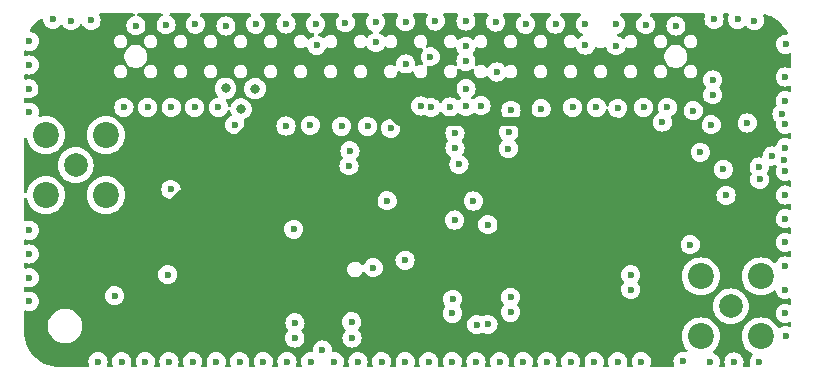
<source format=gbr>
%TF.GenerationSoftware,KiCad,Pcbnew,8.0.6*%
%TF.CreationDate,2024-11-17T19:32:38+08:00*%
%TF.ProjectId,RFM69HCW_v6,52464d36-3948-4435-975f-76362e6b6963,rev?*%
%TF.SameCoordinates,Original*%
%TF.FileFunction,Copper,L3,Inr*%
%TF.FilePolarity,Positive*%
%FSLAX46Y46*%
G04 Gerber Fmt 4.6, Leading zero omitted, Abs format (unit mm)*
G04 Created by KiCad (PCBNEW 8.0.6) date 2024-11-17 19:32:38*
%MOMM*%
%LPD*%
G01*
G04 APERTURE LIST*
%TA.AperFunction,ComponentPad*%
%ADD10C,2.000000*%
%TD*%
%TA.AperFunction,ComponentPad*%
%ADD11C,2.200000*%
%TD*%
%TA.AperFunction,ViaPad*%
%ADD12C,0.600000*%
%TD*%
%TA.AperFunction,ViaPad*%
%ADD13C,0.800000*%
%TD*%
%TA.AperFunction,ViaPad*%
%ADD14C,1.000000*%
%TD*%
%TA.AperFunction,Conductor*%
%ADD15C,0.800000*%
%TD*%
G04 APERTURE END LIST*
D10*
%TO.N,ANT433*%
%TO.C,REF\u002A\u002A*%
X135800000Y-89320000D03*
D11*
%TO.N,GND*%
X138340000Y-91860000D03*
X133260000Y-86780000D03*
X133260000Y-91860000D03*
X138340000Y-86780000D03*
%TD*%
D10*
%TO.N,ANT915*%
%TO.C,REF\u002A\u002A*%
X191270000Y-101280000D03*
D11*
%TO.N,GND*%
X188730000Y-98740000D03*
X193810000Y-103820000D03*
X193810000Y-98740000D03*
X188730000Y-103820000D03*
%TD*%
D12*
%TO.N,GND*%
X139690000Y-105950000D03*
X155650000Y-85940000D03*
X187220000Y-105920000D03*
X172610000Y-101770000D03*
X195870000Y-99860000D03*
X184060000Y-77420000D03*
X153690000Y-105950000D03*
D13*
X149790000Y-84560000D03*
D12*
X145920000Y-77390000D03*
X169750000Y-102820000D03*
X183690000Y-105950000D03*
X192660000Y-85750000D03*
X148510000Y-77540000D03*
X195870000Y-83860000D03*
X153600000Y-86010000D03*
X193660000Y-89480000D03*
X193670000Y-105990000D03*
X143880000Y-84440000D03*
X161689999Y-105950000D03*
X159190000Y-103950000D03*
X181520000Y-77390000D03*
X168850000Y-82840000D03*
X143690000Y-105950000D03*
X145690000Y-105950000D03*
X170110000Y-84280000D03*
X141880000Y-84440000D03*
X131870000Y-80840000D03*
X195870000Y-89860000D03*
X177690000Y-105950000D03*
X139090000Y-100385000D03*
X189520000Y-106000000D03*
X190860000Y-91880000D03*
X170700000Y-102810000D03*
X195870000Y-97860000D03*
X137100001Y-77070000D03*
X147690000Y-105950000D03*
X177880000Y-84440000D03*
X171340000Y-77200000D03*
X167690000Y-105950000D03*
X167480000Y-84390000D03*
X157690000Y-105950000D03*
X151690000Y-105950000D03*
X188090000Y-84710000D03*
X169690000Y-105950000D03*
X195870000Y-91860000D03*
X181530000Y-79220000D03*
X172430000Y-87920000D03*
X163690000Y-105950000D03*
X194760000Y-88550000D03*
X172650000Y-84690000D03*
X187830000Y-96050000D03*
X195870000Y-93859999D03*
X193710000Y-90530000D03*
X172610000Y-100510000D03*
X158310000Y-86030000D03*
X165880000Y-84440000D03*
X141690000Y-105950000D03*
X153600000Y-77370000D03*
X131870000Y-84840000D03*
X195870000Y-95860000D03*
X163720000Y-77180000D03*
X172470000Y-86500000D03*
X195590000Y-84970000D03*
X131870000Y-96840000D03*
X195870000Y-85860000D03*
X149270000Y-85900000D03*
X195870000Y-87860000D03*
D13*
X150980000Y-82840000D03*
D12*
X166250000Y-77110000D03*
X188680000Y-88230000D03*
X131870000Y-78839999D03*
X167900000Y-87870000D03*
X165690000Y-105950000D03*
X158930000Y-89380000D03*
X182790000Y-98600000D03*
X179880000Y-84440000D03*
X154360000Y-102670000D03*
X181690000Y-84510000D03*
X179690000Y-105950000D03*
X133850000Y-76970000D03*
X155690000Y-105950000D03*
X195900000Y-79090000D03*
X151040000Y-77390000D03*
X143450000Y-77440000D03*
X186610000Y-77540000D03*
X149689999Y-105950000D03*
X168830000Y-80530000D03*
X178950000Y-77390000D03*
X190630000Y-89680000D03*
X195870000Y-81859999D03*
X140890000Y-77510000D03*
X189730000Y-83370000D03*
X195870000Y-101860000D03*
D13*
X148480000Y-82830000D03*
D12*
X131870000Y-94840000D03*
X137689999Y-105950000D03*
X175690000Y-105950000D03*
X193260000Y-77080000D03*
X143860000Y-91380000D03*
X167690000Y-101870000D03*
X189730000Y-82110000D03*
X135390000Y-77080000D03*
X131870000Y-98840000D03*
X154350000Y-103960000D03*
X167710000Y-100670000D03*
X158630000Y-77250000D03*
X156690000Y-104980000D03*
X181690000Y-105950000D03*
X175200000Y-84550000D03*
X131830000Y-82850000D03*
X168830000Y-77130000D03*
X176420000Y-77380000D03*
X161200000Y-77230000D03*
X191530000Y-105980000D03*
X195790000Y-88880000D03*
X182790000Y-99860000D03*
X191840001Y-76980000D03*
X168830000Y-79270000D03*
X195920000Y-103760000D03*
X160510000Y-86050000D03*
X167900000Y-86610000D03*
X147880000Y-84440000D03*
X189610000Y-85900000D03*
X145880000Y-84440000D03*
X189840000Y-76980000D03*
X185880000Y-84440000D03*
X159010000Y-88100000D03*
X156110000Y-77380000D03*
X131870000Y-100840000D03*
X159150000Y-102580000D03*
X173689999Y-105950000D03*
X178950000Y-79160000D03*
X159690000Y-105950000D03*
X173880000Y-77390000D03*
X139879999Y-84440000D03*
X183880000Y-84440000D03*
X171690000Y-105950000D03*
D14*
%TO.N,3v3*%
X159950000Y-84560000D03*
X139110000Y-95780000D03*
X187810000Y-91920000D03*
D12*
%TO.N,MOSI*%
X162470000Y-86210000D03*
%TO.N,MISO*%
X165010000Y-84310000D03*
X160980000Y-97990000D03*
X168240000Y-89260000D03*
%TO.N,SLCK*%
X169470000Y-92360002D03*
X167870000Y-93970000D03*
X163680000Y-97370000D03*
X168850000Y-84330000D03*
%TO.N,CS0*%
X165810000Y-80150000D03*
X154260000Y-94750000D03*
%TO.N,RST*%
X163740000Y-80750000D03*
X162165000Y-92335000D03*
%TO.N,INTER433*%
X156200000Y-79170000D03*
X143582500Y-98592500D03*
%TO.N,CS1*%
X170690000Y-94360002D03*
X171430000Y-81430000D03*
%TO.N,INTER915*%
X161220000Y-78930000D03*
X185460000Y-85680000D03*
%TD*%
D15*
%TO.N,3v3*%
X162092793Y-84560000D02*
X159950000Y-84560000D01*
X163132793Y-85600000D02*
X162092793Y-84560000D01*
X151952793Y-84560000D02*
X159950000Y-84560000D01*
X181490000Y-85600000D02*
X163132793Y-85600000D01*
X187810000Y-91920000D02*
X181490000Y-85600000D01*
X139110000Y-95780000D02*
X140732793Y-95780000D01*
X140732793Y-95780000D02*
X151952793Y-84560000D01*
%TD*%
%TA.AperFunction,Conductor*%
%TO.N,3v3*%
G36*
X140754497Y-76490185D02*
G01*
X140800252Y-76542989D01*
X140810196Y-76612147D01*
X140781171Y-76675703D01*
X140722393Y-76713477D01*
X140715047Y-76715392D01*
X140708955Y-76716782D01*
X140536982Y-76776958D01*
X140382718Y-76873889D01*
X140253889Y-77002718D01*
X140156958Y-77156982D01*
X140096782Y-77328953D01*
X140096781Y-77328958D01*
X140076384Y-77509996D01*
X140076384Y-77510003D01*
X140096781Y-77691041D01*
X140096782Y-77691046D01*
X140156958Y-77863017D01*
X140232376Y-77983043D01*
X140253889Y-78017281D01*
X140382719Y-78146111D01*
X140536985Y-78243043D01*
X140682295Y-78293889D01*
X140708953Y-78303217D01*
X140708958Y-78303218D01*
X140889996Y-78323616D01*
X140890000Y-78323616D01*
X140890004Y-78323616D01*
X141071041Y-78303218D01*
X141071044Y-78303217D01*
X141071047Y-78303217D01*
X141243015Y-78243043D01*
X141397281Y-78146111D01*
X141526111Y-78017281D01*
X141623043Y-77863015D01*
X141683217Y-77691047D01*
X141683218Y-77691041D01*
X141703616Y-77510003D01*
X141703616Y-77509996D01*
X141683218Y-77328958D01*
X141683217Y-77328953D01*
X141663427Y-77272397D01*
X141623043Y-77156985D01*
X141526111Y-77002719D01*
X141397281Y-76873889D01*
X141285877Y-76803889D01*
X141243017Y-76776958D01*
X141243016Y-76776957D01*
X141243015Y-76776957D01*
X141071047Y-76716783D01*
X141071046Y-76716782D01*
X141071044Y-76716782D01*
X141064953Y-76715392D01*
X141003973Y-76681285D01*
X140971114Y-76619624D01*
X140976807Y-76549987D01*
X141019245Y-76494482D01*
X141084955Y-76470732D01*
X141092542Y-76470500D01*
X143044713Y-76470500D01*
X143111752Y-76490185D01*
X143157507Y-76542989D01*
X143167451Y-76612147D01*
X143138426Y-76675703D01*
X143102723Y-76703001D01*
X143102881Y-76703252D01*
X143100154Y-76704965D01*
X143098512Y-76706221D01*
X143096987Y-76706954D01*
X142942718Y-76803889D01*
X142813889Y-76932718D01*
X142716958Y-77086982D01*
X142656782Y-77258953D01*
X142656781Y-77258958D01*
X142636384Y-77439996D01*
X142636384Y-77440003D01*
X142656781Y-77621041D01*
X142656782Y-77621046D01*
X142685860Y-77704146D01*
X142710029Y-77773217D01*
X142716958Y-77793017D01*
X142792376Y-77913043D01*
X142813889Y-77947281D01*
X142942719Y-78076111D01*
X143096985Y-78173043D01*
X143224911Y-78217806D01*
X143268953Y-78233217D01*
X143268958Y-78233218D01*
X143449996Y-78253616D01*
X143450000Y-78253616D01*
X143450004Y-78253616D01*
X143631041Y-78233218D01*
X143631044Y-78233217D01*
X143631047Y-78233217D01*
X143803015Y-78173043D01*
X143957281Y-78076111D01*
X144086111Y-77947281D01*
X144183043Y-77793015D01*
X144243217Y-77621047D01*
X144243218Y-77621041D01*
X144263616Y-77440003D01*
X144263616Y-77439996D01*
X144243218Y-77258958D01*
X144243217Y-77258953D01*
X144233086Y-77230000D01*
X144183043Y-77086985D01*
X144086111Y-76932719D01*
X143957281Y-76803889D01*
X143949433Y-76798958D01*
X143803012Y-76706954D01*
X143801488Y-76706221D01*
X143800672Y-76705485D01*
X143797119Y-76703252D01*
X143797510Y-76702629D01*
X143749627Y-76659400D01*
X143731313Y-76591973D01*
X143752359Y-76525349D01*
X143806085Y-76480679D01*
X143855287Y-76470500D01*
X145433316Y-76470500D01*
X145500355Y-76490185D01*
X145546110Y-76542989D01*
X145556054Y-76612147D01*
X145527029Y-76675703D01*
X145499288Y-76699494D01*
X145412718Y-76753889D01*
X145283889Y-76882718D01*
X145186958Y-77036982D01*
X145126782Y-77208953D01*
X145126781Y-77208958D01*
X145106384Y-77389996D01*
X145106384Y-77390003D01*
X145126781Y-77571041D01*
X145126782Y-77571046D01*
X145149959Y-77637281D01*
X145179959Y-77723017D01*
X145186958Y-77743017D01*
X145268769Y-77873217D01*
X145283889Y-77897281D01*
X145412719Y-78026111D01*
X145566985Y-78123043D01*
X145718645Y-78176111D01*
X145738953Y-78183217D01*
X145738958Y-78183218D01*
X145919996Y-78203616D01*
X145920000Y-78203616D01*
X145920004Y-78203616D01*
X146101041Y-78183218D01*
X146101044Y-78183217D01*
X146101047Y-78183217D01*
X146273015Y-78123043D01*
X146427281Y-78026111D01*
X146556111Y-77897281D01*
X146653043Y-77743015D01*
X146713217Y-77571047D01*
X146714344Y-77561046D01*
X146716716Y-77539996D01*
X147696384Y-77539996D01*
X147696384Y-77540003D01*
X147716781Y-77721041D01*
X147716782Y-77721046D01*
X147748973Y-77813041D01*
X147771451Y-77877281D01*
X147776958Y-77893017D01*
X147855039Y-78017281D01*
X147873889Y-78047281D01*
X148002719Y-78176111D01*
X148156985Y-78273043D01*
X148299863Y-78323038D01*
X148328953Y-78333217D01*
X148328958Y-78333218D01*
X148509996Y-78353616D01*
X148510000Y-78353616D01*
X148510004Y-78353616D01*
X148691041Y-78333218D01*
X148691044Y-78333217D01*
X148691047Y-78333217D01*
X148863015Y-78273043D01*
X149017281Y-78176111D01*
X149146111Y-78047281D01*
X149243043Y-77893015D01*
X149303217Y-77721047D01*
X149303773Y-77716111D01*
X149323616Y-77540003D01*
X149323616Y-77539996D01*
X149303218Y-77358958D01*
X149303217Y-77358953D01*
X149298299Y-77344899D01*
X149243043Y-77186985D01*
X149146111Y-77032719D01*
X149017281Y-76903889D01*
X148974459Y-76876982D01*
X148863017Y-76806958D01*
X148863016Y-76806957D01*
X148863015Y-76806957D01*
X148777360Y-76776985D01*
X148691046Y-76746782D01*
X148691041Y-76746781D01*
X148510004Y-76726384D01*
X148509996Y-76726384D01*
X148328958Y-76746781D01*
X148328953Y-76746782D01*
X148156982Y-76806958D01*
X148002718Y-76903889D01*
X147873889Y-77032718D01*
X147776958Y-77186982D01*
X147716782Y-77358953D01*
X147716781Y-77358958D01*
X147696384Y-77539996D01*
X146716716Y-77539996D01*
X146733616Y-77390003D01*
X146733616Y-77389996D01*
X146713218Y-77208958D01*
X146713217Y-77208953D01*
X146703086Y-77180000D01*
X146653043Y-77036985D01*
X146556111Y-76882719D01*
X146427281Y-76753889D01*
X146340711Y-76699493D01*
X146294421Y-76647159D01*
X146283773Y-76578105D01*
X146312148Y-76514257D01*
X146370538Y-76475885D01*
X146406684Y-76470500D01*
X150553316Y-76470500D01*
X150620355Y-76490185D01*
X150666110Y-76542989D01*
X150676054Y-76612147D01*
X150647029Y-76675703D01*
X150619288Y-76699494D01*
X150532718Y-76753889D01*
X150403889Y-76882718D01*
X150306958Y-77036982D01*
X150246782Y-77208953D01*
X150246781Y-77208958D01*
X150226384Y-77389996D01*
X150226384Y-77390003D01*
X150246781Y-77571041D01*
X150246782Y-77571046D01*
X150269959Y-77637281D01*
X150299959Y-77723017D01*
X150306958Y-77743017D01*
X150388769Y-77873217D01*
X150403889Y-77897281D01*
X150532719Y-78026111D01*
X150686985Y-78123043D01*
X150838645Y-78176111D01*
X150858953Y-78183217D01*
X150858958Y-78183218D01*
X151039996Y-78203616D01*
X151040000Y-78203616D01*
X151040004Y-78203616D01*
X151221041Y-78183218D01*
X151221044Y-78183217D01*
X151221047Y-78183217D01*
X151393015Y-78123043D01*
X151547281Y-78026111D01*
X151676111Y-77897281D01*
X151773043Y-77743015D01*
X151833217Y-77571047D01*
X151834344Y-77561046D01*
X151853616Y-77390003D01*
X151853616Y-77389996D01*
X151833218Y-77208958D01*
X151833217Y-77208953D01*
X151823086Y-77180000D01*
X151773043Y-77036985D01*
X151676111Y-76882719D01*
X151547281Y-76753889D01*
X151460711Y-76699493D01*
X151414421Y-76647159D01*
X151403773Y-76578105D01*
X151432148Y-76514257D01*
X151490538Y-76475885D01*
X151526684Y-76470500D01*
X153081486Y-76470500D01*
X153148525Y-76490185D01*
X153194280Y-76542989D01*
X153204224Y-76612147D01*
X153175199Y-76675703D01*
X153147459Y-76699493D01*
X153092720Y-76733887D01*
X152963889Y-76862718D01*
X152866958Y-77016982D01*
X152806782Y-77188953D01*
X152806781Y-77188958D01*
X152786384Y-77369996D01*
X152786384Y-77370003D01*
X152806781Y-77551041D01*
X152806782Y-77551046D01*
X152831277Y-77621047D01*
X152866268Y-77721047D01*
X152866958Y-77723017D01*
X152942376Y-77843043D01*
X152963889Y-77877281D01*
X153092719Y-78006111D01*
X153246985Y-78103043D01*
X153418953Y-78163217D01*
X153418958Y-78163218D01*
X153599996Y-78183616D01*
X153600000Y-78183616D01*
X153600004Y-78183616D01*
X153781041Y-78163218D01*
X153781044Y-78163217D01*
X153781047Y-78163217D01*
X153953015Y-78103043D01*
X154107281Y-78006111D01*
X154236111Y-77877281D01*
X154333043Y-77723015D01*
X154393217Y-77551047D01*
X154393891Y-77545064D01*
X154413616Y-77370003D01*
X154413616Y-77369996D01*
X154393218Y-77188958D01*
X154393217Y-77188953D01*
X154379951Y-77151042D01*
X154333043Y-77016985D01*
X154236111Y-76862719D01*
X154107281Y-76733889D01*
X154107279Y-76733887D01*
X154052541Y-76699493D01*
X154006251Y-76647159D01*
X153995603Y-76578105D01*
X154023978Y-76514257D01*
X154082368Y-76475885D01*
X154118514Y-76470500D01*
X155607401Y-76470500D01*
X155674440Y-76490185D01*
X155720195Y-76542989D01*
X155730139Y-76612147D01*
X155701114Y-76675703D01*
X155673373Y-76699494D01*
X155602718Y-76743889D01*
X155473889Y-76872718D01*
X155376958Y-77026982D01*
X155316782Y-77198953D01*
X155316781Y-77198958D01*
X155296384Y-77379996D01*
X155296384Y-77380003D01*
X155316781Y-77561041D01*
X155316782Y-77561046D01*
X155337777Y-77621046D01*
X155366469Y-77703043D01*
X155376958Y-77733017D01*
X155427241Y-77813041D01*
X155473889Y-77887281D01*
X155602719Y-78016111D01*
X155756985Y-78113043D01*
X155928450Y-78173041D01*
X155930345Y-78173704D01*
X155987121Y-78214426D01*
X156012868Y-78279379D01*
X155999412Y-78347941D01*
X155951024Y-78398343D01*
X155930345Y-78407787D01*
X155846988Y-78436955D01*
X155846984Y-78436956D01*
X155692720Y-78533888D01*
X155570994Y-78655614D01*
X155509671Y-78689098D01*
X155439979Y-78684114D01*
X155384046Y-78642242D01*
X155375934Y-78629946D01*
X155302513Y-78502775D01*
X155197225Y-78397487D01*
X155197224Y-78397486D01*
X155197221Y-78397484D01*
X155068277Y-78323039D01*
X155068276Y-78323038D01*
X155032318Y-78313403D01*
X154924450Y-78284500D01*
X154775550Y-78284500D01*
X154705698Y-78303217D01*
X154631723Y-78323038D01*
X154631722Y-78323039D01*
X154502778Y-78397484D01*
X154502773Y-78397488D01*
X154397488Y-78502773D01*
X154397484Y-78502778D01*
X154323039Y-78631722D01*
X154323038Y-78631723D01*
X154311226Y-78675808D01*
X154284500Y-78775550D01*
X154284500Y-78924450D01*
X154301784Y-78988953D01*
X154323038Y-79068276D01*
X154323039Y-79068277D01*
X154397484Y-79197221D01*
X154397486Y-79197224D01*
X154397487Y-79197225D01*
X154502775Y-79302513D01*
X154502776Y-79302514D01*
X154502778Y-79302515D01*
X154537239Y-79322411D01*
X154631725Y-79376962D01*
X154775550Y-79415500D01*
X154775553Y-79415500D01*
X154924447Y-79415500D01*
X154924450Y-79415500D01*
X155068275Y-79376962D01*
X155197225Y-79302513D01*
X155200335Y-79299402D01*
X155203604Y-79297617D01*
X155203670Y-79297567D01*
X155203677Y-79297577D01*
X155261654Y-79265915D01*
X155331346Y-79270896D01*
X155387282Y-79312764D01*
X155405061Y-79346125D01*
X155406782Y-79351045D01*
X155406783Y-79351047D01*
X155463458Y-79513016D01*
X155466958Y-79523017D01*
X155531534Y-79625788D01*
X155563889Y-79677281D01*
X155692719Y-79806111D01*
X155846985Y-79903043D01*
X156000560Y-79956781D01*
X156018953Y-79963217D01*
X156018958Y-79963218D01*
X156199996Y-79983616D01*
X156200000Y-79983616D01*
X156200004Y-79983616D01*
X156381041Y-79963218D01*
X156381044Y-79963217D01*
X156381047Y-79963217D01*
X156553015Y-79903043D01*
X156707281Y-79806111D01*
X156836111Y-79677281D01*
X156933043Y-79523015D01*
X156966245Y-79428128D01*
X157006966Y-79371354D01*
X157071918Y-79345606D01*
X157140480Y-79359062D01*
X157145250Y-79361676D01*
X157171725Y-79376962D01*
X157315550Y-79415500D01*
X157315553Y-79415500D01*
X157464447Y-79415500D01*
X157464450Y-79415500D01*
X157608275Y-79376962D01*
X157737225Y-79302513D01*
X157842513Y-79197225D01*
X157916962Y-79068275D01*
X157955500Y-78924450D01*
X157955500Y-78775550D01*
X157916962Y-78631725D01*
X157872003Y-78553854D01*
X157842515Y-78502778D01*
X157842514Y-78502776D01*
X157842513Y-78502775D01*
X157737225Y-78397487D01*
X157737224Y-78397486D01*
X157737221Y-78397484D01*
X157608277Y-78323039D01*
X157608276Y-78323038D01*
X157572318Y-78313403D01*
X157464450Y-78284500D01*
X157315550Y-78284500D01*
X157245698Y-78303217D01*
X157171723Y-78323038D01*
X157171722Y-78323039D01*
X157042778Y-78397484D01*
X157042773Y-78397488D01*
X156937488Y-78502773D01*
X156937486Y-78502776D01*
X156922635Y-78528498D01*
X156872066Y-78576712D01*
X156803459Y-78589933D01*
X156738595Y-78563964D01*
X156727568Y-78554176D01*
X156707281Y-78533889D01*
X156553015Y-78436956D01*
X156553011Y-78436955D01*
X156379654Y-78376294D01*
X156322878Y-78335573D01*
X156297131Y-78270620D01*
X156310587Y-78202058D01*
X156358975Y-78151655D01*
X156379647Y-78142214D01*
X156463015Y-78113043D01*
X156617281Y-78016111D01*
X156746111Y-77887281D01*
X156843043Y-77733015D01*
X156903217Y-77561047D01*
X156903218Y-77561041D01*
X156923616Y-77380003D01*
X156923616Y-77379996D01*
X156903218Y-77198958D01*
X156903217Y-77198953D01*
X156886454Y-77151047D01*
X156843043Y-77026985D01*
X156746111Y-76872719D01*
X156617281Y-76743889D01*
X156546627Y-76699494D01*
X156500336Y-76647159D01*
X156489688Y-76578105D01*
X156518063Y-76514257D01*
X156576453Y-76475885D01*
X156612599Y-76470500D01*
X157966746Y-76470500D01*
X158033785Y-76490185D01*
X158079540Y-76542989D01*
X158089484Y-76612147D01*
X158060459Y-76675703D01*
X158054427Y-76682181D01*
X157993889Y-76742718D01*
X157896958Y-76896982D01*
X157836782Y-77068953D01*
X157836781Y-77068958D01*
X157816384Y-77249996D01*
X157816384Y-77250003D01*
X157836781Y-77431041D01*
X157836782Y-77431046D01*
X157852961Y-77477281D01*
X157896268Y-77601047D01*
X157896958Y-77603017D01*
X157952271Y-77691046D01*
X157993889Y-77757281D01*
X158122719Y-77886111D01*
X158276985Y-77983043D01*
X158440062Y-78040106D01*
X158448953Y-78043217D01*
X158448958Y-78043218D01*
X158629996Y-78063616D01*
X158630000Y-78063616D01*
X158630004Y-78063616D01*
X158811041Y-78043218D01*
X158811044Y-78043217D01*
X158811047Y-78043217D01*
X158983015Y-77983043D01*
X159137281Y-77886111D01*
X159266111Y-77757281D01*
X159363043Y-77603015D01*
X159423217Y-77431047D01*
X159424122Y-77423015D01*
X159443616Y-77250003D01*
X159443616Y-77249996D01*
X159423218Y-77068958D01*
X159423217Y-77068953D01*
X159405721Y-77018953D01*
X159363043Y-76896985D01*
X159266111Y-76742719D01*
X159205573Y-76682181D01*
X159172088Y-76620858D01*
X159177072Y-76551166D01*
X159218944Y-76495233D01*
X159284408Y-76470816D01*
X159293254Y-76470500D01*
X160516746Y-76470500D01*
X160583785Y-76490185D01*
X160629540Y-76542989D01*
X160639484Y-76612147D01*
X160610459Y-76675703D01*
X160604427Y-76682181D01*
X160563889Y-76722718D01*
X160466958Y-76876982D01*
X160406782Y-77048953D01*
X160406781Y-77048958D01*
X160386384Y-77229996D01*
X160386384Y-77230003D01*
X160406781Y-77411041D01*
X160406782Y-77411046D01*
X160447949Y-77528693D01*
X160461273Y-77566772D01*
X160466958Y-77583017D01*
X160545039Y-77707281D01*
X160563889Y-77737281D01*
X160692719Y-77866111D01*
X160735540Y-77893017D01*
X160846984Y-77963043D01*
X160846987Y-77963044D01*
X160857321Y-77966660D01*
X160914098Y-78007380D01*
X160939847Y-78072332D01*
X160926392Y-78140894D01*
X160878006Y-78191298D01*
X160870173Y-78195421D01*
X160866987Y-78196955D01*
X160712718Y-78293889D01*
X160583889Y-78422718D01*
X160583885Y-78422723D01*
X160558014Y-78463896D01*
X160505679Y-78510186D01*
X160436625Y-78520833D01*
X160372777Y-78492457D01*
X160365341Y-78485603D01*
X160277226Y-78397488D01*
X160277221Y-78397484D01*
X160148277Y-78323039D01*
X160148276Y-78323038D01*
X160112318Y-78313403D01*
X160004450Y-78284500D01*
X159855550Y-78284500D01*
X159785698Y-78303217D01*
X159711723Y-78323038D01*
X159711722Y-78323039D01*
X159582778Y-78397484D01*
X159582773Y-78397488D01*
X159477488Y-78502773D01*
X159477484Y-78502778D01*
X159403039Y-78631722D01*
X159403038Y-78631723D01*
X159391226Y-78675808D01*
X159364500Y-78775550D01*
X159364500Y-78924450D01*
X159381784Y-78988953D01*
X159403038Y-79068276D01*
X159403039Y-79068277D01*
X159477484Y-79197221D01*
X159477486Y-79197224D01*
X159477487Y-79197225D01*
X159582775Y-79302513D01*
X159582776Y-79302514D01*
X159582778Y-79302515D01*
X159617239Y-79322411D01*
X159711725Y-79376962D01*
X159855550Y-79415500D01*
X159855553Y-79415500D01*
X160004447Y-79415500D01*
X160004450Y-79415500D01*
X160148275Y-79376962D01*
X160277225Y-79302513D01*
X160303602Y-79276135D01*
X160364921Y-79242652D01*
X160434613Y-79247636D01*
X160490547Y-79289506D01*
X160496274Y-79297845D01*
X160583887Y-79437279D01*
X160583889Y-79437281D01*
X160712719Y-79566111D01*
X160866985Y-79663043D01*
X161022732Y-79717541D01*
X161038953Y-79723217D01*
X161038958Y-79723218D01*
X161219996Y-79743616D01*
X161220000Y-79743616D01*
X161220004Y-79743616D01*
X161401041Y-79723218D01*
X161401044Y-79723217D01*
X161401047Y-79723217D01*
X161573015Y-79663043D01*
X161727281Y-79566111D01*
X161856111Y-79437281D01*
X161928289Y-79322409D01*
X161980622Y-79276119D01*
X162049676Y-79265470D01*
X162113524Y-79293845D01*
X162120963Y-79300701D01*
X162122775Y-79302513D01*
X162122776Y-79302514D01*
X162122778Y-79302515D01*
X162157239Y-79322411D01*
X162251725Y-79376962D01*
X162395550Y-79415500D01*
X162395553Y-79415500D01*
X162544447Y-79415500D01*
X162544450Y-79415500D01*
X162688275Y-79376962D01*
X162817225Y-79302513D01*
X162922513Y-79197225D01*
X162996962Y-79068275D01*
X163035500Y-78924450D01*
X163035500Y-78775550D01*
X162996962Y-78631725D01*
X162952003Y-78553854D01*
X162922515Y-78502778D01*
X162922514Y-78502776D01*
X162922513Y-78502775D01*
X162817225Y-78397487D01*
X162817224Y-78397486D01*
X162817221Y-78397484D01*
X162688277Y-78323039D01*
X162688276Y-78323038D01*
X162652318Y-78313403D01*
X162544450Y-78284500D01*
X162395550Y-78284500D01*
X162325698Y-78303217D01*
X162251723Y-78323038D01*
X162251722Y-78323039D01*
X162122778Y-78397484D01*
X162059223Y-78461039D01*
X161997899Y-78494523D01*
X161928208Y-78489538D01*
X161872274Y-78447667D01*
X161866549Y-78439331D01*
X161865056Y-78436955D01*
X161856111Y-78422719D01*
X161727281Y-78293889D01*
X161712339Y-78284500D01*
X161573014Y-78196956D01*
X161562674Y-78193338D01*
X161505898Y-78152616D01*
X161480152Y-78087663D01*
X161493609Y-78019101D01*
X161541997Y-77968699D01*
X161549840Y-77964571D01*
X161553002Y-77963047D01*
X161553015Y-77963043D01*
X161707281Y-77866111D01*
X161836111Y-77737281D01*
X161933043Y-77583015D01*
X161993217Y-77411047D01*
X161995588Y-77390003D01*
X162013616Y-77230003D01*
X162013616Y-77229996D01*
X161993218Y-77048958D01*
X161993217Y-77048953D01*
X161982721Y-77018958D01*
X161933043Y-76876985D01*
X161836111Y-76722719D01*
X161795573Y-76682181D01*
X161762088Y-76620858D01*
X161767072Y-76551166D01*
X161808944Y-76495233D01*
X161874408Y-76470816D01*
X161883254Y-76470500D01*
X162987665Y-76470500D01*
X163054704Y-76490185D01*
X163100459Y-76542989D01*
X163110403Y-76612147D01*
X163086944Y-76666414D01*
X163087594Y-76666823D01*
X163084946Y-76671036D01*
X163084610Y-76671815D01*
X163083890Y-76672717D01*
X162986958Y-76826982D01*
X162926782Y-76998953D01*
X162926781Y-76998958D01*
X162906384Y-77179996D01*
X162906384Y-77180003D01*
X162926781Y-77361041D01*
X162926782Y-77361046D01*
X162951966Y-77433016D01*
X162978902Y-77509996D01*
X162986958Y-77533017D01*
X163042271Y-77621046D01*
X163083889Y-77687281D01*
X163212719Y-77816111D01*
X163366985Y-77913043D01*
X163514244Y-77964571D01*
X163538953Y-77973217D01*
X163538958Y-77973218D01*
X163719996Y-77993616D01*
X163720000Y-77993616D01*
X163720004Y-77993616D01*
X163901041Y-77973218D01*
X163901044Y-77973217D01*
X163901047Y-77973217D01*
X164073015Y-77913043D01*
X164227281Y-77816111D01*
X164356111Y-77687281D01*
X164453043Y-77533015D01*
X164513217Y-77361047D01*
X164513218Y-77361041D01*
X164533616Y-77180003D01*
X164533616Y-77179996D01*
X164513218Y-76998958D01*
X164513217Y-76998953D01*
X164495721Y-76948953D01*
X164453043Y-76826985D01*
X164356111Y-76672719D01*
X164356109Y-76672717D01*
X164355390Y-76671815D01*
X164355106Y-76671121D01*
X164352406Y-76666823D01*
X164353158Y-76666350D01*
X164328980Y-76607129D01*
X164341734Y-76538433D01*
X164389604Y-76487538D01*
X164452335Y-76470500D01*
X165472606Y-76470500D01*
X165539645Y-76490185D01*
X165585400Y-76542989D01*
X165595344Y-76612147D01*
X165577600Y-76660472D01*
X165516958Y-76756982D01*
X165456782Y-76928953D01*
X165456781Y-76928958D01*
X165436384Y-77109996D01*
X165436384Y-77110003D01*
X165456781Y-77291041D01*
X165456782Y-77291046D01*
X165481277Y-77361047D01*
X165508902Y-77439996D01*
X165516958Y-77463017D01*
X165584838Y-77571047D01*
X165613889Y-77617281D01*
X165742719Y-77746111D01*
X165896985Y-77843043D01*
X166039803Y-77893017D01*
X166068953Y-77903217D01*
X166068958Y-77903218D01*
X166249996Y-77923616D01*
X166250000Y-77923616D01*
X166250004Y-77923616D01*
X166431041Y-77903218D01*
X166431044Y-77903217D01*
X166431047Y-77903217D01*
X166603015Y-77843043D01*
X166757281Y-77746111D01*
X166886111Y-77617281D01*
X166983043Y-77463015D01*
X167043217Y-77291047D01*
X167043218Y-77291041D01*
X167063616Y-77110003D01*
X167063616Y-77109996D01*
X167043218Y-76928958D01*
X167043217Y-76928953D01*
X167038520Y-76915529D01*
X166983043Y-76756985D01*
X166942661Y-76692718D01*
X166922400Y-76660472D01*
X166903400Y-76593235D01*
X166923768Y-76526400D01*
X166977036Y-76481186D01*
X167027394Y-76470500D01*
X168065173Y-76470500D01*
X168132212Y-76490185D01*
X168177967Y-76542989D01*
X168187911Y-76612147D01*
X168170167Y-76660472D01*
X168096958Y-76776982D01*
X168036782Y-76948953D01*
X168036781Y-76948958D01*
X168016384Y-77129996D01*
X168016384Y-77130003D01*
X168036781Y-77311041D01*
X168036782Y-77311046D01*
X168075963Y-77423017D01*
X168094009Y-77474591D01*
X168096958Y-77483017D01*
X168180586Y-77616110D01*
X168193889Y-77637281D01*
X168322719Y-77766111D01*
X168476985Y-77863043D01*
X168648953Y-77923217D01*
X168648958Y-77923218D01*
X168829996Y-77943616D01*
X168830000Y-77943616D01*
X168830004Y-77943616D01*
X169011041Y-77923218D01*
X169011044Y-77923217D01*
X169011047Y-77923217D01*
X169183015Y-77863043D01*
X169337281Y-77766111D01*
X169466111Y-77637281D01*
X169563043Y-77483015D01*
X169623217Y-77311047D01*
X169623218Y-77311041D01*
X169643616Y-77130003D01*
X169643616Y-77129996D01*
X169623218Y-76948958D01*
X169623217Y-76948953D01*
X169605721Y-76898953D01*
X169563043Y-76776985D01*
X169525341Y-76716982D01*
X169489833Y-76660472D01*
X169470833Y-76593235D01*
X169491201Y-76526400D01*
X169544468Y-76481186D01*
X169594827Y-76470500D01*
X170626746Y-76470500D01*
X170693785Y-76490185D01*
X170739540Y-76542989D01*
X170749484Y-76612147D01*
X170720459Y-76675703D01*
X170714427Y-76682181D01*
X170703889Y-76692718D01*
X170606958Y-76846982D01*
X170546782Y-77018953D01*
X170546781Y-77018958D01*
X170526384Y-77199996D01*
X170526384Y-77200003D01*
X170546781Y-77381041D01*
X170546782Y-77381046D01*
X170580458Y-77477285D01*
X170606268Y-77551047D01*
X170606958Y-77553017D01*
X170647338Y-77617281D01*
X170703889Y-77707281D01*
X170832719Y-77836111D01*
X170986985Y-77933043D01*
X171158953Y-77993217D01*
X171158958Y-77993218D01*
X171339996Y-78013616D01*
X171340000Y-78013616D01*
X171340004Y-78013616D01*
X171521041Y-77993218D01*
X171521044Y-77993217D01*
X171521047Y-77993217D01*
X171693015Y-77933043D01*
X171847281Y-77836111D01*
X171976111Y-77707281D01*
X172073043Y-77553015D01*
X172133217Y-77381047D01*
X172133335Y-77380000D01*
X172153616Y-77200003D01*
X172153616Y-77199996D01*
X172133218Y-77018958D01*
X172133217Y-77018953D01*
X172119585Y-76979996D01*
X172073043Y-76846985D01*
X171976111Y-76692719D01*
X171965573Y-76682181D01*
X171932088Y-76620858D01*
X171937072Y-76551166D01*
X171978944Y-76495233D01*
X172044408Y-76470816D01*
X172053254Y-76470500D01*
X173393316Y-76470500D01*
X173460355Y-76490185D01*
X173506110Y-76542989D01*
X173516054Y-76612147D01*
X173487029Y-76675703D01*
X173459288Y-76699494D01*
X173372718Y-76753889D01*
X173243889Y-76882718D01*
X173146958Y-77036982D01*
X173086782Y-77208953D01*
X173086781Y-77208958D01*
X173066384Y-77389996D01*
X173066384Y-77390003D01*
X173086781Y-77571041D01*
X173086782Y-77571046D01*
X173109959Y-77637281D01*
X173139959Y-77723017D01*
X173146958Y-77743017D01*
X173228769Y-77873217D01*
X173243889Y-77897281D01*
X173372719Y-78026111D01*
X173526985Y-78123043D01*
X173678645Y-78176111D01*
X173698953Y-78183217D01*
X173698958Y-78183218D01*
X173879996Y-78203616D01*
X173880000Y-78203616D01*
X173880004Y-78203616D01*
X174061041Y-78183218D01*
X174061044Y-78183217D01*
X174061047Y-78183217D01*
X174233015Y-78123043D01*
X174387281Y-78026111D01*
X174516111Y-77897281D01*
X174613043Y-77743015D01*
X174673217Y-77571047D01*
X174674344Y-77561046D01*
X174693616Y-77390003D01*
X174693616Y-77389996D01*
X174673218Y-77208958D01*
X174673217Y-77208953D01*
X174663086Y-77180000D01*
X174613043Y-77036985D01*
X174516111Y-76882719D01*
X174387281Y-76753889D01*
X174300711Y-76699493D01*
X174254421Y-76647159D01*
X174243773Y-76578105D01*
X174272148Y-76514257D01*
X174330538Y-76475885D01*
X174366684Y-76470500D01*
X175917401Y-76470500D01*
X175984440Y-76490185D01*
X176030195Y-76542989D01*
X176040139Y-76612147D01*
X176011114Y-76675703D01*
X175983373Y-76699494D01*
X175912718Y-76743889D01*
X175783889Y-76872718D01*
X175686958Y-77026982D01*
X175626782Y-77198953D01*
X175626781Y-77198958D01*
X175606384Y-77379996D01*
X175606384Y-77380003D01*
X175626781Y-77561041D01*
X175626782Y-77561046D01*
X175647777Y-77621046D01*
X175676469Y-77703043D01*
X175686958Y-77733017D01*
X175737241Y-77813041D01*
X175783889Y-77887281D01*
X175912719Y-78016111D01*
X176066985Y-78113043D01*
X176229156Y-78169789D01*
X176238953Y-78173217D01*
X176238958Y-78173218D01*
X176419996Y-78193616D01*
X176420000Y-78193616D01*
X176420004Y-78193616D01*
X176601041Y-78173218D01*
X176601044Y-78173217D01*
X176601047Y-78173217D01*
X176773015Y-78113043D01*
X176927281Y-78016111D01*
X177056111Y-77887281D01*
X177153043Y-77733015D01*
X177213217Y-77561047D01*
X177213218Y-77561041D01*
X177233616Y-77380003D01*
X177233616Y-77379996D01*
X177213218Y-77198958D01*
X177213217Y-77198953D01*
X177196454Y-77151047D01*
X177153043Y-77026985D01*
X177056111Y-76872719D01*
X176927281Y-76743889D01*
X176856627Y-76699494D01*
X176810336Y-76647159D01*
X176799688Y-76578105D01*
X176828063Y-76514257D01*
X176886453Y-76475885D01*
X176922599Y-76470500D01*
X178463316Y-76470500D01*
X178530355Y-76490185D01*
X178576110Y-76542989D01*
X178586054Y-76612147D01*
X178557029Y-76675703D01*
X178529288Y-76699494D01*
X178442718Y-76753889D01*
X178313889Y-76882718D01*
X178216958Y-77036982D01*
X178156782Y-77208953D01*
X178156781Y-77208958D01*
X178136384Y-77389996D01*
X178136384Y-77390003D01*
X178156781Y-77571041D01*
X178156782Y-77571046D01*
X178179959Y-77637281D01*
X178209959Y-77723017D01*
X178216958Y-77743017D01*
X178298769Y-77873217D01*
X178313889Y-77897281D01*
X178442719Y-78026111D01*
X178443152Y-78026383D01*
X178596984Y-78123043D01*
X178596988Y-78123044D01*
X178696767Y-78157959D01*
X178753543Y-78198680D01*
X178779290Y-78263633D01*
X178765834Y-78332195D01*
X178717446Y-78382597D01*
X178696767Y-78392041D01*
X178596988Y-78426955D01*
X178596984Y-78426956D01*
X178442720Y-78523888D01*
X178387072Y-78579536D01*
X178325748Y-78613020D01*
X178256056Y-78608035D01*
X178200123Y-78566164D01*
X178192004Y-78553854D01*
X178162515Y-78502778D01*
X178162514Y-78502776D01*
X178162513Y-78502775D01*
X178057225Y-78397487D01*
X178057224Y-78397486D01*
X178057221Y-78397484D01*
X177928277Y-78323039D01*
X177928276Y-78323038D01*
X177892318Y-78313403D01*
X177784450Y-78284500D01*
X177635550Y-78284500D01*
X177565698Y-78303217D01*
X177491723Y-78323038D01*
X177491722Y-78323039D01*
X177362778Y-78397484D01*
X177362773Y-78397488D01*
X177257488Y-78502773D01*
X177257484Y-78502778D01*
X177183039Y-78631722D01*
X177183038Y-78631723D01*
X177171226Y-78675808D01*
X177144500Y-78775550D01*
X177144500Y-78924450D01*
X177161784Y-78988953D01*
X177183038Y-79068276D01*
X177183039Y-79068277D01*
X177257484Y-79197221D01*
X177257486Y-79197224D01*
X177257487Y-79197225D01*
X177362775Y-79302513D01*
X177362776Y-79302514D01*
X177362778Y-79302515D01*
X177397239Y-79322411D01*
X177491725Y-79376962D01*
X177635550Y-79415500D01*
X177635553Y-79415500D01*
X177784447Y-79415500D01*
X177784450Y-79415500D01*
X177928275Y-79376962D01*
X177999222Y-79336000D01*
X178067121Y-79319528D01*
X178133148Y-79342380D01*
X178176338Y-79397301D01*
X178178260Y-79402425D01*
X178212872Y-79501342D01*
X178216958Y-79513017D01*
X178274596Y-79604747D01*
X178313889Y-79667281D01*
X178442719Y-79796111D01*
X178596985Y-79893043D01*
X178740709Y-79943334D01*
X178768953Y-79953217D01*
X178768958Y-79953218D01*
X178949996Y-79973616D01*
X178950000Y-79973616D01*
X178950004Y-79973616D01*
X179131041Y-79953218D01*
X179131044Y-79953217D01*
X179131047Y-79953217D01*
X179303015Y-79893043D01*
X179457281Y-79796111D01*
X179586111Y-79667281D01*
X179683043Y-79513015D01*
X179731821Y-79373612D01*
X179772541Y-79316839D01*
X179837494Y-79291091D01*
X179906056Y-79304547D01*
X179910861Y-79307181D01*
X180031725Y-79376962D01*
X180175550Y-79415500D01*
X180175553Y-79415500D01*
X180324447Y-79415500D01*
X180324450Y-79415500D01*
X180468275Y-79376962D01*
X180555160Y-79326798D01*
X180623056Y-79310327D01*
X180689084Y-79333179D01*
X180732274Y-79388100D01*
X180734286Y-79394542D01*
X180734483Y-79394474D01*
X180736783Y-79401047D01*
X180779461Y-79523015D01*
X180796958Y-79573017D01*
X180840753Y-79642716D01*
X180893889Y-79727281D01*
X181022719Y-79856111D01*
X181176985Y-79953043D01*
X181348953Y-80013217D01*
X181348958Y-80013218D01*
X181529996Y-80033616D01*
X181530000Y-80033616D01*
X181530004Y-80033616D01*
X181711041Y-80013218D01*
X181711044Y-80013217D01*
X181711047Y-80013217D01*
X181883015Y-79953043D01*
X182037281Y-79856111D01*
X182166111Y-79727281D01*
X182263043Y-79573015D01*
X182322564Y-79402910D01*
X182363286Y-79346136D01*
X182428238Y-79320388D01*
X182496800Y-79333844D01*
X182501607Y-79336479D01*
X182571725Y-79376962D01*
X182715550Y-79415500D01*
X182715553Y-79415500D01*
X182864447Y-79415500D01*
X182864450Y-79415500D01*
X183008275Y-79376962D01*
X183137225Y-79302513D01*
X183242513Y-79197225D01*
X183316962Y-79068275D01*
X183355500Y-78924450D01*
X183355500Y-78775550D01*
X184764500Y-78775550D01*
X184764500Y-78924450D01*
X184781784Y-78988953D01*
X184803038Y-79068276D01*
X184803039Y-79068277D01*
X184877484Y-79197221D01*
X184877486Y-79197224D01*
X184877487Y-79197225D01*
X184982775Y-79302513D01*
X184982776Y-79302514D01*
X184982778Y-79302515D01*
X185017239Y-79322411D01*
X185111725Y-79376962D01*
X185255550Y-79415500D01*
X185255553Y-79415500D01*
X185404447Y-79415500D01*
X185404450Y-79415500D01*
X185548275Y-79376962D01*
X185677225Y-79302513D01*
X185782513Y-79197225D01*
X185856962Y-79068275D01*
X185895500Y-78924450D01*
X185895500Y-78775550D01*
X187304500Y-78775550D01*
X187304500Y-78924450D01*
X187321784Y-78988953D01*
X187343038Y-79068276D01*
X187343039Y-79068277D01*
X187417484Y-79197221D01*
X187417486Y-79197224D01*
X187417487Y-79197225D01*
X187522775Y-79302513D01*
X187522776Y-79302514D01*
X187522778Y-79302515D01*
X187557239Y-79322411D01*
X187651725Y-79376962D01*
X187795550Y-79415500D01*
X187795553Y-79415500D01*
X187944447Y-79415500D01*
X187944450Y-79415500D01*
X188088275Y-79376962D01*
X188217225Y-79302513D01*
X188322513Y-79197225D01*
X188396962Y-79068275D01*
X188435500Y-78924450D01*
X188435500Y-78775550D01*
X188396962Y-78631725D01*
X188352003Y-78553854D01*
X188322515Y-78502778D01*
X188322514Y-78502776D01*
X188322513Y-78502775D01*
X188217225Y-78397487D01*
X188217224Y-78397486D01*
X188217221Y-78397484D01*
X188088277Y-78323039D01*
X188088276Y-78323038D01*
X188052318Y-78313403D01*
X187944450Y-78284500D01*
X187795550Y-78284500D01*
X187725698Y-78303217D01*
X187651723Y-78323038D01*
X187651722Y-78323039D01*
X187522778Y-78397484D01*
X187522773Y-78397488D01*
X187417488Y-78502773D01*
X187417484Y-78502778D01*
X187343039Y-78631722D01*
X187343038Y-78631723D01*
X187331226Y-78675808D01*
X187304500Y-78775550D01*
X185895500Y-78775550D01*
X185856962Y-78631725D01*
X185812003Y-78553854D01*
X185782515Y-78502778D01*
X185782514Y-78502776D01*
X185782513Y-78502775D01*
X185677225Y-78397487D01*
X185677224Y-78397486D01*
X185677221Y-78397484D01*
X185548277Y-78323039D01*
X185548276Y-78323038D01*
X185512318Y-78313403D01*
X185404450Y-78284500D01*
X185255550Y-78284500D01*
X185185698Y-78303217D01*
X185111723Y-78323038D01*
X185111722Y-78323039D01*
X184982778Y-78397484D01*
X184982773Y-78397488D01*
X184877488Y-78502773D01*
X184877484Y-78502778D01*
X184803039Y-78631722D01*
X184803038Y-78631723D01*
X184791226Y-78675808D01*
X184764500Y-78775550D01*
X183355500Y-78775550D01*
X183316962Y-78631725D01*
X183272003Y-78553854D01*
X183242515Y-78502778D01*
X183242514Y-78502776D01*
X183242513Y-78502775D01*
X183137225Y-78397487D01*
X183137224Y-78397486D01*
X183137221Y-78397484D01*
X183008277Y-78323039D01*
X183008276Y-78323038D01*
X182972318Y-78313403D01*
X182864450Y-78284500D01*
X182715550Y-78284500D01*
X182645698Y-78303217D01*
X182571723Y-78323038D01*
X182571722Y-78323039D01*
X182442778Y-78397484D01*
X182442773Y-78397488D01*
X182337488Y-78502773D01*
X182337484Y-78502778D01*
X182278714Y-78604573D01*
X182228147Y-78652788D01*
X182159540Y-78666012D01*
X182094676Y-78640044D01*
X182083646Y-78630254D01*
X182037281Y-78583889D01*
X181883017Y-78486958D01*
X181883016Y-78486957D01*
X181883015Y-78486957D01*
X181817110Y-78463896D01*
X181711046Y-78426782D01*
X181704260Y-78425234D01*
X181704791Y-78422903D01*
X181650698Y-78400160D01*
X181611155Y-78342557D01*
X181609031Y-78272720D01*
X181645001Y-78212821D01*
X181694850Y-78186593D01*
X181694474Y-78185517D01*
X181701047Y-78183217D01*
X181873015Y-78123043D01*
X182027281Y-78026111D01*
X182156111Y-77897281D01*
X182253043Y-77743015D01*
X182313217Y-77571047D01*
X182314344Y-77561046D01*
X182333616Y-77390003D01*
X182333616Y-77389996D01*
X182313218Y-77208958D01*
X182313217Y-77208953D01*
X182303086Y-77180000D01*
X182253043Y-77036985D01*
X182156111Y-76882719D01*
X182027281Y-76753889D01*
X181940711Y-76699493D01*
X181894421Y-76647159D01*
X181883773Y-76578105D01*
X181912148Y-76514257D01*
X181970538Y-76475885D01*
X182006684Y-76470500D01*
X183621060Y-76470500D01*
X183688099Y-76490185D01*
X183733854Y-76542989D01*
X183743798Y-76612147D01*
X183714773Y-76675703D01*
X183687032Y-76699494D01*
X183552718Y-76783889D01*
X183423889Y-76912718D01*
X183326958Y-77066982D01*
X183266782Y-77238953D01*
X183266781Y-77238958D01*
X183246384Y-77419996D01*
X183246384Y-77420003D01*
X183266781Y-77601041D01*
X183266782Y-77601046D01*
X183296957Y-77687281D01*
X183321451Y-77757281D01*
X183326958Y-77773017D01*
X183374922Y-77849351D01*
X183423889Y-77927281D01*
X183552719Y-78056111D01*
X183706985Y-78153043D01*
X183869231Y-78209815D01*
X183878953Y-78213217D01*
X183878958Y-78213218D01*
X184059996Y-78233616D01*
X184060000Y-78233616D01*
X184060004Y-78233616D01*
X184241041Y-78213218D01*
X184241044Y-78213217D01*
X184241047Y-78213217D01*
X184413015Y-78153043D01*
X184567281Y-78056111D01*
X184696111Y-77927281D01*
X184793043Y-77773015D01*
X184853217Y-77601047D01*
X184854768Y-77587281D01*
X184860096Y-77539996D01*
X185796384Y-77539996D01*
X185796384Y-77540003D01*
X185816781Y-77721041D01*
X185816782Y-77721046D01*
X185848973Y-77813041D01*
X185871451Y-77877281D01*
X185876958Y-77893017D01*
X185955039Y-78017281D01*
X185973889Y-78047281D01*
X186102719Y-78176111D01*
X186256985Y-78273043D01*
X186399863Y-78323038D01*
X186428953Y-78333217D01*
X186428958Y-78333218D01*
X186609996Y-78353616D01*
X186610000Y-78353616D01*
X186610004Y-78353616D01*
X186791041Y-78333218D01*
X186791044Y-78333217D01*
X186791047Y-78333217D01*
X186963015Y-78273043D01*
X187117281Y-78176111D01*
X187246111Y-78047281D01*
X187343043Y-77893015D01*
X187403217Y-77721047D01*
X187403773Y-77716111D01*
X187423616Y-77540003D01*
X187423616Y-77539996D01*
X187403218Y-77358958D01*
X187403217Y-77358953D01*
X187398299Y-77344899D01*
X187343043Y-77186985D01*
X187246111Y-77032719D01*
X187117281Y-76903889D01*
X187074459Y-76876982D01*
X186963017Y-76806958D01*
X186963016Y-76806957D01*
X186963015Y-76806957D01*
X186877360Y-76776985D01*
X186791046Y-76746782D01*
X186791041Y-76746781D01*
X186610004Y-76726384D01*
X186609996Y-76726384D01*
X186428958Y-76746781D01*
X186428953Y-76746782D01*
X186256982Y-76806958D01*
X186102718Y-76903889D01*
X185973889Y-77032718D01*
X185876958Y-77186982D01*
X185816782Y-77358953D01*
X185816781Y-77358958D01*
X185796384Y-77539996D01*
X184860096Y-77539996D01*
X184873616Y-77420003D01*
X184873616Y-77419996D01*
X184853218Y-77238958D01*
X184853217Y-77238953D01*
X184842721Y-77208958D01*
X184793043Y-77066985D01*
X184696111Y-76912719D01*
X184567281Y-76783889D01*
X184524459Y-76756982D01*
X184432968Y-76699494D01*
X184386677Y-76647159D01*
X184376029Y-76578105D01*
X184404404Y-76514257D01*
X184462794Y-76475885D01*
X184498940Y-76470500D01*
X188986952Y-76470500D01*
X189053991Y-76490185D01*
X189099746Y-76542989D01*
X189109690Y-76612147D01*
X189103993Y-76635455D01*
X189046784Y-76798945D01*
X189046781Y-76798958D01*
X189026384Y-76979996D01*
X189026384Y-76980003D01*
X189046781Y-77161041D01*
X189046782Y-77161046D01*
X189071510Y-77231713D01*
X189105537Y-77328958D01*
X189106958Y-77333017D01*
X189194512Y-77472357D01*
X189203889Y-77487281D01*
X189332719Y-77616111D01*
X189486985Y-77713043D01*
X189638645Y-77766111D01*
X189658953Y-77773217D01*
X189658958Y-77773218D01*
X189839996Y-77793616D01*
X189840000Y-77793616D01*
X189840004Y-77793616D01*
X190021041Y-77773218D01*
X190021044Y-77773217D01*
X190021047Y-77773217D01*
X190193015Y-77713043D01*
X190347281Y-77616111D01*
X190476111Y-77487281D01*
X190573043Y-77333015D01*
X190633217Y-77161047D01*
X190634344Y-77151046D01*
X190653616Y-76980003D01*
X190653616Y-76979996D01*
X190633218Y-76798958D01*
X190633215Y-76798945D01*
X190576007Y-76635455D01*
X190572445Y-76565676D01*
X190607173Y-76505049D01*
X190669167Y-76472821D01*
X190693048Y-76470500D01*
X190986953Y-76470500D01*
X191053992Y-76490185D01*
X191099747Y-76542989D01*
X191109691Y-76612147D01*
X191103994Y-76635455D01*
X191046785Y-76798945D01*
X191046782Y-76798958D01*
X191026385Y-76979996D01*
X191026385Y-76980003D01*
X191046782Y-77161041D01*
X191046783Y-77161046D01*
X191071511Y-77231713D01*
X191105538Y-77328958D01*
X191106959Y-77333017D01*
X191194513Y-77472357D01*
X191203890Y-77487281D01*
X191332720Y-77616111D01*
X191486986Y-77713043D01*
X191638646Y-77766111D01*
X191658954Y-77773217D01*
X191658959Y-77773218D01*
X191839997Y-77793616D01*
X191840001Y-77793616D01*
X191840005Y-77793616D01*
X192021042Y-77773218D01*
X192021045Y-77773217D01*
X192021048Y-77773217D01*
X192193016Y-77713043D01*
X192347282Y-77616111D01*
X192418331Y-77545061D01*
X192479650Y-77511579D01*
X192549342Y-77516563D01*
X192605276Y-77558434D01*
X192611002Y-77566772D01*
X192623887Y-77587279D01*
X192623889Y-77587281D01*
X192752719Y-77716111D01*
X192906985Y-77813043D01*
X193058645Y-77866111D01*
X193078953Y-77873217D01*
X193078958Y-77873218D01*
X193259996Y-77893616D01*
X193260000Y-77893616D01*
X193260004Y-77893616D01*
X193441041Y-77873218D01*
X193441044Y-77873217D01*
X193441047Y-77873217D01*
X193613015Y-77813043D01*
X193767281Y-77716111D01*
X193896111Y-77587281D01*
X193993043Y-77433015D01*
X194053217Y-77261047D01*
X194053218Y-77261041D01*
X194073616Y-77080003D01*
X194073616Y-77079996D01*
X194053218Y-76898958D01*
X194053215Y-76898945D01*
X193992871Y-76726492D01*
X193989309Y-76656713D01*
X194024037Y-76596086D01*
X194086031Y-76563858D01*
X194142005Y-76565761D01*
X194324446Y-76614646D01*
X194336783Y-76618656D01*
X194347368Y-76622719D01*
X194615808Y-76725763D01*
X194627650Y-76731035D01*
X194893977Y-76866735D01*
X194905183Y-76873205D01*
X195155862Y-77035999D01*
X195166353Y-77043621D01*
X195398628Y-77231713D01*
X195408273Y-77240398D01*
X195619601Y-77451726D01*
X195628286Y-77461371D01*
X195816378Y-77693646D01*
X195824003Y-77704140D01*
X195986790Y-77954810D01*
X195993271Y-77966036D01*
X196062099Y-78101120D01*
X196074995Y-78169789D01*
X196048718Y-78234529D01*
X195991612Y-78274786D01*
X195937733Y-78280635D01*
X195912268Y-78277766D01*
X195900000Y-78276384D01*
X195899999Y-78276384D01*
X195899998Y-78276384D01*
X195899996Y-78276384D01*
X195718958Y-78296781D01*
X195718953Y-78296782D01*
X195546982Y-78356958D01*
X195392718Y-78453889D01*
X195263889Y-78582718D01*
X195166958Y-78736982D01*
X195106782Y-78908953D01*
X195106781Y-78908958D01*
X195086384Y-79089996D01*
X195086384Y-79090003D01*
X195106781Y-79271041D01*
X195106782Y-79271046D01*
X195136783Y-79356782D01*
X195164144Y-79434977D01*
X195166958Y-79443017D01*
X195248642Y-79573015D01*
X195263889Y-79597281D01*
X195392719Y-79726111D01*
X195546985Y-79823043D01*
X195718953Y-79883217D01*
X195718958Y-79883218D01*
X195899996Y-79903616D01*
X195900000Y-79903616D01*
X195900004Y-79903616D01*
X196081041Y-79883218D01*
X196081044Y-79883217D01*
X196081047Y-79883217D01*
X196224545Y-79833004D01*
X196294324Y-79829444D01*
X196354952Y-79864173D01*
X196387179Y-79926166D01*
X196389500Y-79950047D01*
X196389500Y-81010449D01*
X196369815Y-81077488D01*
X196317011Y-81123243D01*
X196247853Y-81133187D01*
X196224546Y-81127491D01*
X196051049Y-81066782D01*
X196051041Y-81066780D01*
X195870004Y-81046383D01*
X195869996Y-81046383D01*
X195688958Y-81066780D01*
X195688953Y-81066781D01*
X195516982Y-81126957D01*
X195362718Y-81223888D01*
X195233889Y-81352717D01*
X195136958Y-81506981D01*
X195076782Y-81678952D01*
X195076781Y-81678957D01*
X195056384Y-81859995D01*
X195056384Y-81860002D01*
X195076781Y-82041040D01*
X195076782Y-82041045D01*
X195136958Y-82213016D01*
X195187251Y-82293056D01*
X195233889Y-82367280D01*
X195362719Y-82496110D01*
X195516985Y-82593042D01*
X195679957Y-82650068D01*
X195688953Y-82653216D01*
X195688958Y-82653217D01*
X195869996Y-82673615D01*
X195870000Y-82673615D01*
X195870004Y-82673615D01*
X196051041Y-82653217D01*
X196051043Y-82653216D01*
X196051047Y-82653216D01*
X196051050Y-82653214D01*
X196051054Y-82653214D01*
X196224545Y-82592507D01*
X196294324Y-82588945D01*
X196354951Y-82623673D01*
X196387179Y-82685667D01*
X196389500Y-82709548D01*
X196389500Y-83010450D01*
X196369815Y-83077489D01*
X196317011Y-83123244D01*
X196247853Y-83133188D01*
X196224546Y-83127492D01*
X196051049Y-83066783D01*
X196051041Y-83066781D01*
X195870004Y-83046384D01*
X195869996Y-83046384D01*
X195688958Y-83066781D01*
X195688953Y-83066782D01*
X195516982Y-83126958D01*
X195362718Y-83223889D01*
X195233889Y-83352718D01*
X195136958Y-83506982D01*
X195076782Y-83678953D01*
X195076781Y-83678958D01*
X195056384Y-83859996D01*
X195056384Y-83860003D01*
X195076781Y-84041041D01*
X195076783Y-84041049D01*
X195129193Y-84190828D01*
X195132754Y-84260606D01*
X195098025Y-84321234D01*
X195087869Y-84329166D01*
X195088169Y-84329542D01*
X195082720Y-84333887D01*
X194953889Y-84462718D01*
X194856958Y-84616982D01*
X194796782Y-84788953D01*
X194796781Y-84788958D01*
X194776384Y-84969996D01*
X194776384Y-84970003D01*
X194796781Y-85151041D01*
X194796782Y-85151046D01*
X194834553Y-85258988D01*
X194850029Y-85303217D01*
X194856958Y-85323017D01*
X194953889Y-85477281D01*
X195042962Y-85566354D01*
X195076447Y-85627677D01*
X195076222Y-85671882D01*
X195077562Y-85672033D01*
X195056384Y-85859996D01*
X195056384Y-85860003D01*
X195076781Y-86041041D01*
X195076782Y-86041046D01*
X195098363Y-86102719D01*
X195136268Y-86211047D01*
X195136958Y-86213017D01*
X195231208Y-86363015D01*
X195233889Y-86367281D01*
X195362719Y-86496111D01*
X195516985Y-86593043D01*
X195668645Y-86646111D01*
X195688953Y-86653217D01*
X195688958Y-86653218D01*
X195869996Y-86673616D01*
X195870000Y-86673616D01*
X195870004Y-86673616D01*
X196051041Y-86653218D01*
X196051043Y-86653217D01*
X196051047Y-86653217D01*
X196051050Y-86653215D01*
X196051054Y-86653215D01*
X196224545Y-86592508D01*
X196294324Y-86588946D01*
X196354951Y-86623674D01*
X196387179Y-86685668D01*
X196389500Y-86709549D01*
X196389500Y-87010450D01*
X196369815Y-87077489D01*
X196317011Y-87123244D01*
X196247853Y-87133188D01*
X196224546Y-87127492D01*
X196051049Y-87066783D01*
X196051041Y-87066781D01*
X195870004Y-87046384D01*
X195869996Y-87046384D01*
X195688958Y-87066781D01*
X195688953Y-87066782D01*
X195516982Y-87126958D01*
X195362718Y-87223889D01*
X195233889Y-87352718D01*
X195136958Y-87506982D01*
X195133459Y-87516982D01*
X195106958Y-87592719D01*
X195078094Y-87675207D01*
X195037372Y-87731983D01*
X194972419Y-87757730D01*
X194947169Y-87757472D01*
X194760004Y-87736384D01*
X194759996Y-87736384D01*
X194578958Y-87756781D01*
X194578953Y-87756782D01*
X194406982Y-87816958D01*
X194252718Y-87913889D01*
X194123889Y-88042718D01*
X194026958Y-88196982D01*
X193966782Y-88368953D01*
X193966781Y-88368958D01*
X193946384Y-88549996D01*
X193946384Y-88556963D01*
X193944032Y-88556963D01*
X193933872Y-88614895D01*
X193886512Y-88666264D01*
X193818898Y-88683874D01*
X193808835Y-88683153D01*
X193660004Y-88666384D01*
X193659996Y-88666384D01*
X193478958Y-88686781D01*
X193478953Y-88686782D01*
X193306982Y-88746958D01*
X193152718Y-88843889D01*
X193023889Y-88972718D01*
X192926958Y-89126982D01*
X192866782Y-89298953D01*
X192866781Y-89298958D01*
X192846384Y-89479996D01*
X192846384Y-89480003D01*
X192866781Y-89661041D01*
X192866782Y-89661046D01*
X192891966Y-89733017D01*
X192926957Y-89833015D01*
X193009228Y-89963949D01*
X193018569Y-89978814D01*
X193037569Y-90046050D01*
X193018570Y-90110756D01*
X192976957Y-90176983D01*
X192916782Y-90348953D01*
X192916781Y-90348958D01*
X192896384Y-90529996D01*
X192896384Y-90530003D01*
X192916781Y-90711041D01*
X192916782Y-90711046D01*
X192952995Y-90814535D01*
X192976957Y-90883015D01*
X193073889Y-91037281D01*
X193202719Y-91166111D01*
X193356985Y-91263043D01*
X193528953Y-91323217D01*
X193528958Y-91323218D01*
X193709996Y-91343616D01*
X193710000Y-91343616D01*
X193710004Y-91343616D01*
X193891041Y-91323218D01*
X193891044Y-91323217D01*
X193891047Y-91323217D01*
X194063015Y-91263043D01*
X194217281Y-91166111D01*
X194346111Y-91037281D01*
X194443043Y-90883015D01*
X194503217Y-90711047D01*
X194506077Y-90685668D01*
X194523616Y-90530003D01*
X194523616Y-90529996D01*
X194503218Y-90348958D01*
X194503217Y-90348953D01*
X194491725Y-90316110D01*
X194443043Y-90176985D01*
X194443041Y-90176982D01*
X194443041Y-90176981D01*
X194357627Y-90041046D01*
X194351430Y-90031185D01*
X194332430Y-89963949D01*
X194351431Y-89899240D01*
X194393041Y-89833018D01*
X194393040Y-89833018D01*
X194393043Y-89833015D01*
X194453217Y-89661047D01*
X194458629Y-89613015D01*
X194473616Y-89480003D01*
X194473616Y-89473036D01*
X194475975Y-89473036D01*
X194486109Y-89415141D01*
X194533452Y-89363756D01*
X194601060Y-89346124D01*
X194611155Y-89346845D01*
X194704796Y-89357396D01*
X194759998Y-89363616D01*
X194760000Y-89363616D01*
X194760004Y-89363616D01*
X194941038Y-89343218D01*
X194941037Y-89343218D01*
X194941047Y-89343217D01*
X194989590Y-89326230D01*
X195059366Y-89322668D01*
X195119993Y-89357396D01*
X195152221Y-89419389D01*
X195145817Y-89488965D01*
X195139885Y-89500668D01*
X195139977Y-89500713D01*
X195136959Y-89506978D01*
X195076782Y-89678953D01*
X195076781Y-89678958D01*
X195056384Y-89859996D01*
X195056384Y-89860003D01*
X195076781Y-90041041D01*
X195076782Y-90041046D01*
X195101975Y-90113043D01*
X195136957Y-90213015D01*
X195233889Y-90367281D01*
X195362719Y-90496111D01*
X195516985Y-90593043D01*
X195671063Y-90646957D01*
X195688953Y-90653217D01*
X195688958Y-90653218D01*
X195869996Y-90673616D01*
X195870000Y-90673616D01*
X195870004Y-90673616D01*
X196051041Y-90653218D01*
X196051043Y-90653217D01*
X196051047Y-90653217D01*
X196051050Y-90653215D01*
X196051054Y-90653215D01*
X196224545Y-90592508D01*
X196294324Y-90588946D01*
X196354951Y-90623674D01*
X196387179Y-90685668D01*
X196389500Y-90709549D01*
X196389500Y-91010450D01*
X196369815Y-91077489D01*
X196317011Y-91123244D01*
X196247853Y-91133188D01*
X196224546Y-91127492D01*
X196051049Y-91066783D01*
X196051041Y-91066781D01*
X195870004Y-91046384D01*
X195869996Y-91046384D01*
X195688958Y-91066781D01*
X195688953Y-91066782D01*
X195516982Y-91126958D01*
X195362718Y-91223889D01*
X195233889Y-91352718D01*
X195136958Y-91506982D01*
X195076782Y-91678953D01*
X195076781Y-91678958D01*
X195056384Y-91859996D01*
X195056384Y-91860003D01*
X195076781Y-92041041D01*
X195076782Y-92041046D01*
X195101975Y-92113043D01*
X195136957Y-92213015D01*
X195233889Y-92367281D01*
X195362719Y-92496111D01*
X195516985Y-92593043D01*
X195688947Y-92653215D01*
X195688953Y-92653217D01*
X195688958Y-92653218D01*
X195869996Y-92673616D01*
X195870000Y-92673616D01*
X195870004Y-92673616D01*
X196051041Y-92653218D01*
X196051043Y-92653217D01*
X196051047Y-92653217D01*
X196051050Y-92653215D01*
X196051054Y-92653215D01*
X196224545Y-92592508D01*
X196294324Y-92588946D01*
X196354951Y-92623674D01*
X196387179Y-92685668D01*
X196389500Y-92709549D01*
X196389500Y-93010449D01*
X196369815Y-93077488D01*
X196317011Y-93123243D01*
X196247853Y-93133187D01*
X196224546Y-93127491D01*
X196051049Y-93066782D01*
X196051041Y-93066780D01*
X195870004Y-93046383D01*
X195869996Y-93046383D01*
X195688958Y-93066780D01*
X195688953Y-93066781D01*
X195516982Y-93126957D01*
X195362718Y-93223888D01*
X195233889Y-93352717D01*
X195136958Y-93506981D01*
X195076782Y-93678952D01*
X195076781Y-93678957D01*
X195056384Y-93859995D01*
X195056384Y-93860002D01*
X195076781Y-94041040D01*
X195076782Y-94041045D01*
X195115274Y-94151047D01*
X195136957Y-94213014D01*
X195233889Y-94367280D01*
X195362719Y-94496110D01*
X195516985Y-94593042D01*
X195688947Y-94653214D01*
X195688953Y-94653216D01*
X195688958Y-94653217D01*
X195869996Y-94673615D01*
X195870000Y-94673615D01*
X195870004Y-94673615D01*
X196051041Y-94653217D01*
X196051043Y-94653216D01*
X196051047Y-94653216D01*
X196051050Y-94653214D01*
X196051054Y-94653214D01*
X196224545Y-94592507D01*
X196294324Y-94588945D01*
X196354951Y-94623673D01*
X196387179Y-94685667D01*
X196389500Y-94709548D01*
X196389500Y-95010450D01*
X196369815Y-95077489D01*
X196317011Y-95123244D01*
X196247853Y-95133188D01*
X196224546Y-95127492D01*
X196051049Y-95066783D01*
X196051041Y-95066781D01*
X195870004Y-95046384D01*
X195869996Y-95046384D01*
X195688958Y-95066781D01*
X195688953Y-95066782D01*
X195516982Y-95126958D01*
X195362718Y-95223889D01*
X195233889Y-95352718D01*
X195136958Y-95506982D01*
X195076782Y-95678953D01*
X195076781Y-95678958D01*
X195056384Y-95859996D01*
X195056384Y-95860003D01*
X195076781Y-96041041D01*
X195076782Y-96041046D01*
X195136958Y-96213017D01*
X195148287Y-96231047D01*
X195233889Y-96367281D01*
X195362719Y-96496111D01*
X195516985Y-96593043D01*
X195688947Y-96653215D01*
X195688953Y-96653217D01*
X195688958Y-96653218D01*
X195869996Y-96673616D01*
X195870000Y-96673616D01*
X195870004Y-96673616D01*
X196051041Y-96653218D01*
X196051043Y-96653217D01*
X196051047Y-96653217D01*
X196051050Y-96653215D01*
X196051054Y-96653215D01*
X196224545Y-96592508D01*
X196294324Y-96588946D01*
X196354951Y-96623674D01*
X196387179Y-96685668D01*
X196389500Y-96709549D01*
X196389500Y-97010450D01*
X196369815Y-97077489D01*
X196317011Y-97123244D01*
X196247853Y-97133188D01*
X196224546Y-97127492D01*
X196051049Y-97066783D01*
X196051041Y-97066781D01*
X195870004Y-97046384D01*
X195869996Y-97046384D01*
X195688958Y-97066781D01*
X195688953Y-97066782D01*
X195516982Y-97126958D01*
X195362718Y-97223889D01*
X195233889Y-97352718D01*
X195136957Y-97506984D01*
X195129157Y-97529274D01*
X195088433Y-97586050D01*
X195023480Y-97611795D01*
X194954919Y-97598337D01*
X194931588Y-97582609D01*
X194758376Y-97434672D01*
X194758374Y-97434670D01*
X194758372Y-97434669D01*
X194758370Y-97434668D01*
X194542502Y-97302383D01*
X194308593Y-97205495D01*
X194062406Y-97146391D01*
X193810000Y-97126526D01*
X193557593Y-97146391D01*
X193311406Y-97205495D01*
X193077497Y-97302383D01*
X192861629Y-97434668D01*
X192861627Y-97434669D01*
X192669102Y-97599102D01*
X192504669Y-97791627D01*
X192504668Y-97791629D01*
X192372383Y-98007497D01*
X192275495Y-98241406D01*
X192216391Y-98487593D01*
X192196526Y-98740000D01*
X192216391Y-98992406D01*
X192275495Y-99238593D01*
X192372383Y-99472502D01*
X192504668Y-99688370D01*
X192504669Y-99688372D01*
X192504670Y-99688374D01*
X192504672Y-99688376D01*
X192669102Y-99880898D01*
X192861624Y-100045328D01*
X192878745Y-100055820D01*
X193077497Y-100177616D01*
X193311406Y-100274504D01*
X193311407Y-100274504D01*
X193311409Y-100274505D01*
X193557597Y-100333609D01*
X193810000Y-100353474D01*
X194062403Y-100333609D01*
X194308591Y-100274505D01*
X194542502Y-100177616D01*
X194758376Y-100045328D01*
X194871672Y-99948563D01*
X194935430Y-99919994D01*
X195004516Y-99930431D01*
X195056992Y-99976561D01*
X195075421Y-100028966D01*
X195076782Y-100041044D01*
X195076782Y-100041046D01*
X195091484Y-100083060D01*
X195136957Y-100213015D01*
X195233889Y-100367281D01*
X195362719Y-100496111D01*
X195516985Y-100593043D01*
X195688947Y-100653215D01*
X195688953Y-100653217D01*
X195688958Y-100653218D01*
X195869996Y-100673616D01*
X195870000Y-100673616D01*
X195870004Y-100673616D01*
X196051041Y-100653218D01*
X196051043Y-100653217D01*
X196051047Y-100653217D01*
X196051050Y-100653215D01*
X196051054Y-100653215D01*
X196224545Y-100592508D01*
X196294324Y-100588946D01*
X196354951Y-100623674D01*
X196387179Y-100685668D01*
X196389500Y-100709549D01*
X196389500Y-101010450D01*
X196369815Y-101077489D01*
X196317011Y-101123244D01*
X196247853Y-101133188D01*
X196224546Y-101127492D01*
X196051049Y-101066783D01*
X196051041Y-101066781D01*
X195870004Y-101046384D01*
X195869996Y-101046384D01*
X195688958Y-101066781D01*
X195688953Y-101066782D01*
X195516982Y-101126958D01*
X195362718Y-101223889D01*
X195233889Y-101352718D01*
X195136958Y-101506982D01*
X195076782Y-101678953D01*
X195076781Y-101678958D01*
X195056384Y-101859996D01*
X195056384Y-101860003D01*
X195076781Y-102041041D01*
X195076782Y-102041046D01*
X195117918Y-102158605D01*
X195134686Y-102206526D01*
X195136958Y-102213017D01*
X195145733Y-102226982D01*
X195233889Y-102367281D01*
X195362719Y-102496111D01*
X195516985Y-102593043D01*
X195688947Y-102653215D01*
X195688953Y-102653217D01*
X195688958Y-102653218D01*
X195869996Y-102673616D01*
X195870000Y-102673616D01*
X195870004Y-102673616D01*
X196051041Y-102653218D01*
X196051043Y-102653217D01*
X196051047Y-102653217D01*
X196051050Y-102653215D01*
X196051054Y-102653215D01*
X196224545Y-102592508D01*
X196294324Y-102588946D01*
X196354951Y-102623674D01*
X196387179Y-102685668D01*
X196389500Y-102709549D01*
X196389500Y-102892954D01*
X196369815Y-102959993D01*
X196317011Y-103005748D01*
X196247853Y-103015692D01*
X196224546Y-103009996D01*
X196101049Y-102966783D01*
X196101041Y-102966781D01*
X195920004Y-102946384D01*
X195919996Y-102946384D01*
X195738958Y-102966781D01*
X195738953Y-102966782D01*
X195566982Y-103026958D01*
X195415794Y-103121956D01*
X195348557Y-103140956D01*
X195281722Y-103120588D01*
X195244095Y-103081752D01*
X195115331Y-102871628D01*
X195115330Y-102871627D01*
X195115329Y-102871626D01*
X195115328Y-102871624D01*
X194950898Y-102679102D01*
X194758376Y-102514672D01*
X194758374Y-102514670D01*
X194758372Y-102514669D01*
X194758370Y-102514668D01*
X194542502Y-102382383D01*
X194308593Y-102285495D01*
X194062406Y-102226391D01*
X193810000Y-102206526D01*
X193557593Y-102226391D01*
X193311406Y-102285495D01*
X193077497Y-102382383D01*
X192861629Y-102514668D01*
X192861627Y-102514669D01*
X192669102Y-102679102D01*
X192504669Y-102871627D01*
X192504668Y-102871629D01*
X192372383Y-103087497D01*
X192275495Y-103321406D01*
X192216391Y-103567593D01*
X192196526Y-103820000D01*
X192216391Y-104072406D01*
X192275495Y-104318593D01*
X192372383Y-104552502D01*
X192504668Y-104768370D01*
X192504669Y-104768372D01*
X192504670Y-104768374D01*
X192504672Y-104768376D01*
X192669102Y-104960898D01*
X192861624Y-105125328D01*
X192861626Y-105125329D01*
X192861627Y-105125330D01*
X192861628Y-105125331D01*
X193055917Y-105244391D01*
X193102792Y-105296202D01*
X193114215Y-105365132D01*
X193086558Y-105429295D01*
X193078809Y-105437798D01*
X193033889Y-105482718D01*
X192936958Y-105636982D01*
X192876782Y-105808953D01*
X192876781Y-105808958D01*
X192856384Y-105989996D01*
X192856384Y-105990003D01*
X192876781Y-106171041D01*
X192876783Y-106171049D01*
X192909499Y-106264546D01*
X192913060Y-106334325D01*
X192878331Y-106394952D01*
X192816338Y-106427179D01*
X192792457Y-106429500D01*
X192404044Y-106429500D01*
X192337005Y-106409815D01*
X192291250Y-106357011D01*
X192281306Y-106287853D01*
X192287002Y-106264546D01*
X192323216Y-106161049D01*
X192323217Y-106161047D01*
X192323218Y-106161041D01*
X192343616Y-105980003D01*
X192343616Y-105979996D01*
X192323218Y-105798958D01*
X192323217Y-105798953D01*
X192263043Y-105626985D01*
X192166111Y-105472719D01*
X192037281Y-105343889D01*
X191994710Y-105317140D01*
X191883017Y-105246958D01*
X191883016Y-105246957D01*
X191883015Y-105246957D01*
X191828693Y-105227949D01*
X191711046Y-105186782D01*
X191711041Y-105186781D01*
X191530004Y-105166384D01*
X191529996Y-105166384D01*
X191348958Y-105186781D01*
X191348953Y-105186782D01*
X191176982Y-105246958D01*
X191022718Y-105343889D01*
X190893889Y-105472718D01*
X190796958Y-105626982D01*
X190736782Y-105798953D01*
X190736781Y-105798958D01*
X190716384Y-105979996D01*
X190716384Y-105980003D01*
X190736781Y-106161041D01*
X190736783Y-106161049D01*
X190772998Y-106264546D01*
X190776559Y-106334325D01*
X190741830Y-106394952D01*
X190679836Y-106427179D01*
X190655956Y-106429500D01*
X190401042Y-106429500D01*
X190334003Y-106409815D01*
X190288248Y-106357011D01*
X190278304Y-106287853D01*
X190284000Y-106264546D01*
X190313216Y-106181049D01*
X190313217Y-106181047D01*
X190313218Y-106181041D01*
X190333616Y-106000003D01*
X190333616Y-105999996D01*
X190313218Y-105818958D01*
X190313217Y-105818953D01*
X190304351Y-105793616D01*
X190253043Y-105646985D01*
X190156111Y-105492719D01*
X190027281Y-105363889D01*
X189873017Y-105266958D01*
X189873016Y-105266957D01*
X189873015Y-105266957D01*
X189820909Y-105248724D01*
X189764134Y-105208003D01*
X189738387Y-105143050D01*
X189751843Y-105074488D01*
X189781334Y-105037393D01*
X189807272Y-105015240D01*
X189870898Y-104960898D01*
X190035328Y-104768376D01*
X190167616Y-104552502D01*
X190264505Y-104318591D01*
X190323609Y-104072403D01*
X190343474Y-103820000D01*
X190323609Y-103567597D01*
X190264505Y-103321409D01*
X190264504Y-103321406D01*
X190167616Y-103087497D01*
X190035331Y-102871629D01*
X190035330Y-102871627D01*
X190035329Y-102871626D01*
X190035328Y-102871624D01*
X189870898Y-102679102D01*
X189678376Y-102514672D01*
X189678374Y-102514670D01*
X189678372Y-102514669D01*
X189678370Y-102514668D01*
X189462502Y-102382383D01*
X189228593Y-102285495D01*
X188982406Y-102226391D01*
X188730000Y-102206526D01*
X188477593Y-102226391D01*
X188231406Y-102285495D01*
X187997497Y-102382383D01*
X187781629Y-102514668D01*
X187781627Y-102514669D01*
X187589102Y-102679102D01*
X187424669Y-102871627D01*
X187424668Y-102871629D01*
X187292383Y-103087497D01*
X187195495Y-103321406D01*
X187136391Y-103567593D01*
X187116526Y-103820000D01*
X187136391Y-104072406D01*
X187195495Y-104318593D01*
X187292383Y-104552502D01*
X187424668Y-104768370D01*
X187424669Y-104768372D01*
X187424670Y-104768374D01*
X187424672Y-104768376D01*
X187573011Y-104942058D01*
X187601582Y-105005818D01*
X187591145Y-105074904D01*
X187545014Y-105127380D01*
X187477836Y-105146586D01*
X187437768Y-105139631D01*
X187401052Y-105126784D01*
X187401041Y-105126781D01*
X187220004Y-105106384D01*
X187219996Y-105106384D01*
X187038958Y-105126781D01*
X187038953Y-105126782D01*
X186866982Y-105186958D01*
X186712718Y-105283889D01*
X186583889Y-105412718D01*
X186486958Y-105566982D01*
X186426782Y-105738953D01*
X186426781Y-105738958D01*
X186406384Y-105919996D01*
X186406384Y-105920003D01*
X186426781Y-106101041D01*
X186426784Y-106101054D01*
X186483993Y-106264545D01*
X186487555Y-106334324D01*
X186452827Y-106394951D01*
X186390833Y-106427179D01*
X186366952Y-106429500D01*
X184553546Y-106429500D01*
X184486507Y-106409815D01*
X184440752Y-106357011D01*
X184430808Y-106287853D01*
X184436504Y-106264545D01*
X184444255Y-106242394D01*
X184483217Y-106131047D01*
X184483218Y-106131041D01*
X184503616Y-105950003D01*
X184503616Y-105949996D01*
X184483218Y-105768958D01*
X184483217Y-105768953D01*
X184472721Y-105738958D01*
X184423043Y-105596985D01*
X184326111Y-105442719D01*
X184197281Y-105313889D01*
X184169132Y-105296202D01*
X184043017Y-105216958D01*
X184043016Y-105216957D01*
X184043015Y-105216957D01*
X183982703Y-105195853D01*
X183871046Y-105156782D01*
X183871041Y-105156781D01*
X183690004Y-105136384D01*
X183689996Y-105136384D01*
X183508958Y-105156781D01*
X183508953Y-105156782D01*
X183336982Y-105216958D01*
X183182718Y-105313889D01*
X183053889Y-105442718D01*
X182956958Y-105596982D01*
X182896782Y-105768953D01*
X182896781Y-105768958D01*
X182876384Y-105949996D01*
X182876384Y-105950003D01*
X182896781Y-106131041D01*
X182896782Y-106131046D01*
X182943496Y-106264545D01*
X182947057Y-106334324D01*
X182912328Y-106394952D01*
X182850335Y-106427179D01*
X182826454Y-106429500D01*
X182553546Y-106429500D01*
X182486507Y-106409815D01*
X182440752Y-106357011D01*
X182430808Y-106287853D01*
X182436504Y-106264545D01*
X182444255Y-106242394D01*
X182483217Y-106131047D01*
X182483218Y-106131041D01*
X182503616Y-105950003D01*
X182503616Y-105949996D01*
X182483218Y-105768958D01*
X182483217Y-105768953D01*
X182472721Y-105738958D01*
X182423043Y-105596985D01*
X182326111Y-105442719D01*
X182197281Y-105313889D01*
X182169132Y-105296202D01*
X182043017Y-105216958D01*
X182043016Y-105216957D01*
X182043015Y-105216957D01*
X181982703Y-105195853D01*
X181871046Y-105156782D01*
X181871041Y-105156781D01*
X181690004Y-105136384D01*
X181689996Y-105136384D01*
X181508958Y-105156781D01*
X181508953Y-105156782D01*
X181336982Y-105216958D01*
X181182718Y-105313889D01*
X181053889Y-105442718D01*
X180956958Y-105596982D01*
X180896782Y-105768953D01*
X180896781Y-105768958D01*
X180876384Y-105949996D01*
X180876384Y-105950003D01*
X180896781Y-106131041D01*
X180896782Y-106131046D01*
X180943496Y-106264545D01*
X180947057Y-106334324D01*
X180912328Y-106394952D01*
X180850335Y-106427179D01*
X180826454Y-106429500D01*
X180553546Y-106429500D01*
X180486507Y-106409815D01*
X180440752Y-106357011D01*
X180430808Y-106287853D01*
X180436504Y-106264545D01*
X180444255Y-106242394D01*
X180483217Y-106131047D01*
X180483218Y-106131041D01*
X180503616Y-105950003D01*
X180503616Y-105949996D01*
X180483218Y-105768958D01*
X180483217Y-105768953D01*
X180472721Y-105738958D01*
X180423043Y-105596985D01*
X180326111Y-105442719D01*
X180197281Y-105313889D01*
X180169132Y-105296202D01*
X180043017Y-105216958D01*
X180043016Y-105216957D01*
X180043015Y-105216957D01*
X179982703Y-105195853D01*
X179871046Y-105156782D01*
X179871041Y-105156781D01*
X179690004Y-105136384D01*
X179689996Y-105136384D01*
X179508958Y-105156781D01*
X179508953Y-105156782D01*
X179336982Y-105216958D01*
X179182718Y-105313889D01*
X179053889Y-105442718D01*
X178956958Y-105596982D01*
X178896782Y-105768953D01*
X178896781Y-105768958D01*
X178876384Y-105949996D01*
X178876384Y-105950003D01*
X178896781Y-106131041D01*
X178896782Y-106131046D01*
X178943496Y-106264545D01*
X178947057Y-106334324D01*
X178912328Y-106394952D01*
X178850335Y-106427179D01*
X178826454Y-106429500D01*
X178553546Y-106429500D01*
X178486507Y-106409815D01*
X178440752Y-106357011D01*
X178430808Y-106287853D01*
X178436504Y-106264545D01*
X178444255Y-106242394D01*
X178483217Y-106131047D01*
X178483218Y-106131041D01*
X178503616Y-105950003D01*
X178503616Y-105949996D01*
X178483218Y-105768958D01*
X178483217Y-105768953D01*
X178472721Y-105738958D01*
X178423043Y-105596985D01*
X178326111Y-105442719D01*
X178197281Y-105313889D01*
X178169132Y-105296202D01*
X178043017Y-105216958D01*
X178043016Y-105216957D01*
X178043015Y-105216957D01*
X177982703Y-105195853D01*
X177871046Y-105156782D01*
X177871041Y-105156781D01*
X177690004Y-105136384D01*
X177689996Y-105136384D01*
X177508958Y-105156781D01*
X177508953Y-105156782D01*
X177336982Y-105216958D01*
X177182718Y-105313889D01*
X177053889Y-105442718D01*
X176956958Y-105596982D01*
X176896782Y-105768953D01*
X176896781Y-105768958D01*
X176876384Y-105949996D01*
X176876384Y-105950003D01*
X176896781Y-106131041D01*
X176896782Y-106131046D01*
X176943496Y-106264545D01*
X176947057Y-106334324D01*
X176912328Y-106394952D01*
X176850335Y-106427179D01*
X176826454Y-106429500D01*
X176553546Y-106429500D01*
X176486507Y-106409815D01*
X176440752Y-106357011D01*
X176430808Y-106287853D01*
X176436504Y-106264545D01*
X176444255Y-106242394D01*
X176483217Y-106131047D01*
X176483218Y-106131041D01*
X176503616Y-105950003D01*
X176503616Y-105949996D01*
X176483218Y-105768958D01*
X176483217Y-105768953D01*
X176472721Y-105738958D01*
X176423043Y-105596985D01*
X176326111Y-105442719D01*
X176197281Y-105313889D01*
X176169132Y-105296202D01*
X176043017Y-105216958D01*
X176043016Y-105216957D01*
X176043015Y-105216957D01*
X175982703Y-105195853D01*
X175871046Y-105156782D01*
X175871041Y-105156781D01*
X175690004Y-105136384D01*
X175689996Y-105136384D01*
X175508958Y-105156781D01*
X175508953Y-105156782D01*
X175336982Y-105216958D01*
X175182718Y-105313889D01*
X175053889Y-105442718D01*
X174956958Y-105596982D01*
X174896782Y-105768953D01*
X174896781Y-105768958D01*
X174876384Y-105949996D01*
X174876384Y-105950003D01*
X174896781Y-106131041D01*
X174896782Y-106131046D01*
X174943496Y-106264545D01*
X174947057Y-106334324D01*
X174912328Y-106394952D01*
X174850335Y-106427179D01*
X174826454Y-106429500D01*
X174553545Y-106429500D01*
X174486506Y-106409815D01*
X174440751Y-106357011D01*
X174430807Y-106287853D01*
X174436503Y-106264545D01*
X174444254Y-106242394D01*
X174483216Y-106131047D01*
X174483217Y-106131041D01*
X174503615Y-105950003D01*
X174503615Y-105949996D01*
X174483217Y-105768958D01*
X174483216Y-105768953D01*
X174472720Y-105738958D01*
X174423042Y-105596985D01*
X174326110Y-105442719D01*
X174197280Y-105313889D01*
X174169131Y-105296202D01*
X174043016Y-105216958D01*
X174043015Y-105216957D01*
X174043014Y-105216957D01*
X173982702Y-105195853D01*
X173871045Y-105156782D01*
X173871040Y-105156781D01*
X173690003Y-105136384D01*
X173689995Y-105136384D01*
X173508957Y-105156781D01*
X173508952Y-105156782D01*
X173336981Y-105216958D01*
X173182717Y-105313889D01*
X173053888Y-105442718D01*
X172956957Y-105596982D01*
X172896781Y-105768953D01*
X172896780Y-105768958D01*
X172876383Y-105949996D01*
X172876383Y-105950003D01*
X172896780Y-106131041D01*
X172896781Y-106131046D01*
X172943495Y-106264545D01*
X172947056Y-106334324D01*
X172912327Y-106394952D01*
X172850334Y-106427179D01*
X172826453Y-106429500D01*
X172553546Y-106429500D01*
X172486507Y-106409815D01*
X172440752Y-106357011D01*
X172430808Y-106287853D01*
X172436504Y-106264545D01*
X172444255Y-106242394D01*
X172483217Y-106131047D01*
X172483218Y-106131041D01*
X172503616Y-105950003D01*
X172503616Y-105949996D01*
X172483218Y-105768958D01*
X172483217Y-105768953D01*
X172472721Y-105738958D01*
X172423043Y-105596985D01*
X172326111Y-105442719D01*
X172197281Y-105313889D01*
X172169132Y-105296202D01*
X172043017Y-105216958D01*
X172043016Y-105216957D01*
X172043015Y-105216957D01*
X171982703Y-105195853D01*
X171871046Y-105156782D01*
X171871041Y-105156781D01*
X171690004Y-105136384D01*
X171689996Y-105136384D01*
X171508958Y-105156781D01*
X171508953Y-105156782D01*
X171336982Y-105216958D01*
X171182718Y-105313889D01*
X171053889Y-105442718D01*
X170956958Y-105596982D01*
X170896782Y-105768953D01*
X170896781Y-105768958D01*
X170876384Y-105949996D01*
X170876384Y-105950003D01*
X170896781Y-106131041D01*
X170896782Y-106131046D01*
X170943496Y-106264545D01*
X170947057Y-106334324D01*
X170912328Y-106394952D01*
X170850335Y-106427179D01*
X170826454Y-106429500D01*
X170553546Y-106429500D01*
X170486507Y-106409815D01*
X170440752Y-106357011D01*
X170430808Y-106287853D01*
X170436504Y-106264545D01*
X170444255Y-106242394D01*
X170483217Y-106131047D01*
X170483218Y-106131041D01*
X170503616Y-105950003D01*
X170503616Y-105949996D01*
X170483218Y-105768958D01*
X170483217Y-105768953D01*
X170472721Y-105738958D01*
X170423043Y-105596985D01*
X170326111Y-105442719D01*
X170197281Y-105313889D01*
X170169132Y-105296202D01*
X170043017Y-105216958D01*
X170043016Y-105216957D01*
X170043015Y-105216957D01*
X169982703Y-105195853D01*
X169871046Y-105156782D01*
X169871041Y-105156781D01*
X169690004Y-105136384D01*
X169689996Y-105136384D01*
X169508958Y-105156781D01*
X169508953Y-105156782D01*
X169336982Y-105216958D01*
X169182718Y-105313889D01*
X169053889Y-105442718D01*
X168956958Y-105596982D01*
X168896782Y-105768953D01*
X168896781Y-105768958D01*
X168876384Y-105949996D01*
X168876384Y-105950003D01*
X168896781Y-106131041D01*
X168896782Y-106131046D01*
X168943496Y-106264545D01*
X168947057Y-106334324D01*
X168912328Y-106394952D01*
X168850335Y-106427179D01*
X168826454Y-106429500D01*
X168553546Y-106429500D01*
X168486507Y-106409815D01*
X168440752Y-106357011D01*
X168430808Y-106287853D01*
X168436504Y-106264545D01*
X168444255Y-106242394D01*
X168483217Y-106131047D01*
X168483218Y-106131041D01*
X168503616Y-105950003D01*
X168503616Y-105949996D01*
X168483218Y-105768958D01*
X168483217Y-105768953D01*
X168472721Y-105738958D01*
X168423043Y-105596985D01*
X168326111Y-105442719D01*
X168197281Y-105313889D01*
X168169132Y-105296202D01*
X168043017Y-105216958D01*
X168043016Y-105216957D01*
X168043015Y-105216957D01*
X167982703Y-105195853D01*
X167871046Y-105156782D01*
X167871041Y-105156781D01*
X167690004Y-105136384D01*
X167689996Y-105136384D01*
X167508958Y-105156781D01*
X167508953Y-105156782D01*
X167336982Y-105216958D01*
X167182718Y-105313889D01*
X167053889Y-105442718D01*
X166956958Y-105596982D01*
X166896782Y-105768953D01*
X166896781Y-105768958D01*
X166876384Y-105949996D01*
X166876384Y-105950003D01*
X166896781Y-106131041D01*
X166896782Y-106131046D01*
X166943496Y-106264545D01*
X166947057Y-106334324D01*
X166912328Y-106394952D01*
X166850335Y-106427179D01*
X166826454Y-106429500D01*
X166553546Y-106429500D01*
X166486507Y-106409815D01*
X166440752Y-106357011D01*
X166430808Y-106287853D01*
X166436504Y-106264545D01*
X166444255Y-106242394D01*
X166483217Y-106131047D01*
X166483218Y-106131041D01*
X166503616Y-105950003D01*
X166503616Y-105949996D01*
X166483218Y-105768958D01*
X166483217Y-105768953D01*
X166472721Y-105738958D01*
X166423043Y-105596985D01*
X166326111Y-105442719D01*
X166197281Y-105313889D01*
X166169132Y-105296202D01*
X166043017Y-105216958D01*
X166043016Y-105216957D01*
X166043015Y-105216957D01*
X165982703Y-105195853D01*
X165871046Y-105156782D01*
X165871041Y-105156781D01*
X165690004Y-105136384D01*
X165689996Y-105136384D01*
X165508958Y-105156781D01*
X165508953Y-105156782D01*
X165336982Y-105216958D01*
X165182718Y-105313889D01*
X165053889Y-105442718D01*
X164956958Y-105596982D01*
X164896782Y-105768953D01*
X164896781Y-105768958D01*
X164876384Y-105949996D01*
X164876384Y-105950003D01*
X164896781Y-106131041D01*
X164896782Y-106131046D01*
X164943496Y-106264545D01*
X164947057Y-106334324D01*
X164912328Y-106394952D01*
X164850335Y-106427179D01*
X164826454Y-106429500D01*
X164553546Y-106429500D01*
X164486507Y-106409815D01*
X164440752Y-106357011D01*
X164430808Y-106287853D01*
X164436504Y-106264545D01*
X164444255Y-106242394D01*
X164483217Y-106131047D01*
X164483218Y-106131041D01*
X164503616Y-105950003D01*
X164503616Y-105949996D01*
X164483218Y-105768958D01*
X164483217Y-105768953D01*
X164472721Y-105738958D01*
X164423043Y-105596985D01*
X164326111Y-105442719D01*
X164197281Y-105313889D01*
X164169132Y-105296202D01*
X164043017Y-105216958D01*
X164043016Y-105216957D01*
X164043015Y-105216957D01*
X163982703Y-105195853D01*
X163871046Y-105156782D01*
X163871041Y-105156781D01*
X163690004Y-105136384D01*
X163689996Y-105136384D01*
X163508958Y-105156781D01*
X163508953Y-105156782D01*
X163336982Y-105216958D01*
X163182718Y-105313889D01*
X163053889Y-105442718D01*
X162956958Y-105596982D01*
X162896782Y-105768953D01*
X162896781Y-105768958D01*
X162876384Y-105949996D01*
X162876384Y-105950003D01*
X162896781Y-106131041D01*
X162896782Y-106131046D01*
X162943496Y-106264545D01*
X162947057Y-106334324D01*
X162912328Y-106394952D01*
X162850335Y-106427179D01*
X162826454Y-106429500D01*
X162553545Y-106429500D01*
X162486506Y-106409815D01*
X162440751Y-106357011D01*
X162430807Y-106287853D01*
X162436503Y-106264545D01*
X162444254Y-106242394D01*
X162483216Y-106131047D01*
X162483217Y-106131041D01*
X162503615Y-105950003D01*
X162503615Y-105949996D01*
X162483217Y-105768958D01*
X162483216Y-105768953D01*
X162472720Y-105738958D01*
X162423042Y-105596985D01*
X162326110Y-105442719D01*
X162197280Y-105313889D01*
X162169131Y-105296202D01*
X162043016Y-105216958D01*
X162043015Y-105216957D01*
X162043014Y-105216957D01*
X161982702Y-105195853D01*
X161871045Y-105156782D01*
X161871040Y-105156781D01*
X161690003Y-105136384D01*
X161689995Y-105136384D01*
X161508957Y-105156781D01*
X161508952Y-105156782D01*
X161336981Y-105216958D01*
X161182717Y-105313889D01*
X161053888Y-105442718D01*
X160956957Y-105596982D01*
X160896781Y-105768953D01*
X160896780Y-105768958D01*
X160876383Y-105949996D01*
X160876383Y-105950003D01*
X160896780Y-106131041D01*
X160896781Y-106131046D01*
X160943495Y-106264545D01*
X160947056Y-106334324D01*
X160912327Y-106394952D01*
X160850334Y-106427179D01*
X160826453Y-106429500D01*
X160553546Y-106429500D01*
X160486507Y-106409815D01*
X160440752Y-106357011D01*
X160430808Y-106287853D01*
X160436504Y-106264545D01*
X160444255Y-106242394D01*
X160483217Y-106131047D01*
X160483218Y-106131041D01*
X160503616Y-105950003D01*
X160503616Y-105949996D01*
X160483218Y-105768958D01*
X160483217Y-105768953D01*
X160472721Y-105738958D01*
X160423043Y-105596985D01*
X160326111Y-105442719D01*
X160197281Y-105313889D01*
X160169132Y-105296202D01*
X160043017Y-105216958D01*
X160043016Y-105216957D01*
X160043015Y-105216957D01*
X159982703Y-105195853D01*
X159871046Y-105156782D01*
X159871041Y-105156781D01*
X159690004Y-105136384D01*
X159689996Y-105136384D01*
X159508958Y-105156781D01*
X159508953Y-105156782D01*
X159336982Y-105216958D01*
X159182718Y-105313889D01*
X159053889Y-105442718D01*
X158956958Y-105596982D01*
X158896782Y-105768953D01*
X158896781Y-105768958D01*
X158876384Y-105949996D01*
X158876384Y-105950003D01*
X158896781Y-106131041D01*
X158896782Y-106131046D01*
X158943496Y-106264545D01*
X158947057Y-106334324D01*
X158912328Y-106394952D01*
X158850335Y-106427179D01*
X158826454Y-106429500D01*
X158553546Y-106429500D01*
X158486507Y-106409815D01*
X158440752Y-106357011D01*
X158430808Y-106287853D01*
X158436504Y-106264545D01*
X158444255Y-106242394D01*
X158483217Y-106131047D01*
X158483218Y-106131041D01*
X158503616Y-105950003D01*
X158503616Y-105949996D01*
X158483218Y-105768958D01*
X158483217Y-105768953D01*
X158472721Y-105738958D01*
X158423043Y-105596985D01*
X158326111Y-105442719D01*
X158197281Y-105313889D01*
X158169132Y-105296202D01*
X158043017Y-105216958D01*
X158043016Y-105216957D01*
X158043015Y-105216957D01*
X157982703Y-105195853D01*
X157871046Y-105156782D01*
X157871041Y-105156781D01*
X157690004Y-105136384D01*
X157689995Y-105136384D01*
X157637884Y-105142255D01*
X157569063Y-105130200D01*
X157517684Y-105082851D01*
X157500060Y-105015240D01*
X157500782Y-105005150D01*
X157503616Y-104980000D01*
X157503616Y-104979996D01*
X157483218Y-104798958D01*
X157483217Y-104798953D01*
X157472516Y-104768372D01*
X157423043Y-104626985D01*
X157326111Y-104472719D01*
X157197281Y-104343889D01*
X157148149Y-104313017D01*
X157043017Y-104246958D01*
X157043016Y-104246957D01*
X157043015Y-104246957D01*
X156988693Y-104227949D01*
X156871046Y-104186782D01*
X156871041Y-104186781D01*
X156690004Y-104166384D01*
X156689996Y-104166384D01*
X156508958Y-104186781D01*
X156508953Y-104186782D01*
X156336982Y-104246958D01*
X156182718Y-104343889D01*
X156053889Y-104472718D01*
X155956958Y-104626982D01*
X155896782Y-104798953D01*
X155896781Y-104798958D01*
X155876384Y-104979996D01*
X155879218Y-105005153D01*
X155867162Y-105073975D01*
X155819812Y-105125354D01*
X155752201Y-105142977D01*
X155742114Y-105142255D01*
X155690004Y-105136384D01*
X155689996Y-105136384D01*
X155508958Y-105156781D01*
X155508953Y-105156782D01*
X155336982Y-105216958D01*
X155182718Y-105313889D01*
X155053889Y-105442718D01*
X154956958Y-105596982D01*
X154896782Y-105768953D01*
X154896781Y-105768958D01*
X154876384Y-105949996D01*
X154876384Y-105950003D01*
X154896781Y-106131041D01*
X154896782Y-106131046D01*
X154943496Y-106264545D01*
X154947057Y-106334324D01*
X154912328Y-106394952D01*
X154850335Y-106427179D01*
X154826454Y-106429500D01*
X154553546Y-106429500D01*
X154486507Y-106409815D01*
X154440752Y-106357011D01*
X154430808Y-106287853D01*
X154436504Y-106264545D01*
X154444255Y-106242394D01*
X154483217Y-106131047D01*
X154483218Y-106131041D01*
X154503616Y-105950003D01*
X154503616Y-105949996D01*
X154483218Y-105768958D01*
X154483217Y-105768953D01*
X154472721Y-105738958D01*
X154423043Y-105596985D01*
X154326111Y-105442719D01*
X154197281Y-105313889D01*
X154169132Y-105296202D01*
X154043017Y-105216958D01*
X154043016Y-105216957D01*
X154043015Y-105216957D01*
X153982703Y-105195853D01*
X153871046Y-105156782D01*
X153871041Y-105156781D01*
X153690004Y-105136384D01*
X153689996Y-105136384D01*
X153508958Y-105156781D01*
X153508953Y-105156782D01*
X153336982Y-105216958D01*
X153182718Y-105313889D01*
X153053889Y-105442718D01*
X152956958Y-105596982D01*
X152896782Y-105768953D01*
X152896781Y-105768958D01*
X152876384Y-105949996D01*
X152876384Y-105950003D01*
X152896781Y-106131041D01*
X152896782Y-106131046D01*
X152943496Y-106264545D01*
X152947057Y-106334324D01*
X152912328Y-106394952D01*
X152850335Y-106427179D01*
X152826454Y-106429500D01*
X152553546Y-106429500D01*
X152486507Y-106409815D01*
X152440752Y-106357011D01*
X152430808Y-106287853D01*
X152436504Y-106264545D01*
X152444255Y-106242394D01*
X152483217Y-106131047D01*
X152483218Y-106131041D01*
X152503616Y-105950003D01*
X152503616Y-105949996D01*
X152483218Y-105768958D01*
X152483217Y-105768953D01*
X152472721Y-105738958D01*
X152423043Y-105596985D01*
X152326111Y-105442719D01*
X152197281Y-105313889D01*
X152169132Y-105296202D01*
X152043017Y-105216958D01*
X152043016Y-105216957D01*
X152043015Y-105216957D01*
X151982703Y-105195853D01*
X151871046Y-105156782D01*
X151871041Y-105156781D01*
X151690004Y-105136384D01*
X151689996Y-105136384D01*
X151508958Y-105156781D01*
X151508953Y-105156782D01*
X151336982Y-105216958D01*
X151182718Y-105313889D01*
X151053889Y-105442718D01*
X150956958Y-105596982D01*
X150896782Y-105768953D01*
X150896781Y-105768958D01*
X150876384Y-105949996D01*
X150876384Y-105950003D01*
X150896781Y-106131041D01*
X150896782Y-106131046D01*
X150943496Y-106264545D01*
X150947057Y-106334324D01*
X150912328Y-106394952D01*
X150850335Y-106427179D01*
X150826454Y-106429500D01*
X150553545Y-106429500D01*
X150486506Y-106409815D01*
X150440751Y-106357011D01*
X150430807Y-106287853D01*
X150436503Y-106264545D01*
X150444254Y-106242394D01*
X150483216Y-106131047D01*
X150483217Y-106131041D01*
X150503615Y-105950003D01*
X150503615Y-105949996D01*
X150483217Y-105768958D01*
X150483216Y-105768953D01*
X150472720Y-105738958D01*
X150423042Y-105596985D01*
X150326110Y-105442719D01*
X150197280Y-105313889D01*
X150169131Y-105296202D01*
X150043016Y-105216958D01*
X150043015Y-105216957D01*
X150043014Y-105216957D01*
X149982702Y-105195853D01*
X149871045Y-105156782D01*
X149871040Y-105156781D01*
X149690003Y-105136384D01*
X149689995Y-105136384D01*
X149508957Y-105156781D01*
X149508952Y-105156782D01*
X149336981Y-105216958D01*
X149182717Y-105313889D01*
X149053888Y-105442718D01*
X148956957Y-105596982D01*
X148896781Y-105768953D01*
X148896780Y-105768958D01*
X148876383Y-105949996D01*
X148876383Y-105950003D01*
X148896780Y-106131041D01*
X148896781Y-106131046D01*
X148943495Y-106264545D01*
X148947056Y-106334324D01*
X148912327Y-106394952D01*
X148850334Y-106427179D01*
X148826453Y-106429500D01*
X148553546Y-106429500D01*
X148486507Y-106409815D01*
X148440752Y-106357011D01*
X148430808Y-106287853D01*
X148436504Y-106264545D01*
X148444255Y-106242394D01*
X148483217Y-106131047D01*
X148483218Y-106131041D01*
X148503616Y-105950003D01*
X148503616Y-105949996D01*
X148483218Y-105768958D01*
X148483217Y-105768953D01*
X148472721Y-105738958D01*
X148423043Y-105596985D01*
X148326111Y-105442719D01*
X148197281Y-105313889D01*
X148169132Y-105296202D01*
X148043017Y-105216958D01*
X148043016Y-105216957D01*
X148043015Y-105216957D01*
X147982703Y-105195853D01*
X147871046Y-105156782D01*
X147871041Y-105156781D01*
X147690004Y-105136384D01*
X147689996Y-105136384D01*
X147508958Y-105156781D01*
X147508953Y-105156782D01*
X147336982Y-105216958D01*
X147182718Y-105313889D01*
X147053889Y-105442718D01*
X146956958Y-105596982D01*
X146896782Y-105768953D01*
X146896781Y-105768958D01*
X146876384Y-105949996D01*
X146876384Y-105950003D01*
X146896781Y-106131041D01*
X146896782Y-106131046D01*
X146943496Y-106264545D01*
X146947057Y-106334324D01*
X146912328Y-106394952D01*
X146850335Y-106427179D01*
X146826454Y-106429500D01*
X146553546Y-106429500D01*
X146486507Y-106409815D01*
X146440752Y-106357011D01*
X146430808Y-106287853D01*
X146436504Y-106264545D01*
X146444255Y-106242394D01*
X146483217Y-106131047D01*
X146483218Y-106131041D01*
X146503616Y-105950003D01*
X146503616Y-105949996D01*
X146483218Y-105768958D01*
X146483217Y-105768953D01*
X146472721Y-105738958D01*
X146423043Y-105596985D01*
X146326111Y-105442719D01*
X146197281Y-105313889D01*
X146169132Y-105296202D01*
X146043017Y-105216958D01*
X146043016Y-105216957D01*
X146043015Y-105216957D01*
X145982703Y-105195853D01*
X145871046Y-105156782D01*
X145871041Y-105156781D01*
X145690004Y-105136384D01*
X145689996Y-105136384D01*
X145508958Y-105156781D01*
X145508953Y-105156782D01*
X145336982Y-105216958D01*
X145182718Y-105313889D01*
X145053889Y-105442718D01*
X144956958Y-105596982D01*
X144896782Y-105768953D01*
X144896781Y-105768958D01*
X144876384Y-105949996D01*
X144876384Y-105950003D01*
X144896781Y-106131041D01*
X144896782Y-106131046D01*
X144943496Y-106264545D01*
X144947057Y-106334324D01*
X144912328Y-106394952D01*
X144850335Y-106427179D01*
X144826454Y-106429500D01*
X144553546Y-106429500D01*
X144486507Y-106409815D01*
X144440752Y-106357011D01*
X144430808Y-106287853D01*
X144436504Y-106264545D01*
X144444255Y-106242394D01*
X144483217Y-106131047D01*
X144483218Y-106131041D01*
X144503616Y-105950003D01*
X144503616Y-105949996D01*
X144483218Y-105768958D01*
X144483217Y-105768953D01*
X144472721Y-105738958D01*
X144423043Y-105596985D01*
X144326111Y-105442719D01*
X144197281Y-105313889D01*
X144169132Y-105296202D01*
X144043017Y-105216958D01*
X144043016Y-105216957D01*
X144043015Y-105216957D01*
X143982703Y-105195853D01*
X143871046Y-105156782D01*
X143871041Y-105156781D01*
X143690004Y-105136384D01*
X143689996Y-105136384D01*
X143508958Y-105156781D01*
X143508953Y-105156782D01*
X143336982Y-105216958D01*
X143182718Y-105313889D01*
X143053889Y-105442718D01*
X142956958Y-105596982D01*
X142896782Y-105768953D01*
X142896781Y-105768958D01*
X142876384Y-105949996D01*
X142876384Y-105950003D01*
X142896781Y-106131041D01*
X142896782Y-106131046D01*
X142943496Y-106264545D01*
X142947057Y-106334324D01*
X142912328Y-106394952D01*
X142850335Y-106427179D01*
X142826454Y-106429500D01*
X142553546Y-106429500D01*
X142486507Y-106409815D01*
X142440752Y-106357011D01*
X142430808Y-106287853D01*
X142436504Y-106264545D01*
X142444255Y-106242394D01*
X142483217Y-106131047D01*
X142483218Y-106131041D01*
X142503616Y-105950003D01*
X142503616Y-105949996D01*
X142483218Y-105768958D01*
X142483217Y-105768953D01*
X142472721Y-105738958D01*
X142423043Y-105596985D01*
X142326111Y-105442719D01*
X142197281Y-105313889D01*
X142169132Y-105296202D01*
X142043017Y-105216958D01*
X142043016Y-105216957D01*
X142043015Y-105216957D01*
X141982703Y-105195853D01*
X141871046Y-105156782D01*
X141871041Y-105156781D01*
X141690004Y-105136384D01*
X141689996Y-105136384D01*
X141508958Y-105156781D01*
X141508953Y-105156782D01*
X141336982Y-105216958D01*
X141182718Y-105313889D01*
X141053889Y-105442718D01*
X140956958Y-105596982D01*
X140896782Y-105768953D01*
X140896781Y-105768958D01*
X140876384Y-105949996D01*
X140876384Y-105950003D01*
X140896781Y-106131041D01*
X140896782Y-106131046D01*
X140943496Y-106264545D01*
X140947057Y-106334324D01*
X140912328Y-106394952D01*
X140850335Y-106427179D01*
X140826454Y-106429500D01*
X140553546Y-106429500D01*
X140486507Y-106409815D01*
X140440752Y-106357011D01*
X140430808Y-106287853D01*
X140436504Y-106264545D01*
X140444255Y-106242394D01*
X140483217Y-106131047D01*
X140483218Y-106131041D01*
X140503616Y-105950003D01*
X140503616Y-105949996D01*
X140483218Y-105768958D01*
X140483217Y-105768953D01*
X140472721Y-105738958D01*
X140423043Y-105596985D01*
X140326111Y-105442719D01*
X140197281Y-105313889D01*
X140169132Y-105296202D01*
X140043017Y-105216958D01*
X140043016Y-105216957D01*
X140043015Y-105216957D01*
X139982703Y-105195853D01*
X139871046Y-105156782D01*
X139871041Y-105156781D01*
X139690004Y-105136384D01*
X139689996Y-105136384D01*
X139508958Y-105156781D01*
X139508953Y-105156782D01*
X139336982Y-105216958D01*
X139182718Y-105313889D01*
X139053889Y-105442718D01*
X138956958Y-105596982D01*
X138896782Y-105768953D01*
X138896781Y-105768958D01*
X138876384Y-105949996D01*
X138876384Y-105950003D01*
X138896781Y-106131041D01*
X138896782Y-106131046D01*
X138943496Y-106264545D01*
X138947057Y-106334324D01*
X138912328Y-106394952D01*
X138850335Y-106427179D01*
X138826454Y-106429500D01*
X138553545Y-106429500D01*
X138486506Y-106409815D01*
X138440751Y-106357011D01*
X138430807Y-106287853D01*
X138436503Y-106264545D01*
X138444254Y-106242394D01*
X138483216Y-106131047D01*
X138483217Y-106131041D01*
X138503615Y-105950003D01*
X138503615Y-105949996D01*
X138483217Y-105768958D01*
X138483216Y-105768953D01*
X138472720Y-105738958D01*
X138423042Y-105596985D01*
X138326110Y-105442719D01*
X138197280Y-105313889D01*
X138169131Y-105296202D01*
X138043016Y-105216958D01*
X138043015Y-105216957D01*
X138043014Y-105216957D01*
X137982702Y-105195853D01*
X137871045Y-105156782D01*
X137871040Y-105156781D01*
X137690003Y-105136384D01*
X137689995Y-105136384D01*
X137508957Y-105156781D01*
X137508952Y-105156782D01*
X137336981Y-105216958D01*
X137182717Y-105313889D01*
X137053888Y-105442718D01*
X136956957Y-105596982D01*
X136896781Y-105768953D01*
X136896780Y-105768958D01*
X136876383Y-105949996D01*
X136876383Y-105950003D01*
X136896780Y-106131041D01*
X136896781Y-106131046D01*
X136943495Y-106264545D01*
X136947056Y-106334324D01*
X136912327Y-106394952D01*
X136850334Y-106427179D01*
X136826453Y-106429500D01*
X134413246Y-106429500D01*
X134406756Y-106429330D01*
X134105043Y-106413517D01*
X134092135Y-106412160D01*
X133796951Y-106365408D01*
X133784255Y-106362710D01*
X133495559Y-106285354D01*
X133483216Y-106281343D01*
X133204196Y-106174238D01*
X133192338Y-106168959D01*
X132926029Y-106033267D01*
X132914810Y-106026790D01*
X132664140Y-105864003D01*
X132653646Y-105856378D01*
X132421371Y-105668286D01*
X132411726Y-105659601D01*
X132200398Y-105448273D01*
X132191713Y-105438628D01*
X132003621Y-105206353D01*
X131995999Y-105195862D01*
X131833205Y-104945183D01*
X131826735Y-104933977D01*
X131691035Y-104667650D01*
X131685761Y-104655803D01*
X131675131Y-104628112D01*
X131578656Y-104376783D01*
X131574645Y-104364440D01*
X131569138Y-104343889D01*
X131497287Y-104075738D01*
X131494591Y-104063048D01*
X131478270Y-103960003D01*
X131447839Y-103767864D01*
X131446482Y-103754956D01*
X131430670Y-103453243D01*
X131430500Y-103446753D01*
X131430500Y-102835444D01*
X133454500Y-102835444D01*
X133454500Y-103064555D01*
X133490338Y-103290830D01*
X133561136Y-103508722D01*
X133665147Y-103712851D01*
X133799801Y-103898188D01*
X133799805Y-103898193D01*
X133961806Y-104060194D01*
X133961811Y-104060198D01*
X134073083Y-104141041D01*
X134147152Y-104194855D01*
X134277221Y-104261128D01*
X134351277Y-104298863D01*
X134351279Y-104298863D01*
X134351282Y-104298865D01*
X134411999Y-104318593D01*
X134569169Y-104369661D01*
X134795445Y-104405500D01*
X134795450Y-104405500D01*
X135024555Y-104405500D01*
X135250830Y-104369661D01*
X135468718Y-104298865D01*
X135672848Y-104194855D01*
X135858195Y-104060193D01*
X135958392Y-103959996D01*
X153536384Y-103959996D01*
X153536384Y-103960003D01*
X153556781Y-104141041D01*
X153556782Y-104141046D01*
X153616958Y-104313017D01*
X153686831Y-104424218D01*
X153713889Y-104467281D01*
X153842719Y-104596111D01*
X153996985Y-104693043D01*
X154154684Y-104748224D01*
X154168953Y-104753217D01*
X154168958Y-104753218D01*
X154349996Y-104773616D01*
X154350000Y-104773616D01*
X154350004Y-104773616D01*
X154531041Y-104753218D01*
X154531044Y-104753217D01*
X154531047Y-104753217D01*
X154703015Y-104693043D01*
X154857281Y-104596111D01*
X154986111Y-104467281D01*
X155083043Y-104313015D01*
X155143217Y-104141047D01*
X155144344Y-104131046D01*
X155163616Y-103960003D01*
X155163616Y-103959996D01*
X155143218Y-103778958D01*
X155143217Y-103778953D01*
X155120086Y-103712848D01*
X155083043Y-103606985D01*
X154986111Y-103452719D01*
X154941073Y-103407681D01*
X154907588Y-103346358D01*
X154912572Y-103276666D01*
X154941073Y-103232319D01*
X154957281Y-103216111D01*
X154996111Y-103177281D01*
X155093043Y-103023015D01*
X155153217Y-102851047D01*
X155153218Y-102851041D01*
X155173616Y-102670003D01*
X155173616Y-102669996D01*
X155163475Y-102579996D01*
X158336384Y-102579996D01*
X158336384Y-102580003D01*
X158356781Y-102761041D01*
X158356782Y-102761046D01*
X158416958Y-102933017D01*
X158513889Y-103087281D01*
X158623927Y-103197319D01*
X158657412Y-103258642D01*
X158652428Y-103328334D01*
X158623927Y-103372681D01*
X158553889Y-103442718D01*
X158456958Y-103596982D01*
X158396782Y-103768953D01*
X158396781Y-103768958D01*
X158376384Y-103949996D01*
X158376384Y-103950003D01*
X158396781Y-104131041D01*
X158396782Y-104131046D01*
X158456958Y-104303017D01*
X158515453Y-104396111D01*
X158553889Y-104457281D01*
X158682719Y-104586111D01*
X158836985Y-104683043D01*
X159008953Y-104743217D01*
X159008958Y-104743218D01*
X159189996Y-104763616D01*
X159190000Y-104763616D01*
X159190004Y-104763616D01*
X159371041Y-104743218D01*
X159371044Y-104743217D01*
X159371047Y-104743217D01*
X159543015Y-104683043D01*
X159697281Y-104586111D01*
X159826111Y-104457281D01*
X159923043Y-104303015D01*
X159983217Y-104131047D01*
X159989448Y-104075744D01*
X160003616Y-103950003D01*
X160003616Y-103949996D01*
X159983218Y-103768958D01*
X159983217Y-103768953D01*
X159963585Y-103712848D01*
X159923043Y-103596985D01*
X159826111Y-103442719D01*
X159716073Y-103332681D01*
X159682588Y-103271358D01*
X159687572Y-103201666D01*
X159716073Y-103157319D01*
X159749503Y-103123889D01*
X159786111Y-103087281D01*
X159883043Y-102933015D01*
X159922590Y-102819996D01*
X168936384Y-102819996D01*
X168936384Y-102820003D01*
X168956781Y-103001041D01*
X168956782Y-103001046D01*
X169016958Y-103173017D01*
X169044036Y-103216111D01*
X169113889Y-103327281D01*
X169242719Y-103456111D01*
X169396985Y-103553043D01*
X169551143Y-103606985D01*
X169568953Y-103613217D01*
X169568958Y-103613218D01*
X169749996Y-103633616D01*
X169750000Y-103633616D01*
X169750004Y-103633616D01*
X169931041Y-103613218D01*
X169931043Y-103613217D01*
X169931047Y-103613217D01*
X170103015Y-103553043D01*
X170166985Y-103512847D01*
X170234220Y-103493847D01*
X170298928Y-103512847D01*
X170346985Y-103543043D01*
X170417156Y-103567597D01*
X170518953Y-103603217D01*
X170518954Y-103603217D01*
X170518958Y-103603218D01*
X170699996Y-103623616D01*
X170700000Y-103623616D01*
X170700004Y-103623616D01*
X170881041Y-103603218D01*
X170881044Y-103603217D01*
X170881047Y-103603217D01*
X171053015Y-103543043D01*
X171207281Y-103446111D01*
X171336111Y-103317281D01*
X171433043Y-103163015D01*
X171493217Y-102991047D01*
X171496716Y-102959993D01*
X171513616Y-102810003D01*
X171513616Y-102809996D01*
X171493218Y-102628958D01*
X171493217Y-102628953D01*
X171484150Y-102603041D01*
X171433043Y-102456985D01*
X171336111Y-102302719D01*
X171207281Y-102173889D01*
X171116985Y-102117152D01*
X171053017Y-102076958D01*
X171053016Y-102076957D01*
X171053015Y-102076957D01*
X170998693Y-102057949D01*
X170881046Y-102016782D01*
X170881041Y-102016781D01*
X170700004Y-101996384D01*
X170699996Y-101996384D01*
X170518958Y-102016781D01*
X170518953Y-102016782D01*
X170346982Y-102076958D01*
X170283013Y-102117152D01*
X170215776Y-102136152D01*
X170151070Y-102117152D01*
X170103017Y-102086958D01*
X170103016Y-102086957D01*
X170103015Y-102086957D01*
X170048693Y-102067949D01*
X169931046Y-102026782D01*
X169931041Y-102026781D01*
X169750004Y-102006384D01*
X169749996Y-102006384D01*
X169568958Y-102026781D01*
X169568953Y-102026782D01*
X169396982Y-102086958D01*
X169242718Y-102183889D01*
X169113889Y-102312718D01*
X169016958Y-102466982D01*
X168956782Y-102638953D01*
X168956781Y-102638958D01*
X168936384Y-102819996D01*
X159922590Y-102819996D01*
X159943217Y-102761047D01*
X159947943Y-102719104D01*
X159963616Y-102580003D01*
X159963616Y-102579996D01*
X159943218Y-102398958D01*
X159943217Y-102398953D01*
X159935634Y-102377281D01*
X159883043Y-102226985D01*
X159786111Y-102072719D01*
X159657281Y-101943889D01*
X159550480Y-101876781D01*
X159539682Y-101869996D01*
X166876384Y-101869996D01*
X166876384Y-101870003D01*
X166896781Y-102051041D01*
X166896782Y-102051046D01*
X166956958Y-102223017D01*
X167016002Y-102316985D01*
X167053889Y-102377281D01*
X167182719Y-102506111D01*
X167336985Y-102603043D01*
X167508953Y-102663217D01*
X167508958Y-102663218D01*
X167689996Y-102683616D01*
X167690000Y-102683616D01*
X167690004Y-102683616D01*
X167871041Y-102663218D01*
X167871044Y-102663217D01*
X167871047Y-102663217D01*
X168043015Y-102603043D01*
X168197281Y-102506111D01*
X168326111Y-102377281D01*
X168423043Y-102223015D01*
X168483217Y-102051047D01*
X168484344Y-102041046D01*
X168503616Y-101870003D01*
X168503616Y-101869996D01*
X168483218Y-101688958D01*
X168483217Y-101688953D01*
X168469763Y-101650503D01*
X168423043Y-101516985D01*
X168326111Y-101362719D01*
X168326104Y-101362712D01*
X168321805Y-101357321D01*
X168295394Y-101292636D01*
X168308147Y-101223940D01*
X168331067Y-101192324D01*
X168346111Y-101177281D01*
X168443043Y-101023015D01*
X168503217Y-100851047D01*
X168503218Y-100851041D01*
X168523616Y-100670003D01*
X168523616Y-100669996D01*
X168505588Y-100509996D01*
X171796384Y-100509996D01*
X171796384Y-100510003D01*
X171816781Y-100691041D01*
X171816782Y-100691046D01*
X171833218Y-100738017D01*
X171868902Y-100839996D01*
X171876958Y-100863017D01*
X171973889Y-101017281D01*
X172008927Y-101052319D01*
X172042412Y-101113642D01*
X172037428Y-101183334D01*
X172008927Y-101227681D01*
X171973889Y-101262718D01*
X171876958Y-101416982D01*
X171816782Y-101588953D01*
X171816781Y-101588958D01*
X171796384Y-101769996D01*
X171796384Y-101770003D01*
X171816781Y-101951041D01*
X171816782Y-101951046D01*
X171848273Y-102041041D01*
X171874905Y-102117152D01*
X171876958Y-102123017D01*
X171941913Y-102226391D01*
X171973889Y-102277281D01*
X172102719Y-102406111D01*
X172256985Y-102503043D01*
X172428953Y-102563217D01*
X172428958Y-102563218D01*
X172609996Y-102583616D01*
X172610000Y-102583616D01*
X172610004Y-102583616D01*
X172791041Y-102563218D01*
X172791044Y-102563217D01*
X172791047Y-102563217D01*
X172963015Y-102503043D01*
X173117281Y-102406111D01*
X173246111Y-102277281D01*
X173343043Y-102123015D01*
X173403217Y-101951047D01*
X173404024Y-101943889D01*
X173423616Y-101770003D01*
X173423616Y-101769996D01*
X173403218Y-101588958D01*
X173403217Y-101588953D01*
X173382707Y-101530339D01*
X173343043Y-101416985D01*
X173256969Y-101280000D01*
X189756835Y-101280000D01*
X189775465Y-101516714D01*
X189830895Y-101747595D01*
X189830895Y-101747597D01*
X189921757Y-101966959D01*
X189921759Y-101966962D01*
X190045820Y-102169410D01*
X190045821Y-102169413D01*
X190060972Y-102187152D01*
X190200031Y-102349969D01*
X190337035Y-102466982D01*
X190380586Y-102504178D01*
X190380589Y-102504179D01*
X190583037Y-102628240D01*
X190583040Y-102628242D01*
X190802403Y-102719104D01*
X190802404Y-102719104D01*
X190802406Y-102719105D01*
X191033289Y-102774535D01*
X191270000Y-102793165D01*
X191506711Y-102774535D01*
X191737594Y-102719105D01*
X191737596Y-102719104D01*
X191737597Y-102719104D01*
X191956959Y-102628242D01*
X191956960Y-102628241D01*
X191956963Y-102628240D01*
X192159416Y-102504176D01*
X192339969Y-102349969D01*
X192494176Y-102169416D01*
X192618240Y-101966963D01*
X192627798Y-101943889D01*
X192709104Y-101747597D01*
X192709104Y-101747596D01*
X192709105Y-101747594D01*
X192764535Y-101516711D01*
X192783165Y-101280000D01*
X192764535Y-101043289D01*
X192709105Y-100812406D01*
X192709104Y-100812403D01*
X192709104Y-100812402D01*
X192618242Y-100593040D01*
X192618240Y-100593037D01*
X192553249Y-100486982D01*
X192494178Y-100390588D01*
X192494178Y-100390586D01*
X192445514Y-100333608D01*
X192339969Y-100210031D01*
X192187136Y-100079499D01*
X192159413Y-100055821D01*
X192159410Y-100055820D01*
X191956962Y-99931759D01*
X191956959Y-99931757D01*
X191737596Y-99840895D01*
X191506714Y-99785465D01*
X191270000Y-99766835D01*
X191033285Y-99785465D01*
X190802404Y-99840895D01*
X190802402Y-99840895D01*
X190583040Y-99931757D01*
X190583037Y-99931759D01*
X190380589Y-100055820D01*
X190380586Y-100055821D01*
X190200031Y-100210031D01*
X190045821Y-100390586D01*
X190045820Y-100390589D01*
X189921759Y-100593037D01*
X189921757Y-100593040D01*
X189830895Y-100812402D01*
X189830895Y-100812404D01*
X189775465Y-101043285D01*
X189756835Y-101280000D01*
X173256969Y-101280000D01*
X173246111Y-101262719D01*
X173211073Y-101227681D01*
X173177588Y-101166358D01*
X173182572Y-101096666D01*
X173211073Y-101052319D01*
X173220107Y-101043285D01*
X173246111Y-101017281D01*
X173343043Y-100863015D01*
X173403217Y-100691047D01*
X173405588Y-100670003D01*
X173423616Y-100510003D01*
X173423616Y-100509996D01*
X173403218Y-100328958D01*
X173403217Y-100328953D01*
X173384165Y-100274505D01*
X173343043Y-100156985D01*
X173246111Y-100002719D01*
X173117281Y-99873889D01*
X173095177Y-99860000D01*
X172963017Y-99776958D01*
X172963016Y-99776957D01*
X172963015Y-99776957D01*
X172882801Y-99748889D01*
X172791046Y-99716782D01*
X172791041Y-99716781D01*
X172610004Y-99696384D01*
X172609996Y-99696384D01*
X172428958Y-99716781D01*
X172428953Y-99716782D01*
X172256982Y-99776958D01*
X172102718Y-99873889D01*
X171973889Y-100002718D01*
X171876958Y-100156982D01*
X171816782Y-100328953D01*
X171816781Y-100328958D01*
X171796384Y-100509996D01*
X168505588Y-100509996D01*
X168503218Y-100488958D01*
X168503217Y-100488953D01*
X168468798Y-100390589D01*
X168443043Y-100316985D01*
X168346111Y-100162719D01*
X168217281Y-100033889D01*
X168063015Y-99936957D01*
X168008693Y-99917949D01*
X167891046Y-99876782D01*
X167891041Y-99876781D01*
X167710004Y-99856384D01*
X167709996Y-99856384D01*
X167528958Y-99876781D01*
X167528953Y-99876782D01*
X167356982Y-99936958D01*
X167202718Y-100033889D01*
X167073889Y-100162718D01*
X166976958Y-100316982D01*
X166916782Y-100488953D01*
X166916781Y-100488958D01*
X166896384Y-100669996D01*
X166896384Y-100670003D01*
X166916781Y-100851041D01*
X166916782Y-100851046D01*
X166920971Y-100863017D01*
X166976290Y-101021110D01*
X166976958Y-101023017D01*
X166989696Y-101043289D01*
X167046183Y-101133188D01*
X167073890Y-101177282D01*
X167078194Y-101182679D01*
X167104605Y-101247365D01*
X167091851Y-101316061D01*
X167068933Y-101347674D01*
X167053890Y-101362716D01*
X167053889Y-101362718D01*
X166956958Y-101516982D01*
X166896782Y-101688953D01*
X166896781Y-101688958D01*
X166876384Y-101869996D01*
X159539682Y-101869996D01*
X159503017Y-101846958D01*
X159503016Y-101846957D01*
X159503015Y-101846957D01*
X159448693Y-101827949D01*
X159331046Y-101786782D01*
X159331041Y-101786781D01*
X159150004Y-101766384D01*
X159149996Y-101766384D01*
X158968958Y-101786781D01*
X158968953Y-101786782D01*
X158796982Y-101846958D01*
X158642718Y-101943889D01*
X158513889Y-102072718D01*
X158416958Y-102226982D01*
X158356782Y-102398953D01*
X158356781Y-102398958D01*
X158336384Y-102579996D01*
X155163475Y-102579996D01*
X155153218Y-102488958D01*
X155153217Y-102488953D01*
X155121726Y-102398958D01*
X155093043Y-102316985D01*
X154996111Y-102162719D01*
X154867281Y-102033889D01*
X154840057Y-102016783D01*
X154713017Y-101936958D01*
X154713016Y-101936957D01*
X154713015Y-101936957D01*
X154658693Y-101917949D01*
X154541046Y-101876782D01*
X154541041Y-101876781D01*
X154360004Y-101856384D01*
X154359996Y-101856384D01*
X154178958Y-101876781D01*
X154178953Y-101876782D01*
X154006982Y-101936958D01*
X153852718Y-102033889D01*
X153723889Y-102162718D01*
X153626958Y-102316982D01*
X153566782Y-102488953D01*
X153566781Y-102488958D01*
X153546384Y-102669996D01*
X153546384Y-102670003D01*
X153566781Y-102851041D01*
X153566782Y-102851046D01*
X153595465Y-102933015D01*
X153622401Y-103009996D01*
X153626958Y-103023017D01*
X153723889Y-103177281D01*
X153768926Y-103222318D01*
X153802411Y-103283641D01*
X153797427Y-103353333D01*
X153768928Y-103397679D01*
X153713888Y-103452720D01*
X153616958Y-103606982D01*
X153556782Y-103778953D01*
X153556781Y-103778958D01*
X153536384Y-103959996D01*
X135958392Y-103959996D01*
X136020193Y-103898195D01*
X136154855Y-103712848D01*
X136258865Y-103508718D01*
X136329661Y-103290830D01*
X136335697Y-103252719D01*
X136365500Y-103064555D01*
X136365500Y-102835444D01*
X136329661Y-102609169D01*
X136258863Y-102391277D01*
X136210640Y-102296636D01*
X136154855Y-102187152D01*
X136134114Y-102158605D01*
X136020198Y-102001811D01*
X136020194Y-102001806D01*
X135858193Y-101839805D01*
X135858188Y-101839801D01*
X135672851Y-101705147D01*
X135672850Y-101705146D01*
X135672848Y-101705145D01*
X135609102Y-101672665D01*
X135468722Y-101601136D01*
X135250830Y-101530338D01*
X135024555Y-101494500D01*
X135024550Y-101494500D01*
X134795450Y-101494500D01*
X134795445Y-101494500D01*
X134569169Y-101530338D01*
X134351277Y-101601136D01*
X134147148Y-101705147D01*
X133961811Y-101839801D01*
X133961806Y-101839805D01*
X133799805Y-102001806D01*
X133799801Y-102001811D01*
X133665147Y-102187148D01*
X133561136Y-102391277D01*
X133490338Y-102609169D01*
X133454500Y-102835444D01*
X131430500Y-102835444D01*
X131430500Y-101717542D01*
X131450185Y-101650503D01*
X131502989Y-101604748D01*
X131572147Y-101594804D01*
X131595455Y-101600501D01*
X131688945Y-101633215D01*
X131688951Y-101633216D01*
X131688953Y-101633217D01*
X131688954Y-101633217D01*
X131688958Y-101633218D01*
X131869996Y-101653616D01*
X131870000Y-101653616D01*
X131870004Y-101653616D01*
X132051041Y-101633218D01*
X132051044Y-101633217D01*
X132051047Y-101633217D01*
X132223015Y-101573043D01*
X132377281Y-101476111D01*
X132506111Y-101347281D01*
X132603043Y-101193015D01*
X132663217Y-101021047D01*
X132663218Y-101021041D01*
X132683616Y-100840003D01*
X132683616Y-100839996D01*
X132663218Y-100658958D01*
X132663217Y-100658953D01*
X132639967Y-100592508D01*
X132603043Y-100486985D01*
X132538959Y-100384996D01*
X138276384Y-100384996D01*
X138276384Y-100385003D01*
X138296781Y-100566041D01*
X138296782Y-100566046D01*
X138356958Y-100738017D01*
X138421040Y-100840003D01*
X138453889Y-100892281D01*
X138582719Y-101021111D01*
X138736985Y-101118043D01*
X138875062Y-101166358D01*
X138908953Y-101178217D01*
X138908958Y-101178218D01*
X139089996Y-101198616D01*
X139090000Y-101198616D01*
X139090004Y-101198616D01*
X139271041Y-101178218D01*
X139271044Y-101178217D01*
X139271047Y-101178217D01*
X139443015Y-101118043D01*
X139597281Y-101021111D01*
X139726111Y-100892281D01*
X139823043Y-100738015D01*
X139883217Y-100566047D01*
X139889532Y-100510000D01*
X139903616Y-100385003D01*
X139903616Y-100384996D01*
X139883218Y-100203958D01*
X139883217Y-100203953D01*
X139874001Y-100177616D01*
X139823043Y-100031985D01*
X139726111Y-99877719D01*
X139597281Y-99748889D01*
X139513720Y-99696384D01*
X139443017Y-99651958D01*
X139443016Y-99651957D01*
X139443015Y-99651957D01*
X139388693Y-99632949D01*
X139271046Y-99591782D01*
X139271041Y-99591781D01*
X139090004Y-99571384D01*
X139089996Y-99571384D01*
X138908958Y-99591781D01*
X138908953Y-99591782D01*
X138736982Y-99651958D01*
X138582718Y-99748889D01*
X138453889Y-99877718D01*
X138356958Y-100031982D01*
X138296782Y-100203953D01*
X138296781Y-100203958D01*
X138276384Y-100384996D01*
X132538959Y-100384996D01*
X132506111Y-100332719D01*
X132377281Y-100203889D01*
X132335468Y-100177616D01*
X132223017Y-100106958D01*
X132223016Y-100106957D01*
X132223015Y-100106957D01*
X132154721Y-100083060D01*
X132051046Y-100046782D01*
X132051041Y-100046781D01*
X131870004Y-100026384D01*
X131869996Y-100026384D01*
X131688958Y-100046781D01*
X131688950Y-100046783D01*
X131595454Y-100079499D01*
X131525675Y-100083060D01*
X131465048Y-100048331D01*
X131432821Y-99986338D01*
X131430500Y-99962457D01*
X131430500Y-99717542D01*
X131450185Y-99650503D01*
X131502989Y-99604748D01*
X131572147Y-99594804D01*
X131595455Y-99600501D01*
X131688945Y-99633215D01*
X131688951Y-99633216D01*
X131688953Y-99633217D01*
X131688954Y-99633217D01*
X131688958Y-99633218D01*
X131869996Y-99653616D01*
X131870000Y-99653616D01*
X131870004Y-99653616D01*
X132051041Y-99633218D01*
X132051044Y-99633217D01*
X132051047Y-99633217D01*
X132223015Y-99573043D01*
X132377281Y-99476111D01*
X132506111Y-99347281D01*
X132603043Y-99193015D01*
X132663217Y-99021047D01*
X132663218Y-99021041D01*
X132683616Y-98840003D01*
X132683616Y-98839996D01*
X132663218Y-98658958D01*
X132663217Y-98658953D01*
X132646530Y-98611265D01*
X132639963Y-98592496D01*
X142768884Y-98592496D01*
X142768884Y-98592503D01*
X142789281Y-98773541D01*
X142789282Y-98773546D01*
X142849458Y-98945517D01*
X142890258Y-99010450D01*
X142946389Y-99099781D01*
X143075219Y-99228611D01*
X143229485Y-99325543D01*
X143393380Y-99382892D01*
X143401453Y-99385717D01*
X143401458Y-99385718D01*
X143582496Y-99406116D01*
X143582500Y-99406116D01*
X143582504Y-99406116D01*
X143763541Y-99385718D01*
X143763544Y-99385717D01*
X143763547Y-99385717D01*
X143935515Y-99325543D01*
X144089781Y-99228611D01*
X144218611Y-99099781D01*
X144315543Y-98945515D01*
X144375717Y-98773547D01*
X144375718Y-98773541D01*
X144396116Y-98592503D01*
X144396116Y-98592496D01*
X144375718Y-98411458D01*
X144375717Y-98411453D01*
X144366670Y-98385598D01*
X144315543Y-98239485D01*
X144253032Y-98140000D01*
X158786664Y-98140000D01*
X158805938Y-98298746D01*
X158862646Y-98448270D01*
X158939239Y-98559233D01*
X158953486Y-98579873D01*
X158953488Y-98579875D01*
X158953490Y-98579877D01*
X159073180Y-98685914D01*
X159073182Y-98685915D01*
X159214778Y-98760230D01*
X159268803Y-98773546D01*
X159370043Y-98798500D01*
X159370044Y-98798500D01*
X159529957Y-98798500D01*
X159600789Y-98781041D01*
X159685222Y-98760230D01*
X159826818Y-98685915D01*
X159946514Y-98579873D01*
X160037355Y-98448268D01*
X160052778Y-98407598D01*
X160094956Y-98351897D01*
X160160553Y-98327840D01*
X160228744Y-98343067D01*
X160273713Y-98385598D01*
X160343887Y-98497279D01*
X160343889Y-98497281D01*
X160472719Y-98626111D01*
X160626985Y-98723043D01*
X160798953Y-98783217D01*
X160798958Y-98783218D01*
X160979996Y-98803616D01*
X160980000Y-98803616D01*
X160980004Y-98803616D01*
X161161041Y-98783218D01*
X161161044Y-98783217D01*
X161161047Y-98783217D01*
X161333015Y-98723043D01*
X161487281Y-98626111D01*
X161513396Y-98599996D01*
X181976384Y-98599996D01*
X181976384Y-98600003D01*
X181996781Y-98781041D01*
X181996782Y-98781046D01*
X182037949Y-98898693D01*
X182054333Y-98945517D01*
X182056958Y-98953017D01*
X182153889Y-99107281D01*
X182188927Y-99142319D01*
X182222412Y-99203642D01*
X182217428Y-99273334D01*
X182188927Y-99317681D01*
X182153889Y-99352718D01*
X182056958Y-99506982D01*
X181996782Y-99678953D01*
X181996781Y-99678958D01*
X181976384Y-99859996D01*
X181976384Y-99860003D01*
X181996781Y-100041041D01*
X181996782Y-100041046D01*
X182011484Y-100083060D01*
X182056957Y-100213015D01*
X182153889Y-100367281D01*
X182282719Y-100496111D01*
X182436985Y-100593043D01*
X182608947Y-100653215D01*
X182608953Y-100653217D01*
X182608958Y-100653218D01*
X182789996Y-100673616D01*
X182790000Y-100673616D01*
X182790004Y-100673616D01*
X182971041Y-100653218D01*
X182971044Y-100653217D01*
X182971047Y-100653217D01*
X183143015Y-100593043D01*
X183297281Y-100496111D01*
X183426111Y-100367281D01*
X183523043Y-100213015D01*
X183583217Y-100041047D01*
X183584238Y-100031985D01*
X183603616Y-99860003D01*
X183603616Y-99859996D01*
X183583218Y-99678958D01*
X183583217Y-99678953D01*
X183573262Y-99650503D01*
X183523043Y-99506985D01*
X183426111Y-99352719D01*
X183391073Y-99317681D01*
X183357588Y-99256358D01*
X183362572Y-99186666D01*
X183391073Y-99142319D01*
X183406435Y-99126957D01*
X183426111Y-99107281D01*
X183523043Y-98953015D01*
X183583217Y-98781047D01*
X183587842Y-98740000D01*
X187116526Y-98740000D01*
X187136391Y-98992406D01*
X187195495Y-99238593D01*
X187292383Y-99472502D01*
X187424668Y-99688370D01*
X187424669Y-99688372D01*
X187424670Y-99688374D01*
X187424672Y-99688376D01*
X187589102Y-99880898D01*
X187781624Y-100045328D01*
X187798745Y-100055820D01*
X187997497Y-100177616D01*
X188231406Y-100274504D01*
X188231407Y-100274504D01*
X188231409Y-100274505D01*
X188477597Y-100333609D01*
X188730000Y-100353474D01*
X188982403Y-100333609D01*
X189228591Y-100274505D01*
X189462502Y-100177616D01*
X189678376Y-100045328D01*
X189870898Y-99880898D01*
X190035328Y-99688376D01*
X190167616Y-99472502D01*
X190264505Y-99238591D01*
X190323609Y-98992403D01*
X190343474Y-98740000D01*
X190323609Y-98487597D01*
X190264505Y-98241409D01*
X190248964Y-98203889D01*
X190167616Y-98007497D01*
X190035331Y-97791629D01*
X190035330Y-97791627D01*
X190035329Y-97791626D01*
X190035328Y-97791624D01*
X189870898Y-97599102D01*
X189678376Y-97434672D01*
X189678374Y-97434670D01*
X189678372Y-97434669D01*
X189678370Y-97434668D01*
X189462502Y-97302383D01*
X189228593Y-97205495D01*
X188982406Y-97146391D01*
X188730000Y-97126526D01*
X188477593Y-97146391D01*
X188231406Y-97205495D01*
X187997497Y-97302383D01*
X187781629Y-97434668D01*
X187781627Y-97434669D01*
X187589102Y-97599102D01*
X187424669Y-97791627D01*
X187424668Y-97791629D01*
X187292383Y-98007497D01*
X187195495Y-98241406D01*
X187136391Y-98487593D01*
X187116526Y-98740000D01*
X183587842Y-98740000D01*
X183603616Y-98600003D01*
X183603616Y-98599996D01*
X183583218Y-98418958D01*
X183583217Y-98418953D01*
X183579244Y-98407600D01*
X183523043Y-98246985D01*
X183426111Y-98092719D01*
X183297281Y-97963889D01*
X183143015Y-97866957D01*
X183088693Y-97847949D01*
X182971046Y-97806782D01*
X182971041Y-97806781D01*
X182790004Y-97786384D01*
X182789996Y-97786384D01*
X182608958Y-97806781D01*
X182608953Y-97806782D01*
X182436982Y-97866958D01*
X182282718Y-97963889D01*
X182153889Y-98092718D01*
X182056958Y-98246982D01*
X181996782Y-98418953D01*
X181996781Y-98418958D01*
X181976384Y-98599996D01*
X161513396Y-98599996D01*
X161616111Y-98497281D01*
X161713043Y-98343015D01*
X161773217Y-98171047D01*
X161774099Y-98163218D01*
X161793616Y-97990003D01*
X161793616Y-97989996D01*
X161773218Y-97808958D01*
X161773217Y-97808953D01*
X161748607Y-97738622D01*
X161713043Y-97636985D01*
X161616111Y-97482719D01*
X161503388Y-97369996D01*
X162866384Y-97369996D01*
X162866384Y-97370003D01*
X162886781Y-97551041D01*
X162886782Y-97551046D01*
X162916854Y-97636985D01*
X162938946Y-97700122D01*
X162946958Y-97723017D01*
X163015267Y-97831729D01*
X163043889Y-97877281D01*
X163172719Y-98006111D01*
X163326985Y-98103043D01*
X163493472Y-98161299D01*
X163498953Y-98163217D01*
X163498958Y-98163218D01*
X163679996Y-98183616D01*
X163680000Y-98183616D01*
X163680004Y-98183616D01*
X163861041Y-98163218D01*
X163861044Y-98163217D01*
X163861047Y-98163217D01*
X164033015Y-98103043D01*
X164187281Y-98006111D01*
X164316111Y-97877281D01*
X164413043Y-97723015D01*
X164473217Y-97551047D01*
X164473218Y-97551041D01*
X164493616Y-97370003D01*
X164493616Y-97369996D01*
X164473218Y-97188958D01*
X164473217Y-97188953D01*
X164451524Y-97126958D01*
X164413043Y-97016985D01*
X164316111Y-96862719D01*
X164187281Y-96733889D01*
X164111243Y-96686111D01*
X164033017Y-96636958D01*
X164033016Y-96636957D01*
X164033015Y-96636957D01*
X163978693Y-96617949D01*
X163861046Y-96576782D01*
X163861041Y-96576781D01*
X163680004Y-96556384D01*
X163679996Y-96556384D01*
X163498958Y-96576781D01*
X163498953Y-96576782D01*
X163326982Y-96636958D01*
X163172718Y-96733889D01*
X163043889Y-96862718D01*
X162946958Y-97016982D01*
X162886782Y-97188953D01*
X162886781Y-97188958D01*
X162866384Y-97369996D01*
X161503388Y-97369996D01*
X161487281Y-97353889D01*
X161476764Y-97347281D01*
X161333017Y-97256958D01*
X161333016Y-97256957D01*
X161333015Y-97256957D01*
X161238512Y-97223889D01*
X161161046Y-97196782D01*
X161161041Y-97196781D01*
X160980004Y-97176384D01*
X160979996Y-97176384D01*
X160798958Y-97196781D01*
X160798953Y-97196782D01*
X160626982Y-97256958D01*
X160472718Y-97353889D01*
X160343889Y-97482718D01*
X160246956Y-97636984D01*
X160246955Y-97636988D01*
X160211774Y-97737529D01*
X160171052Y-97794305D01*
X160106100Y-97820052D01*
X160037538Y-97806596D01*
X159992683Y-97767014D01*
X159962314Y-97723017D01*
X159946514Y-97700127D01*
X159946511Y-97700124D01*
X159946509Y-97700122D01*
X159826819Y-97594085D01*
X159685220Y-97519769D01*
X159529957Y-97481500D01*
X159529956Y-97481500D01*
X159370044Y-97481500D01*
X159370043Y-97481500D01*
X159214779Y-97519769D01*
X159073180Y-97594085D01*
X158953490Y-97700122D01*
X158953484Y-97700129D01*
X158862646Y-97831729D01*
X158805938Y-97981253D01*
X158786664Y-98140000D01*
X144253032Y-98140000D01*
X144218611Y-98085219D01*
X144089781Y-97956389D01*
X143947453Y-97866958D01*
X143935517Y-97859458D01*
X143935516Y-97859457D01*
X143935515Y-97859457D01*
X143881193Y-97840449D01*
X143763546Y-97799282D01*
X143763541Y-97799281D01*
X143582504Y-97778884D01*
X143582496Y-97778884D01*
X143401458Y-97799281D01*
X143401453Y-97799282D01*
X143229482Y-97859458D01*
X143075218Y-97956389D01*
X142946389Y-98085218D01*
X142849458Y-98239482D01*
X142789282Y-98411453D01*
X142789281Y-98411458D01*
X142768884Y-98592496D01*
X132639963Y-98592496D01*
X132603043Y-98486985D01*
X132506111Y-98332719D01*
X132377281Y-98203889D01*
X132345017Y-98183616D01*
X132223017Y-98106958D01*
X132223016Y-98106957D01*
X132223015Y-98106957D01*
X132154721Y-98083060D01*
X132051046Y-98046782D01*
X132051041Y-98046781D01*
X131870004Y-98026384D01*
X131869996Y-98026384D01*
X131688958Y-98046781D01*
X131688950Y-98046783D01*
X131595454Y-98079499D01*
X131525675Y-98083060D01*
X131465048Y-98048331D01*
X131432821Y-97986338D01*
X131430500Y-97962457D01*
X131430500Y-97717542D01*
X131450185Y-97650503D01*
X131502989Y-97604748D01*
X131572147Y-97594804D01*
X131595455Y-97600501D01*
X131688945Y-97633215D01*
X131688951Y-97633216D01*
X131688953Y-97633217D01*
X131688954Y-97633217D01*
X131688958Y-97633218D01*
X131869996Y-97653616D01*
X131870000Y-97653616D01*
X131870004Y-97653616D01*
X132051041Y-97633218D01*
X132051044Y-97633217D01*
X132051047Y-97633217D01*
X132223015Y-97573043D01*
X132377281Y-97476111D01*
X132506111Y-97347281D01*
X132603043Y-97193015D01*
X132663217Y-97021047D01*
X132680955Y-96863616D01*
X132683616Y-96840003D01*
X132683616Y-96839996D01*
X132663218Y-96658958D01*
X132663217Y-96658953D01*
X132639967Y-96592508D01*
X132603043Y-96486985D01*
X132506111Y-96332719D01*
X132377281Y-96203889D01*
X132223015Y-96106957D01*
X132154721Y-96083060D01*
X132060231Y-96049996D01*
X187016384Y-96049996D01*
X187016384Y-96050003D01*
X187036781Y-96231041D01*
X187036782Y-96231046D01*
X187096958Y-96403017D01*
X187149717Y-96486982D01*
X187193889Y-96557281D01*
X187322719Y-96686111D01*
X187476985Y-96783043D01*
X187639748Y-96839996D01*
X187648953Y-96843217D01*
X187648958Y-96843218D01*
X187829996Y-96863616D01*
X187830000Y-96863616D01*
X187830004Y-96863616D01*
X188011041Y-96843218D01*
X188011044Y-96843217D01*
X188011047Y-96843217D01*
X188183015Y-96783043D01*
X188337281Y-96686111D01*
X188466111Y-96557281D01*
X188563043Y-96403015D01*
X188623217Y-96231047D01*
X188623218Y-96231041D01*
X188643616Y-96050003D01*
X188643616Y-96049996D01*
X188623218Y-95868958D01*
X188623217Y-95868953D01*
X188620083Y-95859996D01*
X188563043Y-95696985D01*
X188466111Y-95542719D01*
X188337281Y-95413889D01*
X188239928Y-95352718D01*
X188183017Y-95316958D01*
X188183016Y-95316957D01*
X188183015Y-95316957D01*
X188128693Y-95297949D01*
X188011046Y-95256782D01*
X188011041Y-95256781D01*
X187830004Y-95236384D01*
X187829996Y-95236384D01*
X187648958Y-95256781D01*
X187648953Y-95256782D01*
X187476982Y-95316958D01*
X187322718Y-95413889D01*
X187193889Y-95542718D01*
X187096958Y-95696982D01*
X187036782Y-95868953D01*
X187036781Y-95868958D01*
X187016384Y-96049996D01*
X132060231Y-96049996D01*
X132051046Y-96046782D01*
X132051041Y-96046781D01*
X131870004Y-96026384D01*
X131869996Y-96026384D01*
X131688958Y-96046781D01*
X131688950Y-96046783D01*
X131595454Y-96079499D01*
X131525675Y-96083060D01*
X131465048Y-96048331D01*
X131432821Y-95986338D01*
X131430500Y-95962457D01*
X131430500Y-95717542D01*
X131450185Y-95650503D01*
X131502989Y-95604748D01*
X131572147Y-95594804D01*
X131595455Y-95600501D01*
X131688945Y-95633215D01*
X131688951Y-95633216D01*
X131688953Y-95633217D01*
X131688954Y-95633217D01*
X131688958Y-95633218D01*
X131869996Y-95653616D01*
X131870000Y-95653616D01*
X131870004Y-95653616D01*
X132051041Y-95633218D01*
X132051044Y-95633217D01*
X132051047Y-95633217D01*
X132223015Y-95573043D01*
X132377281Y-95476111D01*
X132506111Y-95347281D01*
X132603043Y-95193015D01*
X132663217Y-95021047D01*
X132664411Y-95010450D01*
X132683616Y-94840003D01*
X132683616Y-94839996D01*
X132673475Y-94749996D01*
X153446384Y-94749996D01*
X153446384Y-94750003D01*
X153466781Y-94931041D01*
X153466782Y-94931046D01*
X153494567Y-95010450D01*
X153523468Y-95093045D01*
X153526958Y-95103017D01*
X153623575Y-95256781D01*
X153623889Y-95257281D01*
X153752719Y-95386111D01*
X153906985Y-95483043D01*
X154077527Y-95542718D01*
X154078953Y-95543217D01*
X154078958Y-95543218D01*
X154259996Y-95563616D01*
X154260000Y-95563616D01*
X154260004Y-95563616D01*
X154441041Y-95543218D01*
X154441044Y-95543217D01*
X154441047Y-95543217D01*
X154613015Y-95483043D01*
X154767281Y-95386111D01*
X154896111Y-95257281D01*
X154993043Y-95103015D01*
X155053217Y-94931047D01*
X155053218Y-94931041D01*
X155073616Y-94750003D01*
X155073616Y-94749996D01*
X155053218Y-94568958D01*
X155053217Y-94568953D01*
X155043453Y-94541049D01*
X154993043Y-94396985D01*
X154896111Y-94242719D01*
X154767281Y-94113889D01*
X154712550Y-94079499D01*
X154613017Y-94016958D01*
X154613016Y-94016957D01*
X154613015Y-94016957D01*
X154525511Y-93986338D01*
X154478809Y-93969996D01*
X167056384Y-93969996D01*
X167056384Y-93970003D01*
X167076781Y-94151041D01*
X167076782Y-94151046D01*
X167136958Y-94323017D01*
X167233889Y-94477281D01*
X167362719Y-94606111D01*
X167516985Y-94703043D01*
X167688953Y-94763217D01*
X167688958Y-94763218D01*
X167869996Y-94783616D01*
X167870000Y-94783616D01*
X167870004Y-94783616D01*
X168051041Y-94763218D01*
X168051044Y-94763217D01*
X168051047Y-94763217D01*
X168223015Y-94703043D01*
X168377281Y-94606111D01*
X168506111Y-94477281D01*
X168579805Y-94359998D01*
X169876384Y-94359998D01*
X169876384Y-94360005D01*
X169896781Y-94541043D01*
X169896782Y-94541048D01*
X169919549Y-94606111D01*
X169953466Y-94703041D01*
X169956958Y-94713019D01*
X169980195Y-94750000D01*
X170053889Y-94867283D01*
X170182719Y-94996113D01*
X170336985Y-95093045D01*
X170508953Y-95153219D01*
X170508958Y-95153220D01*
X170689996Y-95173618D01*
X170690000Y-95173618D01*
X170690004Y-95173618D01*
X170871041Y-95153220D01*
X170871044Y-95153219D01*
X170871047Y-95153219D01*
X171043015Y-95093045D01*
X171197281Y-94996113D01*
X171326111Y-94867283D01*
X171423043Y-94713017D01*
X171483217Y-94541049D01*
X171483218Y-94541043D01*
X171503616Y-94360005D01*
X171503616Y-94359998D01*
X171483218Y-94178960D01*
X171483217Y-94178955D01*
X171477039Y-94161299D01*
X171423043Y-94006987D01*
X171326111Y-93852721D01*
X171197281Y-93723891D01*
X171043015Y-93626959D01*
X170988693Y-93607951D01*
X170871046Y-93566784D01*
X170871041Y-93566783D01*
X170690004Y-93546386D01*
X170689996Y-93546386D01*
X170508958Y-93566783D01*
X170508953Y-93566784D01*
X170336982Y-93626960D01*
X170182718Y-93723891D01*
X170053889Y-93852720D01*
X169956958Y-94006984D01*
X169896782Y-94178955D01*
X169896781Y-94178960D01*
X169876384Y-94359998D01*
X168579805Y-94359998D01*
X168603043Y-94323015D01*
X168663217Y-94151047D01*
X168668185Y-94106957D01*
X168683616Y-93970003D01*
X168683616Y-93969996D01*
X168663218Y-93788958D01*
X168663217Y-93788953D01*
X168640451Y-93723891D01*
X168603043Y-93616985D01*
X168506111Y-93462719D01*
X168377281Y-93333889D01*
X168223015Y-93236957D01*
X168168693Y-93217949D01*
X168051046Y-93176782D01*
X168051041Y-93176781D01*
X167870004Y-93156384D01*
X167869996Y-93156384D01*
X167688958Y-93176781D01*
X167688953Y-93176782D01*
X167516982Y-93236958D01*
X167362718Y-93333889D01*
X167233889Y-93462718D01*
X167136958Y-93616982D01*
X167076782Y-93788953D01*
X167076781Y-93788958D01*
X167056384Y-93969996D01*
X154478809Y-93969996D01*
X154441046Y-93956782D01*
X154441041Y-93956781D01*
X154260004Y-93936384D01*
X154259996Y-93936384D01*
X154078958Y-93956781D01*
X154078953Y-93956782D01*
X153906982Y-94016958D01*
X153752718Y-94113889D01*
X153623889Y-94242718D01*
X153526958Y-94396982D01*
X153466782Y-94568953D01*
X153466781Y-94568958D01*
X153446384Y-94749996D01*
X132673475Y-94749996D01*
X132663218Y-94658958D01*
X132663217Y-94658953D01*
X132644726Y-94606110D01*
X132603043Y-94486985D01*
X132506111Y-94332719D01*
X132377281Y-94203889D01*
X132293174Y-94151041D01*
X132223017Y-94106958D01*
X132223016Y-94106957D01*
X132223015Y-94106957D01*
X132154721Y-94083060D01*
X132051046Y-94046782D01*
X132051041Y-94046781D01*
X131870004Y-94026384D01*
X131869996Y-94026384D01*
X131688958Y-94046781D01*
X131688950Y-94046783D01*
X131595454Y-94079499D01*
X131525675Y-94083060D01*
X131465048Y-94048331D01*
X131432821Y-93986338D01*
X131430500Y-93962457D01*
X131430500Y-92177516D01*
X131450185Y-92110477D01*
X131502989Y-92064722D01*
X131572147Y-92054778D01*
X131635703Y-92083803D01*
X131673477Y-92142581D01*
X131675070Y-92148554D01*
X131690546Y-92213015D01*
X131725495Y-92358593D01*
X131822383Y-92592502D01*
X131954668Y-92808370D01*
X131954669Y-92808372D01*
X131954670Y-92808374D01*
X131954672Y-92808376D01*
X132119102Y-93000898D01*
X132311624Y-93165328D01*
X132311626Y-93165329D01*
X132311627Y-93165330D01*
X132311629Y-93165331D01*
X132527497Y-93297616D01*
X132761406Y-93394504D01*
X132761407Y-93394504D01*
X132761409Y-93394505D01*
X133007597Y-93453609D01*
X133260000Y-93473474D01*
X133512403Y-93453609D01*
X133758591Y-93394505D01*
X133992502Y-93297616D01*
X134208376Y-93165328D01*
X134400898Y-93000898D01*
X134565328Y-92808376D01*
X134697616Y-92592502D01*
X134794505Y-92358591D01*
X134853609Y-92112403D01*
X134873474Y-91860000D01*
X136726526Y-91860000D01*
X136746391Y-92112406D01*
X136805495Y-92358593D01*
X136902383Y-92592502D01*
X137034668Y-92808370D01*
X137034669Y-92808372D01*
X137034670Y-92808374D01*
X137034672Y-92808376D01*
X137199102Y-93000898D01*
X137391624Y-93165328D01*
X137391626Y-93165329D01*
X137391627Y-93165330D01*
X137391629Y-93165331D01*
X137607497Y-93297616D01*
X137841406Y-93394504D01*
X137841407Y-93394504D01*
X137841409Y-93394505D01*
X138087597Y-93453609D01*
X138340000Y-93473474D01*
X138592403Y-93453609D01*
X138838591Y-93394505D01*
X139072502Y-93297616D01*
X139288376Y-93165328D01*
X139480898Y-93000898D01*
X139645328Y-92808376D01*
X139777616Y-92592502D01*
X139874505Y-92358591D01*
X139880170Y-92334996D01*
X161351384Y-92334996D01*
X161351384Y-92335003D01*
X161371781Y-92516041D01*
X161371782Y-92516046D01*
X161405723Y-92613043D01*
X161426779Y-92673218D01*
X161431958Y-92688017D01*
X161507585Y-92808376D01*
X161528889Y-92842281D01*
X161657719Y-92971111D01*
X161811985Y-93068043D01*
X161969738Y-93123243D01*
X161983953Y-93128217D01*
X161983958Y-93128218D01*
X162164996Y-93148616D01*
X162165000Y-93148616D01*
X162165004Y-93148616D01*
X162346041Y-93128218D01*
X162346044Y-93128217D01*
X162346047Y-93128217D01*
X162518015Y-93068043D01*
X162672281Y-92971111D01*
X162801111Y-92842281D01*
X162898043Y-92688015D01*
X162958217Y-92516047D01*
X162958218Y-92516041D01*
X162975800Y-92359998D01*
X168656384Y-92359998D01*
X168656384Y-92360005D01*
X168676781Y-92541043D01*
X168676782Y-92541048D01*
X168716031Y-92653215D01*
X168736957Y-92713017D01*
X168833889Y-92867283D01*
X168962719Y-92996113D01*
X169116985Y-93093045D01*
X169288953Y-93153219D01*
X169288958Y-93153220D01*
X169469996Y-93173618D01*
X169470000Y-93173618D01*
X169470004Y-93173618D01*
X169651041Y-93153220D01*
X169651044Y-93153219D01*
X169651047Y-93153219D01*
X169823015Y-93093045D01*
X169977281Y-92996113D01*
X170106111Y-92867283D01*
X170203043Y-92713017D01*
X170263217Y-92541049D01*
X170266035Y-92516041D01*
X170283616Y-92360005D01*
X170283616Y-92359998D01*
X170263218Y-92178960D01*
X170263217Y-92178955D01*
X170254468Y-92153953D01*
X170203043Y-92006987D01*
X170123249Y-91879996D01*
X190046384Y-91879996D01*
X190046384Y-91880003D01*
X190066781Y-92061041D01*
X190066782Y-92061046D01*
X190084079Y-92110477D01*
X190119959Y-92213017D01*
X190126958Y-92233017D01*
X190191040Y-92335003D01*
X190223889Y-92387281D01*
X190352719Y-92516111D01*
X190506985Y-92613043D01*
X190678953Y-92673217D01*
X190678958Y-92673218D01*
X190859996Y-92693616D01*
X190860000Y-92693616D01*
X190860004Y-92693616D01*
X191041041Y-92673218D01*
X191041044Y-92673217D01*
X191041047Y-92673217D01*
X191213015Y-92613043D01*
X191367281Y-92516111D01*
X191496111Y-92387281D01*
X191593043Y-92233015D01*
X191653217Y-92061047D01*
X191653218Y-92061041D01*
X191673616Y-91880003D01*
X191673616Y-91879996D01*
X191653218Y-91698958D01*
X191653217Y-91698953D01*
X191646219Y-91678953D01*
X191593043Y-91526985D01*
X191496111Y-91372719D01*
X191367281Y-91243889D01*
X191295766Y-91198953D01*
X191213017Y-91146958D01*
X191213016Y-91146957D01*
X191213015Y-91146957D01*
X191145247Y-91123244D01*
X191041046Y-91086782D01*
X191041041Y-91086781D01*
X190860004Y-91066384D01*
X190859996Y-91066384D01*
X190678958Y-91086781D01*
X190678953Y-91086782D01*
X190506982Y-91146958D01*
X190352718Y-91243889D01*
X190223889Y-91372718D01*
X190126958Y-91526982D01*
X190066782Y-91698953D01*
X190066781Y-91698958D01*
X190046384Y-91879996D01*
X170123249Y-91879996D01*
X170106111Y-91852721D01*
X169977281Y-91723891D01*
X169823017Y-91626960D01*
X169823016Y-91626959D01*
X169823015Y-91626959D01*
X169751563Y-91601957D01*
X169651046Y-91566784D01*
X169651041Y-91566783D01*
X169470004Y-91546386D01*
X169469996Y-91546386D01*
X169288958Y-91566783D01*
X169288953Y-91566784D01*
X169116982Y-91626960D01*
X168962718Y-91723891D01*
X168833889Y-91852720D01*
X168736958Y-92006984D01*
X168676782Y-92178955D01*
X168676781Y-92178960D01*
X168656384Y-92359998D01*
X162975800Y-92359998D01*
X162978616Y-92335003D01*
X162978616Y-92334996D01*
X162958218Y-92153958D01*
X162958217Y-92153953D01*
X162943004Y-92110477D01*
X162898043Y-91981985D01*
X162801111Y-91827719D01*
X162672281Y-91698889D01*
X162557807Y-91626960D01*
X162518017Y-91601958D01*
X162518016Y-91601957D01*
X162518015Y-91601957D01*
X162430774Y-91571430D01*
X162346046Y-91541782D01*
X162346041Y-91541781D01*
X162165004Y-91521384D01*
X162164996Y-91521384D01*
X161983958Y-91541781D01*
X161983953Y-91541782D01*
X161811982Y-91601958D01*
X161657718Y-91698889D01*
X161528889Y-91827718D01*
X161431958Y-91981982D01*
X161371782Y-92153953D01*
X161371781Y-92153958D01*
X161351384Y-92334996D01*
X139880170Y-92334996D01*
X139933609Y-92112403D01*
X139953474Y-91860000D01*
X139933609Y-91607597D01*
X139878967Y-91379996D01*
X143046384Y-91379996D01*
X143046384Y-91380003D01*
X143066781Y-91561041D01*
X143066782Y-91561046D01*
X143089847Y-91626960D01*
X143126957Y-91733015D01*
X143223889Y-91887281D01*
X143352719Y-92016111D01*
X143506985Y-92113043D01*
X143678953Y-92173217D01*
X143678958Y-92173218D01*
X143859996Y-92193616D01*
X143860000Y-92193616D01*
X143860004Y-92193616D01*
X144041041Y-92173218D01*
X144041044Y-92173217D01*
X144041047Y-92173217D01*
X144213015Y-92113043D01*
X144367281Y-92016111D01*
X144496111Y-91887281D01*
X144593043Y-91733015D01*
X144653217Y-91561047D01*
X144657055Y-91526985D01*
X144673616Y-91380003D01*
X144673616Y-91379996D01*
X144653218Y-91198958D01*
X144653217Y-91198953D01*
X144628214Y-91127498D01*
X144593043Y-91026985D01*
X144496111Y-90872719D01*
X144367281Y-90743889D01*
X144327833Y-90719102D01*
X144213017Y-90646958D01*
X144213016Y-90646957D01*
X144213015Y-90646957D01*
X144146476Y-90623674D01*
X144041046Y-90586782D01*
X144041041Y-90586781D01*
X143860004Y-90566384D01*
X143859996Y-90566384D01*
X143678958Y-90586781D01*
X143678953Y-90586782D01*
X143506982Y-90646958D01*
X143352718Y-90743889D01*
X143223889Y-90872718D01*
X143126958Y-91026982D01*
X143066782Y-91198953D01*
X143066781Y-91198958D01*
X143046384Y-91379996D01*
X139878967Y-91379996D01*
X139874505Y-91361409D01*
X139870905Y-91352719D01*
X139846126Y-91292895D01*
X139777616Y-91127498D01*
X139777614Y-91127495D01*
X139777613Y-91127492D01*
X139645331Y-90911629D01*
X139645330Y-90911627D01*
X139645329Y-90911626D01*
X139645328Y-90911624D01*
X139480898Y-90719102D01*
X139288376Y-90554672D01*
X139288374Y-90554670D01*
X139288372Y-90554669D01*
X139288370Y-90554668D01*
X139072502Y-90422383D01*
X138838593Y-90325495D01*
X138592406Y-90266391D01*
X138340000Y-90246526D01*
X138087593Y-90266391D01*
X137841406Y-90325495D01*
X137607497Y-90422383D01*
X137391629Y-90554668D01*
X137391627Y-90554669D01*
X137199102Y-90719102D01*
X137034669Y-90911627D01*
X137034668Y-90911629D01*
X136902387Y-91127492D01*
X136902384Y-91127497D01*
X136805495Y-91361406D01*
X136746391Y-91607593D01*
X136726526Y-91860000D01*
X134873474Y-91860000D01*
X134853609Y-91607597D01*
X134794505Y-91361409D01*
X134790905Y-91352719D01*
X134766126Y-91292895D01*
X134697616Y-91127498D01*
X134697614Y-91127495D01*
X134697613Y-91127492D01*
X134565331Y-90911629D01*
X134565330Y-90911627D01*
X134565329Y-90911626D01*
X134565328Y-90911624D01*
X134400898Y-90719102D01*
X134208376Y-90554672D01*
X134208374Y-90554670D01*
X134208372Y-90554669D01*
X134208370Y-90554668D01*
X133992502Y-90422383D01*
X133758593Y-90325495D01*
X133512406Y-90266391D01*
X133260000Y-90246526D01*
X133007593Y-90266391D01*
X132761406Y-90325495D01*
X132527497Y-90422383D01*
X132311629Y-90554668D01*
X132311627Y-90554669D01*
X132119102Y-90719102D01*
X131954669Y-90911627D01*
X131954668Y-90911629D01*
X131822387Y-91127492D01*
X131822384Y-91127497D01*
X131725495Y-91361406D01*
X131687089Y-91521384D01*
X131676190Y-91566783D01*
X131675074Y-91571430D01*
X131640283Y-91632022D01*
X131578257Y-91664186D01*
X131508688Y-91657710D01*
X131453664Y-91614651D01*
X131430655Y-91548678D01*
X131430500Y-91542483D01*
X131430500Y-89320000D01*
X134286835Y-89320000D01*
X134305465Y-89556714D01*
X134360895Y-89787595D01*
X134360895Y-89787597D01*
X134451757Y-90006959D01*
X134451759Y-90006962D01*
X134575820Y-90209410D01*
X134575821Y-90209413D01*
X134607519Y-90246526D01*
X134730031Y-90389969D01*
X134827502Y-90473217D01*
X134910586Y-90544178D01*
X134910589Y-90544179D01*
X135113037Y-90668240D01*
X135113040Y-90668242D01*
X135332403Y-90759104D01*
X135332404Y-90759104D01*
X135332406Y-90759105D01*
X135563289Y-90814535D01*
X135800000Y-90833165D01*
X136036711Y-90814535D01*
X136267594Y-90759105D01*
X136267596Y-90759104D01*
X136267597Y-90759104D01*
X136486959Y-90668242D01*
X136486960Y-90668241D01*
X136486963Y-90668240D01*
X136689416Y-90544176D01*
X136869969Y-90389969D01*
X137024176Y-90209416D01*
X137148240Y-90006963D01*
X137156393Y-89987281D01*
X137239104Y-89787597D01*
X137239104Y-89787596D01*
X137239105Y-89787594D01*
X137294535Y-89556711D01*
X137308443Y-89379996D01*
X158116384Y-89379996D01*
X158116384Y-89380003D01*
X158136781Y-89561041D01*
X158136782Y-89561046D01*
X158196958Y-89733017D01*
X158259793Y-89833018D01*
X158293889Y-89887281D01*
X158422719Y-90016111D01*
X158576985Y-90113043D01*
X158748953Y-90173217D01*
X158748958Y-90173218D01*
X158929996Y-90193616D01*
X158930000Y-90193616D01*
X158930004Y-90193616D01*
X159111041Y-90173218D01*
X159111044Y-90173217D01*
X159111047Y-90173217D01*
X159283015Y-90113043D01*
X159437281Y-90016111D01*
X159566111Y-89887281D01*
X159663043Y-89733015D01*
X159723217Y-89561047D01*
X159723218Y-89561041D01*
X159743616Y-89380003D01*
X159743616Y-89379996D01*
X159723218Y-89198958D01*
X159723217Y-89198953D01*
X159714037Y-89172718D01*
X159663043Y-89026985D01*
X159566111Y-88872719D01*
X159561073Y-88867681D01*
X159527588Y-88806358D01*
X159532572Y-88736666D01*
X159561073Y-88692319D01*
X159600351Y-88653041D01*
X159646111Y-88607281D01*
X159743043Y-88453015D01*
X159803217Y-88281047D01*
X159806712Y-88250031D01*
X159823616Y-88100003D01*
X159823616Y-88099996D01*
X159803218Y-87918958D01*
X159803217Y-87918953D01*
X159788531Y-87876982D01*
X159743043Y-87746985D01*
X159646111Y-87592719D01*
X159517281Y-87463889D01*
X159474139Y-87436781D01*
X159363017Y-87366958D01*
X159363016Y-87366957D01*
X159363015Y-87366957D01*
X159308693Y-87347949D01*
X159191046Y-87306782D01*
X159191041Y-87306781D01*
X159010004Y-87286384D01*
X159009996Y-87286384D01*
X158828958Y-87306781D01*
X158828953Y-87306782D01*
X158656982Y-87366958D01*
X158502718Y-87463889D01*
X158373889Y-87592718D01*
X158276958Y-87746982D01*
X158216782Y-87918953D01*
X158216781Y-87918958D01*
X158196384Y-88099996D01*
X158196384Y-88100003D01*
X158216781Y-88281041D01*
X158216782Y-88281046D01*
X158256122Y-88393473D01*
X158262271Y-88411046D01*
X158276958Y-88453017D01*
X158373889Y-88607281D01*
X158378927Y-88612319D01*
X158412412Y-88673642D01*
X158407428Y-88743334D01*
X158378927Y-88787681D01*
X158293889Y-88872718D01*
X158196958Y-89026982D01*
X158136782Y-89198953D01*
X158136781Y-89198958D01*
X158116384Y-89379996D01*
X137308443Y-89379996D01*
X137313165Y-89320000D01*
X137294535Y-89083289D01*
X137239105Y-88852406D01*
X137239104Y-88852403D01*
X137239104Y-88852402D01*
X137148242Y-88633040D01*
X137148240Y-88633037D01*
X137024179Y-88430589D01*
X137024178Y-88430586D01*
X136909773Y-88296636D01*
X136869969Y-88250031D01*
X136750596Y-88148076D01*
X136689413Y-88095821D01*
X136689410Y-88095820D01*
X136486962Y-87971759D01*
X136486959Y-87971757D01*
X136267596Y-87880895D01*
X136036714Y-87825465D01*
X135800000Y-87806835D01*
X135563285Y-87825465D01*
X135332404Y-87880895D01*
X135332402Y-87880895D01*
X135113040Y-87971757D01*
X135113037Y-87971759D01*
X134910589Y-88095820D01*
X134910586Y-88095821D01*
X134730031Y-88250031D01*
X134575821Y-88430586D01*
X134575820Y-88430589D01*
X134451759Y-88633037D01*
X134451757Y-88633040D01*
X134360895Y-88852402D01*
X134360895Y-88852404D01*
X134305465Y-89083285D01*
X134286835Y-89320000D01*
X131430500Y-89320000D01*
X131430500Y-87097516D01*
X131450185Y-87030477D01*
X131502989Y-86984722D01*
X131572147Y-86974778D01*
X131635703Y-87003803D01*
X131673477Y-87062581D01*
X131675070Y-87068554D01*
X131689220Y-87127492D01*
X131725495Y-87278593D01*
X131822383Y-87512502D01*
X131954668Y-87728370D01*
X131954669Y-87728372D01*
X131954670Y-87728374D01*
X131954672Y-87728376D01*
X132119102Y-87920898D01*
X132311624Y-88085328D01*
X132311626Y-88085329D01*
X132311627Y-88085330D01*
X132311629Y-88085331D01*
X132527497Y-88217616D01*
X132761406Y-88314504D01*
X132761407Y-88314504D01*
X132761409Y-88314505D01*
X133007597Y-88373609D01*
X133260000Y-88393474D01*
X133512403Y-88373609D01*
X133758591Y-88314505D01*
X133992502Y-88217616D01*
X134208376Y-88085328D01*
X134400898Y-87920898D01*
X134565328Y-87728376D01*
X134697616Y-87512502D01*
X134794505Y-87278591D01*
X134853609Y-87032403D01*
X134873474Y-86780000D01*
X136726526Y-86780000D01*
X136746391Y-87032406D01*
X136805495Y-87278593D01*
X136902383Y-87512502D01*
X137034668Y-87728370D01*
X137034669Y-87728372D01*
X137034670Y-87728374D01*
X137034672Y-87728376D01*
X137199102Y-87920898D01*
X137391624Y-88085328D01*
X137391626Y-88085329D01*
X137391627Y-88085330D01*
X137391629Y-88085331D01*
X137607497Y-88217616D01*
X137841406Y-88314504D01*
X137841407Y-88314504D01*
X137841409Y-88314505D01*
X138087597Y-88373609D01*
X138340000Y-88393474D01*
X138592403Y-88373609D01*
X138838591Y-88314505D01*
X139072502Y-88217616D01*
X139288376Y-88085328D01*
X139480898Y-87920898D01*
X139645328Y-87728376D01*
X139777616Y-87512502D01*
X139874505Y-87278591D01*
X139933609Y-87032403D01*
X139953474Y-86780000D01*
X139933609Y-86527597D01*
X139874505Y-86281409D01*
X139864511Y-86257281D01*
X139777616Y-86047497D01*
X139645331Y-85831629D01*
X139645330Y-85831627D01*
X139645329Y-85831626D01*
X139645328Y-85831624D01*
X139480898Y-85639102D01*
X139288376Y-85474672D01*
X139288374Y-85474670D01*
X139288372Y-85474669D01*
X139288370Y-85474668D01*
X139072502Y-85342383D01*
X138838593Y-85245495D01*
X138592406Y-85186391D01*
X138340000Y-85166526D01*
X138087593Y-85186391D01*
X137841406Y-85245495D01*
X137607497Y-85342383D01*
X137391629Y-85474668D01*
X137391627Y-85474669D01*
X137199102Y-85639102D01*
X137034669Y-85831627D01*
X137034668Y-85831629D01*
X136902383Y-86047497D01*
X136805495Y-86281406D01*
X136746391Y-86527593D01*
X136726526Y-86780000D01*
X134873474Y-86780000D01*
X134853609Y-86527597D01*
X134794505Y-86281409D01*
X134784511Y-86257281D01*
X134697616Y-86047497D01*
X134565331Y-85831629D01*
X134565330Y-85831627D01*
X134565329Y-85831626D01*
X134565328Y-85831624D01*
X134400898Y-85639102D01*
X134208376Y-85474672D01*
X134208374Y-85474670D01*
X134208372Y-85474669D01*
X134208370Y-85474668D01*
X133992502Y-85342383D01*
X133758593Y-85245495D01*
X133512406Y-85186391D01*
X133260000Y-85166526D01*
X133007597Y-85186391D01*
X133007593Y-85186391D01*
X133007592Y-85186392D01*
X132789553Y-85238737D01*
X132719771Y-85235246D01*
X132662954Y-85194582D01*
X132637141Y-85129655D01*
X132643566Y-85077208D01*
X132663215Y-85021054D01*
X132663218Y-85021041D01*
X132683616Y-84840003D01*
X132683616Y-84839996D01*
X132663218Y-84658958D01*
X132663217Y-84658953D01*
X132659005Y-84646917D01*
X132603043Y-84486985D01*
X132573518Y-84439996D01*
X139066383Y-84439996D01*
X139066383Y-84440003D01*
X139086780Y-84621041D01*
X139086781Y-84621046D01*
X139127948Y-84738693D01*
X139145536Y-84788958D01*
X139146957Y-84793017D01*
X139229980Y-84925146D01*
X139243888Y-84947281D01*
X139372718Y-85076111D01*
X139526984Y-85173043D01*
X139672294Y-85223889D01*
X139698952Y-85233217D01*
X139698957Y-85233218D01*
X139879995Y-85253616D01*
X139879999Y-85253616D01*
X139880003Y-85253616D01*
X140061040Y-85233218D01*
X140061043Y-85233217D01*
X140061046Y-85233217D01*
X140233014Y-85173043D01*
X140387280Y-85076111D01*
X140516110Y-84947281D01*
X140613042Y-84793015D01*
X140673216Y-84621047D01*
X140678850Y-84571047D01*
X140693615Y-84440003D01*
X140693615Y-84439996D01*
X141066384Y-84439996D01*
X141066384Y-84440003D01*
X141086781Y-84621041D01*
X141086782Y-84621046D01*
X141127949Y-84738693D01*
X141145537Y-84788958D01*
X141146958Y-84793017D01*
X141229981Y-84925146D01*
X141243889Y-84947281D01*
X141372719Y-85076111D01*
X141526985Y-85173043D01*
X141672295Y-85223889D01*
X141698953Y-85233217D01*
X141698958Y-85233218D01*
X141879996Y-85253616D01*
X141880000Y-85253616D01*
X141880004Y-85253616D01*
X142061041Y-85233218D01*
X142061044Y-85233217D01*
X142061047Y-85233217D01*
X142233015Y-85173043D01*
X142387281Y-85076111D01*
X142516111Y-84947281D01*
X142613043Y-84793015D01*
X142673217Y-84621047D01*
X142678851Y-84571047D01*
X142693616Y-84440003D01*
X142693616Y-84439996D01*
X143066384Y-84439996D01*
X143066384Y-84440003D01*
X143086781Y-84621041D01*
X143086782Y-84621046D01*
X143127949Y-84738693D01*
X143145537Y-84788958D01*
X143146958Y-84793017D01*
X143229981Y-84925146D01*
X143243889Y-84947281D01*
X143372719Y-85076111D01*
X143526985Y-85173043D01*
X143672295Y-85223889D01*
X143698953Y-85233217D01*
X143698958Y-85233218D01*
X143879996Y-85253616D01*
X143880000Y-85253616D01*
X143880004Y-85253616D01*
X144061041Y-85233218D01*
X144061044Y-85233217D01*
X144061047Y-85233217D01*
X144233015Y-85173043D01*
X144387281Y-85076111D01*
X144516111Y-84947281D01*
X144613043Y-84793015D01*
X144673217Y-84621047D01*
X144678851Y-84571047D01*
X144693616Y-84440003D01*
X144693616Y-84439996D01*
X145066384Y-84439996D01*
X145066384Y-84440003D01*
X145086781Y-84621041D01*
X145086782Y-84621046D01*
X145127949Y-84738693D01*
X145145537Y-84788958D01*
X145146958Y-84793017D01*
X145229981Y-84925146D01*
X145243889Y-84947281D01*
X145372719Y-85076111D01*
X145526985Y-85173043D01*
X145672295Y-85223889D01*
X145698953Y-85233217D01*
X145698958Y-85233218D01*
X145879996Y-85253616D01*
X145880000Y-85253616D01*
X145880004Y-85253616D01*
X146061041Y-85233218D01*
X146061044Y-85233217D01*
X146061047Y-85233217D01*
X146233015Y-85173043D01*
X146387281Y-85076111D01*
X146516111Y-84947281D01*
X146613043Y-84793015D01*
X146673217Y-84621047D01*
X146678851Y-84571047D01*
X146693616Y-84440003D01*
X146693616Y-84439996D01*
X147066384Y-84439996D01*
X147066384Y-84440003D01*
X147086781Y-84621041D01*
X147086782Y-84621046D01*
X147127949Y-84738693D01*
X147145537Y-84788958D01*
X147146958Y-84793017D01*
X147229981Y-84925146D01*
X147243889Y-84947281D01*
X147372719Y-85076111D01*
X147526985Y-85173043D01*
X147672295Y-85223889D01*
X147698953Y-85233217D01*
X147698958Y-85233218D01*
X147879996Y-85253616D01*
X147880000Y-85253616D01*
X147880004Y-85253616D01*
X148061041Y-85233218D01*
X148061044Y-85233217D01*
X148061047Y-85233217D01*
X148233015Y-85173043D01*
X148387281Y-85076111D01*
X148516111Y-84947281D01*
X148613043Y-84793015D01*
X148651896Y-84681978D01*
X148692618Y-84625202D01*
X148757571Y-84599455D01*
X148826132Y-84612911D01*
X148876535Y-84661298D01*
X148892258Y-84709968D01*
X148896458Y-84749928D01*
X148896459Y-84749931D01*
X148955470Y-84931549D01*
X148955473Y-84931556D01*
X148987240Y-84986578D01*
X149003713Y-85054479D01*
X148980860Y-85120505D01*
X148925939Y-85163696D01*
X148920828Y-85165612D01*
X148918217Y-85166526D01*
X148916982Y-85166958D01*
X148762718Y-85263889D01*
X148633889Y-85392718D01*
X148536958Y-85546982D01*
X148476782Y-85718953D01*
X148476781Y-85718958D01*
X148456384Y-85899996D01*
X148456384Y-85900003D01*
X148476781Y-86081041D01*
X148476782Y-86081046D01*
X148517949Y-86198693D01*
X148522960Y-86213015D01*
X148536958Y-86253017D01*
X148554796Y-86281406D01*
X148633889Y-86407281D01*
X148762719Y-86536111D01*
X148916985Y-86633043D01*
X149068645Y-86686111D01*
X149088953Y-86693217D01*
X149088958Y-86693218D01*
X149269996Y-86713616D01*
X149270000Y-86713616D01*
X149270004Y-86713616D01*
X149451041Y-86693218D01*
X149451044Y-86693217D01*
X149451047Y-86693217D01*
X149623015Y-86633043D01*
X149777281Y-86536111D01*
X149906111Y-86407281D01*
X150003043Y-86253015D01*
X150063217Y-86081047D01*
X150068629Y-86033015D01*
X150071223Y-86009996D01*
X152786384Y-86009996D01*
X152786384Y-86010003D01*
X152806781Y-86191041D01*
X152806782Y-86191046D01*
X152866958Y-86363017D01*
X152942376Y-86483043D01*
X152963889Y-86517281D01*
X153092719Y-86646111D01*
X153246985Y-86743043D01*
X153418953Y-86803217D01*
X153418958Y-86803218D01*
X153599996Y-86823616D01*
X153600000Y-86823616D01*
X153600004Y-86823616D01*
X153781041Y-86803218D01*
X153781044Y-86803217D01*
X153781047Y-86803217D01*
X153953015Y-86743043D01*
X154107281Y-86646111D01*
X154236111Y-86517281D01*
X154333043Y-86363015D01*
X154393217Y-86191047D01*
X154393218Y-86191041D01*
X154413616Y-86010003D01*
X154413616Y-86009996D01*
X154405729Y-85939996D01*
X154836384Y-85939996D01*
X154836384Y-85940003D01*
X154856781Y-86121041D01*
X154856782Y-86121046D01*
X154897949Y-86238693D01*
X154902960Y-86253015D01*
X154916958Y-86293017D01*
X154992376Y-86413043D01*
X155013889Y-86447281D01*
X155142719Y-86576111D01*
X155296985Y-86673043D01*
X155468953Y-86733217D01*
X155468958Y-86733218D01*
X155649996Y-86753616D01*
X155650000Y-86753616D01*
X155650004Y-86753616D01*
X155831041Y-86733218D01*
X155831044Y-86733217D01*
X155831047Y-86733217D01*
X156003015Y-86673043D01*
X156157281Y-86576111D01*
X156286111Y-86447281D01*
X156383043Y-86293015D01*
X156443217Y-86121047D01*
X156443218Y-86121041D01*
X156453476Y-86029996D01*
X157496384Y-86029996D01*
X157496384Y-86030003D01*
X157516781Y-86211041D01*
X157516782Y-86211046D01*
X157545465Y-86293015D01*
X157571451Y-86367281D01*
X157576958Y-86383017D01*
X157595825Y-86413043D01*
X157673889Y-86537281D01*
X157802719Y-86666111D01*
X157956985Y-86763043D01*
X158128953Y-86823217D01*
X158128958Y-86823218D01*
X158309996Y-86843616D01*
X158310000Y-86843616D01*
X158310004Y-86843616D01*
X158491041Y-86823218D01*
X158491044Y-86823217D01*
X158491047Y-86823217D01*
X158663015Y-86763043D01*
X158817281Y-86666111D01*
X158946111Y-86537281D01*
X159043043Y-86383015D01*
X159103217Y-86211047D01*
X159103335Y-86210000D01*
X159121363Y-86049996D01*
X159696384Y-86049996D01*
X159696384Y-86050003D01*
X159716781Y-86231041D01*
X159716782Y-86231046D01*
X159747544Y-86318958D01*
X159769959Y-86383017D01*
X159776958Y-86403017D01*
X159835453Y-86496110D01*
X159873889Y-86557281D01*
X160002719Y-86686111D01*
X160156985Y-86783043D01*
X160328953Y-86843217D01*
X160328958Y-86843218D01*
X160509996Y-86863616D01*
X160510000Y-86863616D01*
X160510004Y-86863616D01*
X160691041Y-86843218D01*
X160691044Y-86843217D01*
X160691047Y-86843217D01*
X160863015Y-86783043D01*
X161017281Y-86686111D01*
X161146111Y-86557281D01*
X161243043Y-86403015D01*
X161303217Y-86231047D01*
X161303218Y-86231041D01*
X161305589Y-86209996D01*
X161656384Y-86209996D01*
X161656384Y-86210003D01*
X161676781Y-86391041D01*
X161676782Y-86391046D01*
X161696460Y-86447281D01*
X161733110Y-86552022D01*
X161736958Y-86563017D01*
X161818769Y-86693217D01*
X161833889Y-86717281D01*
X161962719Y-86846111D01*
X162116985Y-86943043D01*
X162288953Y-87003217D01*
X162288958Y-87003218D01*
X162469996Y-87023616D01*
X162470000Y-87023616D01*
X162470004Y-87023616D01*
X162651041Y-87003218D01*
X162651044Y-87003217D01*
X162651047Y-87003217D01*
X162823015Y-86943043D01*
X162977281Y-86846111D01*
X163106111Y-86717281D01*
X163173523Y-86609996D01*
X167086384Y-86609996D01*
X167086384Y-86610003D01*
X167106781Y-86791041D01*
X167106782Y-86791046D01*
X167166958Y-86963017D01*
X167263889Y-87117281D01*
X167298927Y-87152319D01*
X167332412Y-87213642D01*
X167327428Y-87283334D01*
X167298927Y-87327681D01*
X167263889Y-87362718D01*
X167166958Y-87516982D01*
X167106782Y-87688953D01*
X167106781Y-87688958D01*
X167086384Y-87869996D01*
X167086384Y-87870003D01*
X167106781Y-88051041D01*
X167106782Y-88051046D01*
X167147949Y-88168693D01*
X167166957Y-88223015D01*
X167263889Y-88377281D01*
X167392719Y-88506111D01*
X167515111Y-88583015D01*
X167550214Y-88605072D01*
X167596505Y-88657407D01*
X167607153Y-88726461D01*
X167589236Y-88776038D01*
X167506958Y-88906982D01*
X167446782Y-89078953D01*
X167446781Y-89078958D01*
X167426384Y-89259996D01*
X167426384Y-89260003D01*
X167446781Y-89441041D01*
X167446782Y-89441046D01*
X167506958Y-89613017D01*
X167549048Y-89680003D01*
X167603889Y-89767281D01*
X167732719Y-89896111D01*
X167886985Y-89993043D01*
X168038471Y-90046050D01*
X168058953Y-90053217D01*
X168058958Y-90053218D01*
X168239996Y-90073616D01*
X168240000Y-90073616D01*
X168240004Y-90073616D01*
X168421041Y-90053218D01*
X168421044Y-90053217D01*
X168421047Y-90053217D01*
X168593015Y-89993043D01*
X168747281Y-89896111D01*
X168876111Y-89767281D01*
X168930956Y-89679996D01*
X189816384Y-89679996D01*
X189816384Y-89680003D01*
X189836781Y-89861041D01*
X189836782Y-89861046D01*
X189849052Y-89896110D01*
X189896957Y-90033015D01*
X189993889Y-90187281D01*
X190122719Y-90316111D01*
X190276985Y-90413043D01*
X190448953Y-90473217D01*
X190448958Y-90473218D01*
X190629996Y-90493616D01*
X190630000Y-90493616D01*
X190630004Y-90493616D01*
X190811041Y-90473218D01*
X190811044Y-90473217D01*
X190811047Y-90473217D01*
X190983015Y-90413043D01*
X191137281Y-90316111D01*
X191266111Y-90187281D01*
X191363043Y-90033015D01*
X191423217Y-89861047D01*
X191423335Y-89860000D01*
X191443616Y-89680003D01*
X191443616Y-89679996D01*
X191423218Y-89498958D01*
X191423217Y-89498953D01*
X191402955Y-89441047D01*
X191363043Y-89326985D01*
X191266111Y-89172719D01*
X191137281Y-89043889D01*
X191024015Y-88972719D01*
X190983017Y-88946958D01*
X190983016Y-88946957D01*
X190983015Y-88946957D01*
X190928693Y-88927949D01*
X190811046Y-88886782D01*
X190811041Y-88886781D01*
X190630004Y-88866384D01*
X190629996Y-88866384D01*
X190448958Y-88886781D01*
X190448953Y-88886782D01*
X190276982Y-88946958D01*
X190122718Y-89043889D01*
X189993889Y-89172718D01*
X189896958Y-89326982D01*
X189836782Y-89498953D01*
X189836781Y-89498958D01*
X189816384Y-89679996D01*
X168930956Y-89679996D01*
X168973043Y-89613015D01*
X169033217Y-89441047D01*
X169033218Y-89441041D01*
X169053616Y-89260003D01*
X169053616Y-89259996D01*
X169033218Y-89078958D01*
X169033217Y-89078953D01*
X169026951Y-89061047D01*
X168973043Y-88906985D01*
X168876111Y-88752719D01*
X168747281Y-88623889D01*
X168732967Y-88614895D01*
X168589785Y-88524927D01*
X168543494Y-88472592D01*
X168532846Y-88403538D01*
X168550763Y-88353962D01*
X168633043Y-88223015D01*
X168693217Y-88051047D01*
X168693218Y-88051041D01*
X168707983Y-87919996D01*
X171616384Y-87919996D01*
X171616384Y-87920003D01*
X171636781Y-88101041D01*
X171636782Y-88101046D01*
X171670352Y-88196982D01*
X171681905Y-88230000D01*
X171696958Y-88273017D01*
X171762472Y-88377281D01*
X171793889Y-88427281D01*
X171922719Y-88556111D01*
X172076985Y-88653043D01*
X172208189Y-88698953D01*
X172248953Y-88713217D01*
X172248958Y-88713218D01*
X172429996Y-88733616D01*
X172430000Y-88733616D01*
X172430004Y-88733616D01*
X172611041Y-88713218D01*
X172611044Y-88713217D01*
X172611047Y-88713217D01*
X172783015Y-88653043D01*
X172937281Y-88556111D01*
X173066111Y-88427281D01*
X173163043Y-88273015D01*
X173178096Y-88229996D01*
X187866384Y-88229996D01*
X187866384Y-88230003D01*
X187886781Y-88411041D01*
X187886782Y-88411046D01*
X187946958Y-88583017D01*
X187993188Y-88656591D01*
X188043889Y-88737281D01*
X188172719Y-88866111D01*
X188326985Y-88963043D01*
X188498953Y-89023217D01*
X188498958Y-89023218D01*
X188679996Y-89043616D01*
X188680000Y-89043616D01*
X188680004Y-89043616D01*
X188861041Y-89023218D01*
X188861044Y-89023217D01*
X188861047Y-89023217D01*
X189033015Y-88963043D01*
X189187281Y-88866111D01*
X189316111Y-88737281D01*
X189413043Y-88583015D01*
X189473217Y-88411047D01*
X189475197Y-88393473D01*
X189493616Y-88230003D01*
X189493616Y-88229996D01*
X189473218Y-88048958D01*
X189473217Y-88048953D01*
X189446206Y-87971760D01*
X189413043Y-87876985D01*
X189316111Y-87722719D01*
X189187281Y-87593889D01*
X189144459Y-87566982D01*
X189033017Y-87496958D01*
X189033016Y-87496957D01*
X189033015Y-87496957D01*
X188938512Y-87463889D01*
X188861046Y-87436782D01*
X188861041Y-87436781D01*
X188680004Y-87416384D01*
X188679996Y-87416384D01*
X188498958Y-87436781D01*
X188498953Y-87436782D01*
X188326982Y-87496958D01*
X188172718Y-87593889D01*
X188043889Y-87722718D01*
X187946958Y-87876982D01*
X187886782Y-88048953D01*
X187886781Y-88048958D01*
X187866384Y-88229996D01*
X173178096Y-88229996D01*
X173223217Y-88101047D01*
X173223335Y-88100000D01*
X173243616Y-87920003D01*
X173243616Y-87919996D01*
X173223218Y-87738958D01*
X173223217Y-87738953D01*
X173200911Y-87675207D01*
X173163043Y-87566985D01*
X173066111Y-87412719D01*
X172970928Y-87317536D01*
X172937443Y-87256213D01*
X172942427Y-87186521D01*
X172974128Y-87142806D01*
X172972357Y-87141035D01*
X173035903Y-87077489D01*
X173106111Y-87007281D01*
X173203043Y-86853015D01*
X173263217Y-86681047D01*
X173263218Y-86681041D01*
X173283616Y-86500003D01*
X173283616Y-86499996D01*
X173263218Y-86318958D01*
X173263217Y-86318953D01*
X173255408Y-86296636D01*
X173203043Y-86146985D01*
X173106111Y-85992719D01*
X172977281Y-85863889D01*
X172972748Y-85861041D01*
X172823015Y-85766956D01*
X172823011Y-85766955D01*
X172724389Y-85732445D01*
X172667613Y-85691723D01*
X172662964Y-85679996D01*
X184646384Y-85679996D01*
X184646384Y-85680003D01*
X184666781Y-85861041D01*
X184666782Y-85861046D01*
X184691277Y-85931047D01*
X184725537Y-86028958D01*
X184726958Y-86033017D01*
X184782271Y-86121046D01*
X184823889Y-86187281D01*
X184952719Y-86316111D01*
X185106985Y-86413043D01*
X185248277Y-86462483D01*
X185278953Y-86473217D01*
X185278958Y-86473218D01*
X185459996Y-86493616D01*
X185460000Y-86493616D01*
X185460004Y-86493616D01*
X185641041Y-86473218D01*
X185641044Y-86473217D01*
X185641047Y-86473217D01*
X185813015Y-86413043D01*
X185967281Y-86316111D01*
X186096111Y-86187281D01*
X186193043Y-86033015D01*
X186239588Y-85899996D01*
X188796384Y-85899996D01*
X188796384Y-85900003D01*
X188816781Y-86081041D01*
X188816782Y-86081046D01*
X188857949Y-86198693D01*
X188862960Y-86213015D01*
X188876958Y-86253017D01*
X188894796Y-86281406D01*
X188973889Y-86407281D01*
X189102719Y-86536111D01*
X189256985Y-86633043D01*
X189408645Y-86686111D01*
X189428953Y-86693217D01*
X189428958Y-86693218D01*
X189609996Y-86713616D01*
X189610000Y-86713616D01*
X189610004Y-86713616D01*
X189791041Y-86693218D01*
X189791044Y-86693217D01*
X189791047Y-86693217D01*
X189963015Y-86633043D01*
X190117281Y-86536111D01*
X190246111Y-86407281D01*
X190343043Y-86253015D01*
X190403217Y-86081047D01*
X190408629Y-86033015D01*
X190423616Y-85900003D01*
X190423616Y-85899996D01*
X190406715Y-85749996D01*
X191846384Y-85749996D01*
X191846384Y-85750003D01*
X191866781Y-85931041D01*
X191866782Y-85931046D01*
X191907530Y-86047497D01*
X191926853Y-86102719D01*
X191926958Y-86103017D01*
X191994838Y-86211047D01*
X192023889Y-86257281D01*
X192152719Y-86386111D01*
X192306985Y-86483043D01*
X192458645Y-86536111D01*
X192478953Y-86543217D01*
X192478958Y-86543218D01*
X192659996Y-86563616D01*
X192660000Y-86563616D01*
X192660004Y-86563616D01*
X192841041Y-86543218D01*
X192841044Y-86543217D01*
X192841047Y-86543217D01*
X193013015Y-86483043D01*
X193167281Y-86386111D01*
X193296111Y-86257281D01*
X193393043Y-86103015D01*
X193453217Y-85931047D01*
X193456716Y-85899996D01*
X193473616Y-85750003D01*
X193473616Y-85749996D01*
X193453218Y-85568958D01*
X193453217Y-85568953D01*
X193451214Y-85563228D01*
X193393043Y-85396985D01*
X193296111Y-85242719D01*
X193167281Y-85113889D01*
X193054531Y-85043043D01*
X193013017Y-85016958D01*
X193013016Y-85016957D01*
X193013015Y-85016957D01*
X192926197Y-84986578D01*
X192841046Y-84956782D01*
X192841041Y-84956781D01*
X192660004Y-84936384D01*
X192659996Y-84936384D01*
X192478958Y-84956781D01*
X192478953Y-84956782D01*
X192306982Y-85016958D01*
X192152718Y-85113889D01*
X192023889Y-85242718D01*
X191926958Y-85396982D01*
X191866782Y-85568953D01*
X191866781Y-85568958D01*
X191846384Y-85749996D01*
X190406715Y-85749996D01*
X190403218Y-85718958D01*
X190403217Y-85718953D01*
X190402723Y-85717542D01*
X190343043Y-85546985D01*
X190246111Y-85392719D01*
X190117281Y-85263889D01*
X190043105Y-85217281D01*
X189963017Y-85166958D01*
X189963016Y-85166957D01*
X189963015Y-85166957D01*
X189903440Y-85146111D01*
X189791046Y-85106782D01*
X189791041Y-85106781D01*
X189610004Y-85086384D01*
X189609996Y-85086384D01*
X189428958Y-85106781D01*
X189428953Y-85106782D01*
X189256982Y-85166958D01*
X189102718Y-85263889D01*
X188973889Y-85392718D01*
X188876958Y-85546982D01*
X188816782Y-85718953D01*
X188816781Y-85718958D01*
X188796384Y-85899996D01*
X186239588Y-85899996D01*
X186253217Y-85861047D01*
X186253335Y-85860000D01*
X186273616Y-85680003D01*
X186273616Y-85679996D01*
X186253218Y-85498958D01*
X186253217Y-85498953D01*
X186244719Y-85474668D01*
X186193043Y-85326985D01*
X186193042Y-85326983D01*
X186190743Y-85320413D01*
X186192176Y-85319911D01*
X186182142Y-85258988D01*
X186209861Y-85194852D01*
X186239239Y-85169131D01*
X186387281Y-85076111D01*
X186516111Y-84947281D01*
X186613043Y-84793015D01*
X186642093Y-84709996D01*
X187276384Y-84709996D01*
X187276384Y-84710003D01*
X187296781Y-84891041D01*
X187296782Y-84891046D01*
X187323049Y-84966111D01*
X187349959Y-85043017D01*
X187356958Y-85063017D01*
X187441322Y-85197281D01*
X187453889Y-85217281D01*
X187582719Y-85346111D01*
X187736985Y-85443043D01*
X187907527Y-85502718D01*
X187908953Y-85503217D01*
X187908958Y-85503218D01*
X188089996Y-85523616D01*
X188090000Y-85523616D01*
X188090004Y-85523616D01*
X188271041Y-85503218D01*
X188271044Y-85503217D01*
X188271047Y-85503217D01*
X188443015Y-85443043D01*
X188597281Y-85346111D01*
X188726111Y-85217281D01*
X188823043Y-85063015D01*
X188883217Y-84891047D01*
X188883218Y-84891041D01*
X188903616Y-84710003D01*
X188903616Y-84709996D01*
X188883218Y-84528958D01*
X188883217Y-84528953D01*
X188868531Y-84486982D01*
X188823043Y-84356985D01*
X188726111Y-84202719D01*
X188597281Y-84073889D01*
X188545017Y-84041049D01*
X188443017Y-83976958D01*
X188443016Y-83976957D01*
X188443015Y-83976957D01*
X188385858Y-83956957D01*
X188271046Y-83916782D01*
X188271041Y-83916781D01*
X188090004Y-83896384D01*
X188089996Y-83896384D01*
X187908958Y-83916781D01*
X187908953Y-83916782D01*
X187736982Y-83976958D01*
X187582718Y-84073889D01*
X187453889Y-84202718D01*
X187356958Y-84356982D01*
X187296782Y-84528953D01*
X187296781Y-84528958D01*
X187276384Y-84709996D01*
X186642093Y-84709996D01*
X186673217Y-84621047D01*
X186678851Y-84571047D01*
X186693616Y-84440003D01*
X186693616Y-84439996D01*
X186673218Y-84258958D01*
X186673217Y-84258953D01*
X186613043Y-84086985D01*
X186516111Y-83932719D01*
X186387281Y-83803889D01*
X186337673Y-83772718D01*
X186233017Y-83706958D01*
X186233016Y-83706957D01*
X186233015Y-83706957D01*
X186153750Y-83679221D01*
X186061046Y-83646782D01*
X186061041Y-83646781D01*
X185880004Y-83626384D01*
X185879996Y-83626384D01*
X185698958Y-83646781D01*
X185698953Y-83646782D01*
X185526982Y-83706958D01*
X185372718Y-83803889D01*
X185243889Y-83932718D01*
X185146958Y-84086982D01*
X185086782Y-84258953D01*
X185086781Y-84258958D01*
X185066384Y-84439996D01*
X185066384Y-84440003D01*
X185086781Y-84621041D01*
X185086782Y-84621046D01*
X185111277Y-84691047D01*
X185145537Y-84788958D01*
X185149257Y-84799587D01*
X185147822Y-84800088D01*
X185157857Y-84861010D01*
X185130137Y-84925146D01*
X185100757Y-84950869D01*
X184952720Y-85043887D01*
X184823889Y-85172718D01*
X184726958Y-85326982D01*
X184666782Y-85498953D01*
X184666781Y-85498958D01*
X184646384Y-85679996D01*
X172662964Y-85679996D01*
X172641866Y-85626771D01*
X172655323Y-85558209D01*
X172703710Y-85507806D01*
X172751462Y-85492184D01*
X172831041Y-85483218D01*
X172831044Y-85483217D01*
X172831047Y-85483217D01*
X173003015Y-85423043D01*
X173157281Y-85326111D01*
X173286111Y-85197281D01*
X173383043Y-85043015D01*
X173443217Y-84871047D01*
X173446716Y-84839996D01*
X173463616Y-84690003D01*
X173463616Y-84689996D01*
X173447842Y-84549996D01*
X174386384Y-84549996D01*
X174386384Y-84550003D01*
X174406781Y-84731041D01*
X174406782Y-84731046D01*
X174430941Y-84800088D01*
X174452960Y-84863015D01*
X174466958Y-84903017D01*
X174554925Y-85043015D01*
X174563889Y-85057281D01*
X174692719Y-85186111D01*
X174846985Y-85283043D01*
X175016570Y-85342383D01*
X175018953Y-85343217D01*
X175018958Y-85343218D01*
X175199996Y-85363616D01*
X175200000Y-85363616D01*
X175200004Y-85363616D01*
X175381041Y-85343218D01*
X175381044Y-85343217D01*
X175381047Y-85343217D01*
X175553015Y-85283043D01*
X175707281Y-85186111D01*
X175836111Y-85057281D01*
X175933043Y-84903015D01*
X175993217Y-84731047D01*
X175995588Y-84710003D01*
X176013616Y-84550003D01*
X176013616Y-84549996D01*
X176001222Y-84439996D01*
X177066384Y-84439996D01*
X177066384Y-84440003D01*
X177086781Y-84621041D01*
X177086782Y-84621046D01*
X177127949Y-84738693D01*
X177145537Y-84788958D01*
X177146958Y-84793017D01*
X177229981Y-84925146D01*
X177243889Y-84947281D01*
X177372719Y-85076111D01*
X177526985Y-85173043D01*
X177672295Y-85223889D01*
X177698953Y-85233217D01*
X177698958Y-85233218D01*
X177879996Y-85253616D01*
X177880000Y-85253616D01*
X177880004Y-85253616D01*
X178061041Y-85233218D01*
X178061044Y-85233217D01*
X178061047Y-85233217D01*
X178233015Y-85173043D01*
X178387281Y-85076111D01*
X178516111Y-84947281D01*
X178613043Y-84793015D01*
X178673217Y-84621047D01*
X178678851Y-84571047D01*
X178693616Y-84440003D01*
X178693616Y-84439996D01*
X179066384Y-84439996D01*
X179066384Y-84440003D01*
X179086781Y-84621041D01*
X179086782Y-84621046D01*
X179127949Y-84738693D01*
X179145537Y-84788958D01*
X179146958Y-84793017D01*
X179229981Y-84925146D01*
X179243889Y-84947281D01*
X179372719Y-85076111D01*
X179526985Y-85173043D01*
X179672295Y-85223889D01*
X179698953Y-85233217D01*
X179698958Y-85233218D01*
X179879996Y-85253616D01*
X179880000Y-85253616D01*
X179880004Y-85253616D01*
X180061041Y-85233218D01*
X180061044Y-85233217D01*
X180061047Y-85233217D01*
X180233015Y-85173043D01*
X180387281Y-85076111D01*
X180516111Y-84947281D01*
X180613043Y-84793015D01*
X180656928Y-84667597D01*
X180697650Y-84610822D01*
X180762603Y-84585074D01*
X180831164Y-84598530D01*
X180881567Y-84646917D01*
X180893888Y-84684567D01*
X180895234Y-84684260D01*
X180896782Y-84691046D01*
X180931042Y-84788953D01*
X180956255Y-84861010D01*
X180956958Y-84863017D01*
X181000020Y-84931549D01*
X181053889Y-85017281D01*
X181182719Y-85146111D01*
X181336985Y-85243043D01*
X181491063Y-85296957D01*
X181508953Y-85303217D01*
X181508958Y-85303218D01*
X181689996Y-85323616D01*
X181690000Y-85323616D01*
X181690004Y-85323616D01*
X181871041Y-85303218D01*
X181871044Y-85303217D01*
X181871047Y-85303217D01*
X182043015Y-85243043D01*
X182197281Y-85146111D01*
X182326111Y-85017281D01*
X182423043Y-84863015D01*
X182483217Y-84691047D01*
X182483335Y-84690000D01*
X182503616Y-84510003D01*
X182503616Y-84509996D01*
X182495729Y-84439996D01*
X183066384Y-84439996D01*
X183066384Y-84440003D01*
X183086781Y-84621041D01*
X183086782Y-84621046D01*
X183127949Y-84738693D01*
X183145537Y-84788958D01*
X183146958Y-84793017D01*
X183229981Y-84925146D01*
X183243889Y-84947281D01*
X183372719Y-85076111D01*
X183526985Y-85173043D01*
X183672295Y-85223889D01*
X183698953Y-85233217D01*
X183698958Y-85233218D01*
X183879996Y-85253616D01*
X183880000Y-85253616D01*
X183880004Y-85253616D01*
X184061041Y-85233218D01*
X184061044Y-85233217D01*
X184061047Y-85233217D01*
X184233015Y-85173043D01*
X184387281Y-85076111D01*
X184516111Y-84947281D01*
X184613043Y-84793015D01*
X184673217Y-84621047D01*
X184678851Y-84571047D01*
X184693616Y-84440003D01*
X184693616Y-84439996D01*
X184673218Y-84258958D01*
X184673217Y-84258953D01*
X184613043Y-84086985D01*
X184516111Y-83932719D01*
X184387281Y-83803889D01*
X184337673Y-83772718D01*
X184233017Y-83706958D01*
X184233016Y-83706957D01*
X184233015Y-83706957D01*
X184153750Y-83679221D01*
X184061046Y-83646782D01*
X184061041Y-83646781D01*
X183880004Y-83626384D01*
X183879996Y-83626384D01*
X183698958Y-83646781D01*
X183698953Y-83646782D01*
X183526982Y-83706958D01*
X183372718Y-83803889D01*
X183243889Y-83932718D01*
X183146958Y-84086982D01*
X183086782Y-84258953D01*
X183086781Y-84258958D01*
X183066384Y-84439996D01*
X182495729Y-84439996D01*
X182483218Y-84328958D01*
X182483217Y-84328953D01*
X182466923Y-84282387D01*
X182423043Y-84156985D01*
X182326111Y-84002719D01*
X182197281Y-83873889D01*
X182175177Y-83860000D01*
X182043017Y-83776958D01*
X182043016Y-83776957D01*
X182043015Y-83776957D01*
X181966105Y-83750045D01*
X181871046Y-83716782D01*
X181871041Y-83716781D01*
X181690004Y-83696384D01*
X181689996Y-83696384D01*
X181508958Y-83716781D01*
X181508953Y-83716782D01*
X181336982Y-83776958D01*
X181182718Y-83873889D01*
X181053889Y-84002718D01*
X180956956Y-84156984D01*
X180956955Y-84156988D01*
X180913070Y-84282402D01*
X180872348Y-84339178D01*
X180807395Y-84364925D01*
X180738834Y-84351468D01*
X180688431Y-84303081D01*
X180676116Y-84265431D01*
X180674766Y-84265740D01*
X180673217Y-84258953D01*
X180613043Y-84086985D01*
X180516111Y-83932719D01*
X180387281Y-83803889D01*
X180337673Y-83772718D01*
X180233017Y-83706958D01*
X180233016Y-83706957D01*
X180233015Y-83706957D01*
X180153750Y-83679221D01*
X180061046Y-83646782D01*
X180061041Y-83646781D01*
X179880004Y-83626384D01*
X179879996Y-83626384D01*
X179698958Y-83646781D01*
X179698953Y-83646782D01*
X179526982Y-83706958D01*
X179372718Y-83803889D01*
X179243889Y-83932718D01*
X179146958Y-84086982D01*
X179086782Y-84258953D01*
X179086781Y-84258958D01*
X179066384Y-84439996D01*
X178693616Y-84439996D01*
X178673218Y-84258958D01*
X178673217Y-84258953D01*
X178613043Y-84086985D01*
X178516111Y-83932719D01*
X178387281Y-83803889D01*
X178337673Y-83772718D01*
X178233017Y-83706958D01*
X178233016Y-83706957D01*
X178233015Y-83706957D01*
X178153750Y-83679221D01*
X178061046Y-83646782D01*
X178061041Y-83646781D01*
X177880004Y-83626384D01*
X177879996Y-83626384D01*
X177698958Y-83646781D01*
X177698953Y-83646782D01*
X177526982Y-83706958D01*
X177372718Y-83803889D01*
X177243889Y-83932718D01*
X177146958Y-84086982D01*
X177086782Y-84258953D01*
X177086781Y-84258958D01*
X177066384Y-84439996D01*
X176001222Y-84439996D01*
X175993218Y-84368958D01*
X175993217Y-84368953D01*
X175982030Y-84336982D01*
X175933043Y-84196985D01*
X175836111Y-84042719D01*
X175707281Y-83913889D01*
X175680057Y-83896783D01*
X175553017Y-83816958D01*
X175553016Y-83816957D01*
X175553015Y-83816957D01*
X175492892Y-83795919D01*
X175381046Y-83756782D01*
X175381041Y-83756781D01*
X175200004Y-83736384D01*
X175199996Y-83736384D01*
X175018958Y-83756781D01*
X175018953Y-83756782D01*
X174846982Y-83816958D01*
X174692718Y-83913889D01*
X174563889Y-84042718D01*
X174466958Y-84196982D01*
X174406782Y-84368953D01*
X174406781Y-84368958D01*
X174386384Y-84549996D01*
X173447842Y-84549996D01*
X173443218Y-84508958D01*
X173443217Y-84508953D01*
X173427039Y-84462719D01*
X173383043Y-84336985D01*
X173286111Y-84182719D01*
X173157281Y-84053889D01*
X173081243Y-84006111D01*
X173003017Y-83956958D01*
X173003016Y-83956957D01*
X173003015Y-83956957D01*
X172933744Y-83932718D01*
X172831046Y-83896782D01*
X172831041Y-83896781D01*
X172650004Y-83876384D01*
X172649996Y-83876384D01*
X172468958Y-83896781D01*
X172468953Y-83896782D01*
X172296982Y-83956958D01*
X172142718Y-84053889D01*
X172013889Y-84182718D01*
X171916958Y-84336982D01*
X171856782Y-84508953D01*
X171856781Y-84508958D01*
X171836384Y-84689996D01*
X171836384Y-84690003D01*
X171856781Y-84871041D01*
X171856782Y-84871046D01*
X171886783Y-84956782D01*
X171906469Y-85013043D01*
X171916958Y-85043017D01*
X171984838Y-85151047D01*
X172013889Y-85197281D01*
X172142719Y-85326111D01*
X172296985Y-85423043D01*
X172395610Y-85457553D01*
X172452386Y-85498275D01*
X172478133Y-85563228D01*
X172464677Y-85631789D01*
X172416290Y-85682192D01*
X172368539Y-85697815D01*
X172288957Y-85706781D01*
X172288953Y-85706782D01*
X172116982Y-85766958D01*
X171962718Y-85863889D01*
X171833889Y-85992718D01*
X171736958Y-86146982D01*
X171676782Y-86318953D01*
X171676781Y-86318958D01*
X171656384Y-86499996D01*
X171656384Y-86500003D01*
X171676781Y-86681041D01*
X171676782Y-86681046D01*
X171736958Y-86853017D01*
X171833889Y-87007281D01*
X171929071Y-87102463D01*
X171962556Y-87163786D01*
X171957572Y-87233478D01*
X171925885Y-87277207D01*
X171927643Y-87278965D01*
X171793889Y-87412718D01*
X171696958Y-87566982D01*
X171636782Y-87738953D01*
X171636781Y-87738958D01*
X171616384Y-87919996D01*
X168707983Y-87919996D01*
X168713616Y-87870003D01*
X168713616Y-87869996D01*
X168693218Y-87688958D01*
X168693217Y-87688953D01*
X168688407Y-87675207D01*
X168633043Y-87516985D01*
X168536111Y-87362719D01*
X168501073Y-87327681D01*
X168467588Y-87266358D01*
X168472572Y-87196666D01*
X168501073Y-87152319D01*
X168517281Y-87136111D01*
X168536111Y-87117281D01*
X168633043Y-86963015D01*
X168693217Y-86791047D01*
X168694462Y-86780000D01*
X168713616Y-86610003D01*
X168713616Y-86609996D01*
X168693218Y-86428958D01*
X168693217Y-86428953D01*
X168685634Y-86407281D01*
X168633043Y-86256985D01*
X168536111Y-86102719D01*
X168407281Y-85973889D01*
X168339089Y-85931041D01*
X168253017Y-85876958D01*
X168253016Y-85876957D01*
X168253015Y-85876957D01*
X168195930Y-85856982D01*
X168081046Y-85816782D01*
X168081041Y-85816781D01*
X167900004Y-85796384D01*
X167899996Y-85796384D01*
X167718958Y-85816781D01*
X167718953Y-85816782D01*
X167546982Y-85876958D01*
X167392718Y-85973889D01*
X167263889Y-86102718D01*
X167166958Y-86256982D01*
X167106782Y-86428953D01*
X167106781Y-86428958D01*
X167086384Y-86609996D01*
X163173523Y-86609996D01*
X163203043Y-86563015D01*
X163263217Y-86391047D01*
X163263773Y-86386111D01*
X163283616Y-86210003D01*
X163283616Y-86209996D01*
X163263218Y-86028958D01*
X163263217Y-86028953D01*
X163232091Y-85940000D01*
X163203043Y-85856985D01*
X163106111Y-85702719D01*
X162977281Y-85573889D01*
X162960314Y-85563228D01*
X162823017Y-85476958D01*
X162823016Y-85476957D01*
X162823015Y-85476957D01*
X162762274Y-85455703D01*
X162651046Y-85416782D01*
X162651041Y-85416781D01*
X162470004Y-85396384D01*
X162469996Y-85396384D01*
X162288958Y-85416781D01*
X162288953Y-85416782D01*
X162116982Y-85476958D01*
X161962718Y-85573889D01*
X161833889Y-85702718D01*
X161736958Y-85856982D01*
X161676782Y-86028953D01*
X161676781Y-86028958D01*
X161656384Y-86209996D01*
X161305589Y-86209996D01*
X161323616Y-86050003D01*
X161323616Y-86049996D01*
X161303218Y-85868958D01*
X161303217Y-85868953D01*
X161284962Y-85816783D01*
X161243043Y-85696985D01*
X161146111Y-85542719D01*
X161017281Y-85413889D01*
X160953622Y-85373889D01*
X160863017Y-85316958D01*
X160863016Y-85316957D01*
X160863015Y-85316957D01*
X160805858Y-85296957D01*
X160691046Y-85256782D01*
X160691041Y-85256781D01*
X160510004Y-85236384D01*
X160509996Y-85236384D01*
X160328958Y-85256781D01*
X160328953Y-85256782D01*
X160156982Y-85316958D01*
X160002718Y-85413889D01*
X159873889Y-85542718D01*
X159776958Y-85696982D01*
X159716782Y-85868953D01*
X159716781Y-85868958D01*
X159696384Y-86049996D01*
X159121363Y-86049996D01*
X159123616Y-86030003D01*
X159123616Y-86029996D01*
X159103218Y-85848958D01*
X159103217Y-85848953D01*
X159091960Y-85816782D01*
X159043043Y-85676985D01*
X158946111Y-85522719D01*
X158817281Y-85393889D01*
X158749212Y-85351118D01*
X158663017Y-85296958D01*
X158663016Y-85296957D01*
X158663015Y-85296957D01*
X158568512Y-85263889D01*
X158491046Y-85236782D01*
X158491041Y-85236781D01*
X158310004Y-85216384D01*
X158309996Y-85216384D01*
X158128958Y-85236781D01*
X158128953Y-85236782D01*
X157956982Y-85296958D01*
X157802718Y-85393889D01*
X157673889Y-85522718D01*
X157576958Y-85676982D01*
X157516782Y-85848953D01*
X157516781Y-85848958D01*
X157496384Y-86029996D01*
X156453476Y-86029996D01*
X156463616Y-85940003D01*
X156463616Y-85939996D01*
X156443218Y-85758958D01*
X156443217Y-85758953D01*
X156440083Y-85749996D01*
X156383043Y-85586985D01*
X156286111Y-85432719D01*
X156157281Y-85303889D01*
X156085822Y-85258988D01*
X156003017Y-85206958D01*
X156003016Y-85206957D01*
X156003015Y-85206957D01*
X155943440Y-85186111D01*
X155831046Y-85146782D01*
X155831041Y-85146781D01*
X155650004Y-85126384D01*
X155649996Y-85126384D01*
X155468958Y-85146781D01*
X155468953Y-85146782D01*
X155296982Y-85206958D01*
X155142718Y-85303889D01*
X155013889Y-85432718D01*
X154916958Y-85586982D01*
X154856782Y-85758953D01*
X154856781Y-85758958D01*
X154836384Y-85939996D01*
X154405729Y-85939996D01*
X154393218Y-85828958D01*
X154393217Y-85828953D01*
X154333043Y-85656985D01*
X154236111Y-85502719D01*
X154107281Y-85373889D01*
X154031243Y-85326111D01*
X153953017Y-85276958D01*
X153953016Y-85276957D01*
X153953015Y-85276957D01*
X153886310Y-85253616D01*
X153781046Y-85216782D01*
X153781041Y-85216781D01*
X153600004Y-85196384D01*
X153599996Y-85196384D01*
X153418958Y-85216781D01*
X153418953Y-85216782D01*
X153246982Y-85276958D01*
X153092718Y-85373889D01*
X152963889Y-85502718D01*
X152866958Y-85656982D01*
X152806782Y-85828953D01*
X152806781Y-85828958D01*
X152786384Y-86009996D01*
X150071223Y-86009996D01*
X150083616Y-85900003D01*
X150083616Y-85899996D01*
X150063218Y-85718958D01*
X150063215Y-85718945D01*
X150014311Y-85579186D01*
X150010749Y-85509407D01*
X150045477Y-85448780D01*
X150080911Y-85424954D01*
X150246752Y-85351118D01*
X150401253Y-85238866D01*
X150529040Y-85096944D01*
X150624527Y-84931556D01*
X150683542Y-84749928D01*
X150703504Y-84560000D01*
X150683542Y-84370072D01*
X150664022Y-84309996D01*
X164196384Y-84309996D01*
X164196384Y-84310003D01*
X164216781Y-84491041D01*
X164216782Y-84491046D01*
X164244776Y-84571047D01*
X164275537Y-84658958D01*
X164276958Y-84663017D01*
X164319701Y-84731041D01*
X164373889Y-84817281D01*
X164502719Y-84946111D01*
X164656985Y-85043043D01*
X164801515Y-85093616D01*
X164828953Y-85103217D01*
X164828958Y-85103218D01*
X165009996Y-85123616D01*
X165010000Y-85123616D01*
X165010004Y-85123616D01*
X165191038Y-85103218D01*
X165191040Y-85103218D01*
X165191040Y-85103217D01*
X165191047Y-85103217D01*
X165279082Y-85072411D01*
X165348859Y-85068851D01*
X165386007Y-85084461D01*
X165526977Y-85173039D01*
X165526980Y-85173041D01*
X165526984Y-85173042D01*
X165526985Y-85173043D01*
X165672295Y-85223889D01*
X165698953Y-85233217D01*
X165698958Y-85233218D01*
X165879996Y-85253616D01*
X165880000Y-85253616D01*
X165880004Y-85253616D01*
X166061041Y-85233218D01*
X166061044Y-85233217D01*
X166061047Y-85233217D01*
X166233015Y-85173043D01*
X166387281Y-85076111D01*
X166516111Y-84947281D01*
X166590715Y-84828548D01*
X166643049Y-84782259D01*
X166712102Y-84771610D01*
X166775950Y-84799986D01*
X166800701Y-84828549D01*
X166843887Y-84897279D01*
X166843889Y-84897281D01*
X166972719Y-85026111D01*
X167126985Y-85123043D01*
X167298953Y-85183217D01*
X167298958Y-85183218D01*
X167479996Y-85203616D01*
X167480000Y-85203616D01*
X167480004Y-85203616D01*
X167661041Y-85183218D01*
X167661044Y-85183217D01*
X167661047Y-85183217D01*
X167833015Y-85123043D01*
X167987281Y-85026111D01*
X168107319Y-84906073D01*
X168168642Y-84872588D01*
X168238334Y-84877572D01*
X168282681Y-84906073D01*
X168342719Y-84966111D01*
X168496985Y-85063043D01*
X168661203Y-85120505D01*
X168668953Y-85123217D01*
X168668958Y-85123218D01*
X168849996Y-85143616D01*
X168850000Y-85143616D01*
X168850004Y-85143616D01*
X169031041Y-85123218D01*
X169031044Y-85123217D01*
X169031047Y-85123217D01*
X169203015Y-85063043D01*
X169357281Y-84966111D01*
X169417319Y-84906073D01*
X169478642Y-84872588D01*
X169548334Y-84877572D01*
X169592681Y-84906073D01*
X169602719Y-84916111D01*
X169756985Y-85013043D01*
X169916476Y-85068851D01*
X169928953Y-85073217D01*
X169928958Y-85073218D01*
X170109996Y-85093616D01*
X170110000Y-85093616D01*
X170110004Y-85093616D01*
X170291041Y-85073218D01*
X170291044Y-85073217D01*
X170291047Y-85073217D01*
X170463015Y-85013043D01*
X170617281Y-84916111D01*
X170746111Y-84787281D01*
X170843043Y-84633015D01*
X170903217Y-84461047D01*
X170905588Y-84440003D01*
X170923616Y-84280003D01*
X170923616Y-84279996D01*
X170903218Y-84098958D01*
X170903217Y-84098953D01*
X170887448Y-84053889D01*
X170843043Y-83926985D01*
X170746111Y-83772719D01*
X170617281Y-83643889D01*
X170589422Y-83626384D01*
X170463017Y-83546958D01*
X170463016Y-83546957D01*
X170463015Y-83546957D01*
X170408693Y-83527949D01*
X170291046Y-83486782D01*
X170291041Y-83486781D01*
X170110004Y-83466384D01*
X170109996Y-83466384D01*
X169928958Y-83486781D01*
X169928953Y-83486782D01*
X169756982Y-83546958D01*
X169602718Y-83643889D01*
X169542681Y-83703927D01*
X169481358Y-83737412D01*
X169411666Y-83732428D01*
X169367319Y-83703927D01*
X169357281Y-83693889D01*
X169357277Y-83693886D01*
X169351084Y-83689995D01*
X169304791Y-83637662D01*
X169294141Y-83568609D01*
X169322515Y-83504760D01*
X169351084Y-83480005D01*
X169352533Y-83479094D01*
X169357281Y-83476111D01*
X169486111Y-83347281D01*
X169583043Y-83193015D01*
X169643217Y-83021047D01*
X169644411Y-83010450D01*
X169663616Y-82840003D01*
X169663616Y-82839996D01*
X169643218Y-82658958D01*
X169643217Y-82658953D01*
X169628635Y-82617281D01*
X169583043Y-82486985D01*
X169486111Y-82332719D01*
X169357281Y-82203889D01*
X169265414Y-82146165D01*
X169203017Y-82106958D01*
X169203016Y-82106957D01*
X169203015Y-82106957D01*
X169148693Y-82087949D01*
X169031046Y-82046782D01*
X169031041Y-82046781D01*
X168850004Y-82026384D01*
X168849996Y-82026384D01*
X168668958Y-82046781D01*
X168668953Y-82046782D01*
X168496982Y-82106958D01*
X168342718Y-82203889D01*
X168213889Y-82332718D01*
X168116958Y-82486982D01*
X168056782Y-82658953D01*
X168056781Y-82658958D01*
X168036384Y-82839996D01*
X168036384Y-82840003D01*
X168056781Y-83021041D01*
X168056782Y-83021046D01*
X168076533Y-83077489D01*
X168115537Y-83188958D01*
X168116958Y-83193017D01*
X168128607Y-83211556D01*
X168213889Y-83347281D01*
X168342719Y-83476111D01*
X168345731Y-83478003D01*
X168348919Y-83480007D01*
X168395210Y-83532342D01*
X168405857Y-83601396D01*
X168377481Y-83665244D01*
X168348919Y-83689993D01*
X168342721Y-83693887D01*
X168342718Y-83693889D01*
X168222681Y-83813927D01*
X168161358Y-83847412D01*
X168091666Y-83842428D01*
X168047319Y-83813927D01*
X167987281Y-83753889D01*
X167833017Y-83656958D01*
X167833016Y-83656957D01*
X167833015Y-83656957D01*
X167759171Y-83631118D01*
X167661046Y-83596782D01*
X167661041Y-83596781D01*
X167480004Y-83576384D01*
X167479996Y-83576384D01*
X167298958Y-83596781D01*
X167298953Y-83596782D01*
X167126982Y-83656958D01*
X166972718Y-83753889D01*
X166843887Y-83882720D01*
X166769284Y-84001450D01*
X166716949Y-84047740D01*
X166647896Y-84058388D01*
X166584048Y-84030013D01*
X166559297Y-84001449D01*
X166543908Y-83976958D01*
X166516111Y-83932719D01*
X166387281Y-83803889D01*
X166337673Y-83772718D01*
X166233017Y-83706958D01*
X166233016Y-83706957D01*
X166233015Y-83706957D01*
X166153750Y-83679221D01*
X166061046Y-83646782D01*
X166061041Y-83646781D01*
X165880004Y-83626384D01*
X165879996Y-83626384D01*
X165698954Y-83646782D01*
X165698953Y-83646782D01*
X165610916Y-83677587D01*
X165541138Y-83681148D01*
X165503990Y-83665538D01*
X165503522Y-83665244D01*
X165426854Y-83617070D01*
X165363017Y-83576958D01*
X165363019Y-83576958D01*
X165191046Y-83516782D01*
X165191041Y-83516781D01*
X165010004Y-83496384D01*
X165009996Y-83496384D01*
X164828958Y-83516781D01*
X164828953Y-83516782D01*
X164656982Y-83576958D01*
X164502718Y-83673889D01*
X164373889Y-83802718D01*
X164276958Y-83956982D01*
X164216782Y-84128953D01*
X164216781Y-84128958D01*
X164196384Y-84309996D01*
X150664022Y-84309996D01*
X150624527Y-84188444D01*
X150529040Y-84023056D01*
X150401253Y-83881134D01*
X150246752Y-83768882D01*
X150072288Y-83691206D01*
X150072286Y-83691205D01*
X149885487Y-83651500D01*
X149694513Y-83651500D01*
X149507714Y-83691205D01*
X149450269Y-83716781D01*
X149360428Y-83756781D01*
X149333246Y-83768883D01*
X149178745Y-83881135D01*
X149050959Y-84023057D01*
X148955473Y-84188443D01*
X148955470Y-84188450D01*
X148917009Y-84306822D01*
X148877571Y-84364498D01*
X148813213Y-84391696D01*
X148744366Y-84379781D01*
X148692891Y-84332537D01*
X148675858Y-84282387D01*
X148673218Y-84258958D01*
X148673217Y-84258953D01*
X148613043Y-84086985D01*
X148516111Y-83932719D01*
X148516110Y-83932718D01*
X148512406Y-83926823D01*
X148513935Y-83925862D01*
X148490982Y-83869631D01*
X148503741Y-83800936D01*
X148551614Y-83750045D01*
X148588554Y-83735722D01*
X148738139Y-83703927D01*
X148762284Y-83698795D01*
X148762284Y-83698794D01*
X148762288Y-83698794D01*
X148936752Y-83621118D01*
X149091253Y-83508866D01*
X149219040Y-83366944D01*
X149314527Y-83201556D01*
X149373542Y-83019928D01*
X149392453Y-82840000D01*
X150066496Y-82840000D01*
X150086458Y-83029928D01*
X150086459Y-83029931D01*
X150145470Y-83211549D01*
X150145473Y-83211556D01*
X150240960Y-83376944D01*
X150333758Y-83480007D01*
X150366870Y-83516782D01*
X150368747Y-83518866D01*
X150523248Y-83631118D01*
X150697712Y-83708794D01*
X150884513Y-83748500D01*
X151075487Y-83748500D01*
X151262288Y-83708794D01*
X151436752Y-83631118D01*
X151591253Y-83518866D01*
X151719040Y-83376944D01*
X151814527Y-83211556D01*
X151873542Y-83029928D01*
X151893504Y-82840000D01*
X151873542Y-82650072D01*
X151814527Y-82468444D01*
X151719040Y-82303056D01*
X151591253Y-82161134D01*
X151436752Y-82048882D01*
X151262288Y-81971206D01*
X151262286Y-81971205D01*
X151075487Y-81931500D01*
X150884513Y-81931500D01*
X150697714Y-81971205D01*
X150610480Y-82010044D01*
X150527963Y-82046783D01*
X150523246Y-82048883D01*
X150368745Y-82161135D01*
X150240959Y-82303057D01*
X150145473Y-82468443D01*
X150145470Y-82468450D01*
X150089707Y-82640072D01*
X150086458Y-82650072D01*
X150066496Y-82840000D01*
X149392453Y-82840000D01*
X149393504Y-82830000D01*
X149373542Y-82640072D01*
X149314527Y-82458444D01*
X149219040Y-82293056D01*
X149091253Y-82151134D01*
X148936752Y-82038882D01*
X148762288Y-81961206D01*
X148762286Y-81961205D01*
X148575487Y-81921500D01*
X148384513Y-81921500D01*
X148197714Y-81961205D01*
X148023246Y-82038883D01*
X147868745Y-82151135D01*
X147740959Y-82293057D01*
X147645473Y-82458443D01*
X147645470Y-82458450D01*
X147601739Y-82593042D01*
X147586458Y-82640072D01*
X147566496Y-82830000D01*
X147586458Y-83019928D01*
X147586459Y-83019931D01*
X147645470Y-83201549D01*
X147645473Y-83201556D01*
X147740960Y-83366944D01*
X147789699Y-83421074D01*
X147804503Y-83437516D01*
X147834733Y-83500508D01*
X147826108Y-83569843D01*
X147781366Y-83623508D01*
X147726237Y-83643708D01*
X147698957Y-83646781D01*
X147698953Y-83646782D01*
X147526982Y-83706958D01*
X147372718Y-83803889D01*
X147243889Y-83932718D01*
X147146958Y-84086982D01*
X147086782Y-84258953D01*
X147086781Y-84258958D01*
X147066384Y-84439996D01*
X146693616Y-84439996D01*
X146673218Y-84258958D01*
X146673217Y-84258953D01*
X146613043Y-84086985D01*
X146516111Y-83932719D01*
X146387281Y-83803889D01*
X146337673Y-83772718D01*
X146233017Y-83706958D01*
X146233016Y-83706957D01*
X146233015Y-83706957D01*
X146153750Y-83679221D01*
X146061046Y-83646782D01*
X146061041Y-83646781D01*
X145880004Y-83626384D01*
X145879996Y-83626384D01*
X145698958Y-83646781D01*
X145698953Y-83646782D01*
X145526982Y-83706958D01*
X145372718Y-83803889D01*
X145243889Y-83932718D01*
X145146958Y-84086982D01*
X145086782Y-84258953D01*
X145086781Y-84258958D01*
X145066384Y-84439996D01*
X144693616Y-84439996D01*
X144673218Y-84258958D01*
X144673217Y-84258953D01*
X144613043Y-84086985D01*
X144516111Y-83932719D01*
X144387281Y-83803889D01*
X144337673Y-83772718D01*
X144233017Y-83706958D01*
X144233016Y-83706957D01*
X144233015Y-83706957D01*
X144153750Y-83679221D01*
X144061046Y-83646782D01*
X144061041Y-83646781D01*
X143880004Y-83626384D01*
X143879996Y-83626384D01*
X143698958Y-83646781D01*
X143698953Y-83646782D01*
X143526982Y-83706958D01*
X143372718Y-83803889D01*
X143243889Y-83932718D01*
X143146958Y-84086982D01*
X143086782Y-84258953D01*
X143086781Y-84258958D01*
X143066384Y-84439996D01*
X142693616Y-84439996D01*
X142673218Y-84258958D01*
X142673217Y-84258953D01*
X142613043Y-84086985D01*
X142516111Y-83932719D01*
X142387281Y-83803889D01*
X142337673Y-83772718D01*
X142233017Y-83706958D01*
X142233016Y-83706957D01*
X142233015Y-83706957D01*
X142153750Y-83679221D01*
X142061046Y-83646782D01*
X142061041Y-83646781D01*
X141880004Y-83626384D01*
X141879996Y-83626384D01*
X141698958Y-83646781D01*
X141698953Y-83646782D01*
X141526982Y-83706958D01*
X141372718Y-83803889D01*
X141243889Y-83932718D01*
X141146958Y-84086982D01*
X141086782Y-84258953D01*
X141086781Y-84258958D01*
X141066384Y-84439996D01*
X140693615Y-84439996D01*
X140673217Y-84258958D01*
X140673216Y-84258953D01*
X140613042Y-84086985D01*
X140516110Y-83932719D01*
X140387280Y-83803889D01*
X140337672Y-83772718D01*
X140233016Y-83706958D01*
X140233015Y-83706957D01*
X140233014Y-83706957D01*
X140153749Y-83679221D01*
X140061045Y-83646782D01*
X140061040Y-83646781D01*
X139880003Y-83626384D01*
X139879995Y-83626384D01*
X139698957Y-83646781D01*
X139698952Y-83646782D01*
X139526981Y-83706958D01*
X139372717Y-83803889D01*
X139243888Y-83932718D01*
X139146957Y-84086982D01*
X139086781Y-84258953D01*
X139086780Y-84258958D01*
X139066383Y-84439996D01*
X132573518Y-84439996D01*
X132506111Y-84332719D01*
X132377281Y-84203889D01*
X132352710Y-84188450D01*
X132223017Y-84106958D01*
X132223016Y-84106957D01*
X132223015Y-84106957D01*
X132154721Y-84083060D01*
X132051046Y-84046782D01*
X132051041Y-84046781D01*
X131870004Y-84026384D01*
X131869996Y-84026384D01*
X131688958Y-84046781D01*
X131688950Y-84046783D01*
X131595454Y-84079499D01*
X131525675Y-84083060D01*
X131465048Y-84048331D01*
X131432821Y-83986338D01*
X131430500Y-83962457D01*
X131430500Y-83741539D01*
X131450185Y-83674500D01*
X131502989Y-83628745D01*
X131572147Y-83618801D01*
X131595455Y-83624498D01*
X131648945Y-83643215D01*
X131648951Y-83643216D01*
X131648953Y-83643217D01*
X131648954Y-83643217D01*
X131648958Y-83643218D01*
X131829996Y-83663616D01*
X131830000Y-83663616D01*
X131830004Y-83663616D01*
X132011041Y-83643218D01*
X132011044Y-83643217D01*
X132011047Y-83643217D01*
X132183015Y-83583043D01*
X132337281Y-83486111D01*
X132466111Y-83357281D01*
X132563043Y-83203015D01*
X132623217Y-83031047D01*
X132624344Y-83021046D01*
X132643616Y-82850003D01*
X132643616Y-82849996D01*
X132623218Y-82668958D01*
X132623217Y-82668953D01*
X132617710Y-82653214D01*
X132563043Y-82496985D01*
X132466111Y-82342719D01*
X132337281Y-82213889D01*
X132237409Y-82151135D01*
X132183017Y-82116958D01*
X132183016Y-82116957D01*
X132183015Y-82116957D01*
X132128693Y-82097949D01*
X132011046Y-82056782D01*
X132011041Y-82056781D01*
X131830004Y-82036384D01*
X131829996Y-82036384D01*
X131648958Y-82056781D01*
X131648947Y-82056784D01*
X131595453Y-82075502D01*
X131525674Y-82079063D01*
X131465047Y-82044333D01*
X131432821Y-81982340D01*
X131430500Y-81958460D01*
X131430500Y-81717542D01*
X131450185Y-81650503D01*
X131502989Y-81604748D01*
X131572147Y-81594804D01*
X131595455Y-81600501D01*
X131688945Y-81633215D01*
X131688951Y-81633216D01*
X131688953Y-81633217D01*
X131688954Y-81633217D01*
X131688958Y-81633218D01*
X131869996Y-81653616D01*
X131870000Y-81653616D01*
X131870004Y-81653616D01*
X132051041Y-81633218D01*
X132051044Y-81633217D01*
X132051047Y-81633217D01*
X132223015Y-81573043D01*
X132377281Y-81476111D01*
X132506111Y-81347281D01*
X132526049Y-81315550D01*
X139044500Y-81315550D01*
X139044500Y-81464450D01*
X139065606Y-81543217D01*
X139083038Y-81608276D01*
X139083039Y-81608277D01*
X139157484Y-81737221D01*
X139157486Y-81737224D01*
X139157487Y-81737225D01*
X139262775Y-81842513D01*
X139391725Y-81916962D01*
X139535550Y-81955500D01*
X139535553Y-81955500D01*
X139684447Y-81955500D01*
X139684450Y-81955500D01*
X139828275Y-81916962D01*
X139957225Y-81842513D01*
X140062513Y-81737225D01*
X140136962Y-81608275D01*
X140175500Y-81464450D01*
X140175500Y-81315550D01*
X141584500Y-81315550D01*
X141584500Y-81464450D01*
X141605606Y-81543217D01*
X141623038Y-81608276D01*
X141623039Y-81608277D01*
X141697484Y-81737221D01*
X141697486Y-81737224D01*
X141697487Y-81737225D01*
X141802775Y-81842513D01*
X141931725Y-81916962D01*
X142075550Y-81955500D01*
X142075553Y-81955500D01*
X142224447Y-81955500D01*
X142224450Y-81955500D01*
X142368275Y-81916962D01*
X142497225Y-81842513D01*
X142602513Y-81737225D01*
X142676962Y-81608275D01*
X142715500Y-81464450D01*
X142715500Y-81315550D01*
X144124500Y-81315550D01*
X144124500Y-81464450D01*
X144145606Y-81543217D01*
X144163038Y-81608276D01*
X144163039Y-81608277D01*
X144237484Y-81737221D01*
X144237486Y-81737224D01*
X144237487Y-81737225D01*
X144342775Y-81842513D01*
X144471725Y-81916962D01*
X144615550Y-81955500D01*
X144615553Y-81955500D01*
X144764447Y-81955500D01*
X144764450Y-81955500D01*
X144908275Y-81916962D01*
X145037225Y-81842513D01*
X145142513Y-81737225D01*
X145216962Y-81608275D01*
X145255500Y-81464450D01*
X145255500Y-81315550D01*
X146664500Y-81315550D01*
X146664500Y-81464450D01*
X146685606Y-81543217D01*
X146703038Y-81608276D01*
X146703039Y-81608277D01*
X146777484Y-81737221D01*
X146777486Y-81737224D01*
X146777487Y-81737225D01*
X146882775Y-81842513D01*
X147011725Y-81916962D01*
X147155550Y-81955500D01*
X147155553Y-81955500D01*
X147304447Y-81955500D01*
X147304450Y-81955500D01*
X147448275Y-81916962D01*
X147577225Y-81842513D01*
X147682513Y-81737225D01*
X147756962Y-81608275D01*
X147795500Y-81464450D01*
X147795500Y-81315550D01*
X149204500Y-81315550D01*
X149204500Y-81464450D01*
X149225606Y-81543217D01*
X149243038Y-81608276D01*
X149243039Y-81608277D01*
X149317484Y-81737221D01*
X149317486Y-81737224D01*
X149317487Y-81737225D01*
X149422775Y-81842513D01*
X149551725Y-81916962D01*
X149695550Y-81955500D01*
X149695553Y-81955500D01*
X149844447Y-81955500D01*
X149844450Y-81955500D01*
X149988275Y-81916962D01*
X150117225Y-81842513D01*
X150222513Y-81737225D01*
X150296962Y-81608275D01*
X150335500Y-81464450D01*
X150335500Y-81315550D01*
X151744500Y-81315550D01*
X151744500Y-81464450D01*
X151765606Y-81543217D01*
X151783038Y-81608276D01*
X151783039Y-81608277D01*
X151857484Y-81737221D01*
X151857486Y-81737224D01*
X151857487Y-81737225D01*
X151962775Y-81842513D01*
X152091725Y-81916962D01*
X152235550Y-81955500D01*
X152235553Y-81955500D01*
X152384447Y-81955500D01*
X152384450Y-81955500D01*
X152528275Y-81916962D01*
X152657225Y-81842513D01*
X152762513Y-81737225D01*
X152836962Y-81608275D01*
X152875500Y-81464450D01*
X152875500Y-81315550D01*
X154284500Y-81315550D01*
X154284500Y-81464450D01*
X154305606Y-81543217D01*
X154323038Y-81608276D01*
X154323039Y-81608277D01*
X154397484Y-81737221D01*
X154397486Y-81737224D01*
X154397487Y-81737225D01*
X154502775Y-81842513D01*
X154631725Y-81916962D01*
X154775550Y-81955500D01*
X154775553Y-81955500D01*
X154924447Y-81955500D01*
X154924450Y-81955500D01*
X155068275Y-81916962D01*
X155197225Y-81842513D01*
X155302513Y-81737225D01*
X155376962Y-81608275D01*
X155415500Y-81464450D01*
X155415500Y-81315550D01*
X156824500Y-81315550D01*
X156824500Y-81464450D01*
X156845606Y-81543217D01*
X156863038Y-81608276D01*
X156863039Y-81608277D01*
X156937484Y-81737221D01*
X156937486Y-81737224D01*
X156937487Y-81737225D01*
X157042775Y-81842513D01*
X157171725Y-81916962D01*
X157315550Y-81955500D01*
X157315553Y-81955500D01*
X157464447Y-81955500D01*
X157464450Y-81955500D01*
X157608275Y-81916962D01*
X157737225Y-81842513D01*
X157842513Y-81737225D01*
X157916962Y-81608275D01*
X157955500Y-81464450D01*
X157955500Y-81315550D01*
X159364500Y-81315550D01*
X159364500Y-81464450D01*
X159385606Y-81543217D01*
X159403038Y-81608276D01*
X159403039Y-81608277D01*
X159477484Y-81737221D01*
X159477486Y-81737224D01*
X159477487Y-81737225D01*
X159582775Y-81842513D01*
X159711725Y-81916962D01*
X159855550Y-81955500D01*
X159855553Y-81955500D01*
X160004447Y-81955500D01*
X160004450Y-81955500D01*
X160148275Y-81916962D01*
X160277225Y-81842513D01*
X160382513Y-81737225D01*
X160456962Y-81608275D01*
X160495500Y-81464450D01*
X160495500Y-81315550D01*
X161904500Y-81315550D01*
X161904500Y-81464450D01*
X161925606Y-81543217D01*
X161943038Y-81608276D01*
X161943039Y-81608277D01*
X162017484Y-81737221D01*
X162017486Y-81737224D01*
X162017487Y-81737225D01*
X162122775Y-81842513D01*
X162251725Y-81916962D01*
X162395550Y-81955500D01*
X162395553Y-81955500D01*
X162544447Y-81955500D01*
X162544450Y-81955500D01*
X162688275Y-81916962D01*
X162817225Y-81842513D01*
X162922513Y-81737225D01*
X162996962Y-81608275D01*
X163035500Y-81464450D01*
X163035500Y-81464447D01*
X163037603Y-81456599D01*
X163040044Y-81457253D01*
X163063188Y-81404936D01*
X163121511Y-81366464D01*
X163191376Y-81365631D01*
X163226164Y-81383454D01*
X163226823Y-81382406D01*
X163232718Y-81386110D01*
X163232719Y-81386111D01*
X163386985Y-81483043D01*
X163558953Y-81543217D01*
X163558958Y-81543218D01*
X163739996Y-81563616D01*
X163740000Y-81563616D01*
X163740004Y-81563616D01*
X163921041Y-81543218D01*
X163921044Y-81543217D01*
X163921047Y-81543217D01*
X164093015Y-81483043D01*
X164247281Y-81386111D01*
X164247281Y-81386110D01*
X164253177Y-81382406D01*
X164254306Y-81384203D01*
X164309482Y-81361663D01*
X164378180Y-81374403D01*
X164429085Y-81422262D01*
X164441008Y-81456971D01*
X164442397Y-81456599D01*
X164444500Y-81464447D01*
X164444500Y-81464450D01*
X164465606Y-81543217D01*
X164483038Y-81608276D01*
X164483039Y-81608277D01*
X164557484Y-81737221D01*
X164557486Y-81737224D01*
X164557487Y-81737225D01*
X164662775Y-81842513D01*
X164791725Y-81916962D01*
X164935550Y-81955500D01*
X164935553Y-81955500D01*
X165084447Y-81955500D01*
X165084450Y-81955500D01*
X165228275Y-81916962D01*
X165357225Y-81842513D01*
X165462513Y-81737225D01*
X165536962Y-81608275D01*
X165575500Y-81464450D01*
X165575500Y-81315550D01*
X165536962Y-81171725D01*
X165512267Y-81128953D01*
X165495795Y-81061054D01*
X165518647Y-80995027D01*
X165573569Y-80951837D01*
X165633539Y-80943734D01*
X165809997Y-80963616D01*
X165810000Y-80963616D01*
X165810004Y-80963616D01*
X165991041Y-80943218D01*
X165991044Y-80943217D01*
X165991047Y-80943217D01*
X166163015Y-80883043D01*
X166317281Y-80786111D01*
X166446111Y-80657281D01*
X166543043Y-80503015D01*
X166603217Y-80331047D01*
X166613169Y-80242719D01*
X166623616Y-80150003D01*
X166623616Y-80149996D01*
X166603218Y-79968958D01*
X166603217Y-79968953D01*
X166600944Y-79962457D01*
X166543043Y-79796985D01*
X166446111Y-79642719D01*
X166317281Y-79513889D01*
X166217267Y-79451046D01*
X166163017Y-79416958D01*
X166163016Y-79416957D01*
X166163015Y-79416957D01*
X166106841Y-79397301D01*
X165991046Y-79356782D01*
X165991041Y-79356781D01*
X165810004Y-79336384D01*
X165809996Y-79336384D01*
X165628958Y-79356781D01*
X165628943Y-79356785D01*
X165620367Y-79359786D01*
X165550589Y-79363347D01*
X165489962Y-79328617D01*
X165457736Y-79266623D01*
X165464142Y-79197047D01*
X165472028Y-79180744D01*
X165482936Y-79161851D01*
X165536962Y-79068275D01*
X165575500Y-78924450D01*
X165575500Y-78775550D01*
X166984500Y-78775550D01*
X166984500Y-78924450D01*
X167001784Y-78988953D01*
X167023038Y-79068276D01*
X167023039Y-79068277D01*
X167097484Y-79197221D01*
X167097486Y-79197224D01*
X167097487Y-79197225D01*
X167202775Y-79302513D01*
X167202776Y-79302514D01*
X167202778Y-79302515D01*
X167237239Y-79322411D01*
X167331725Y-79376962D01*
X167475550Y-79415500D01*
X167475553Y-79415500D01*
X167624447Y-79415500D01*
X167624450Y-79415500D01*
X167768275Y-79376962D01*
X167848530Y-79330626D01*
X167916429Y-79314154D01*
X167982456Y-79337006D01*
X168025646Y-79391927D01*
X168033749Y-79424128D01*
X168036782Y-79451043D01*
X168036782Y-79451046D01*
X168096958Y-79623017D01*
X168193889Y-79777281D01*
X168228927Y-79812319D01*
X168262412Y-79873642D01*
X168257428Y-79943334D01*
X168228927Y-79987681D01*
X168193889Y-80022718D01*
X168096958Y-80176982D01*
X168036782Y-80348953D01*
X168036781Y-80348958D01*
X168016384Y-80529996D01*
X168016384Y-80530003D01*
X168036781Y-80711041D01*
X168036784Y-80711054D01*
X168061032Y-80780349D01*
X168064594Y-80850128D01*
X168029866Y-80910755D01*
X167967872Y-80942983D01*
X167898297Y-80936578D01*
X167881992Y-80928692D01*
X167768275Y-80863038D01*
X167768276Y-80863038D01*
X167720094Y-80850128D01*
X167624450Y-80824500D01*
X167475550Y-80824500D01*
X167407717Y-80842676D01*
X167331723Y-80863038D01*
X167331722Y-80863039D01*
X167202778Y-80937484D01*
X167202773Y-80937488D01*
X167097488Y-81042773D01*
X167097484Y-81042778D01*
X167023039Y-81171722D01*
X167023038Y-81171723D01*
X167010871Y-81217132D01*
X166984500Y-81315550D01*
X166984500Y-81464450D01*
X167005606Y-81543217D01*
X167023038Y-81608276D01*
X167023039Y-81608277D01*
X167097484Y-81737221D01*
X167097486Y-81737224D01*
X167097487Y-81737225D01*
X167202775Y-81842513D01*
X167331725Y-81916962D01*
X167475550Y-81955500D01*
X167475553Y-81955500D01*
X167624447Y-81955500D01*
X167624450Y-81955500D01*
X167768275Y-81916962D01*
X167897225Y-81842513D01*
X168002513Y-81737225D01*
X168076962Y-81608275D01*
X168115500Y-81464450D01*
X168115500Y-81315550D01*
X168104728Y-81275348D01*
X168106391Y-81205501D01*
X168145553Y-81147638D01*
X168209782Y-81120134D01*
X168278684Y-81131720D01*
X168312184Y-81155576D01*
X168322719Y-81166111D01*
X168476985Y-81263043D01*
X168627028Y-81315545D01*
X168648953Y-81323217D01*
X168648958Y-81323218D01*
X168829996Y-81343616D01*
X168830000Y-81343616D01*
X168830004Y-81343616D01*
X169011041Y-81323218D01*
X169011044Y-81323217D01*
X169011047Y-81323217D01*
X169183015Y-81263043D01*
X169337281Y-81166111D01*
X169337282Y-81166109D01*
X169343030Y-81162498D01*
X169410267Y-81143497D01*
X169477102Y-81163864D01*
X169522317Y-81217132D01*
X169531555Y-81286388D01*
X169528778Y-81299582D01*
X169524500Y-81315545D01*
X169524500Y-81315550D01*
X169524500Y-81464450D01*
X169545606Y-81543217D01*
X169563038Y-81608276D01*
X169563039Y-81608277D01*
X169637484Y-81737221D01*
X169637486Y-81737224D01*
X169637487Y-81737225D01*
X169742775Y-81842513D01*
X169871725Y-81916962D01*
X170015550Y-81955500D01*
X170015553Y-81955500D01*
X170164447Y-81955500D01*
X170164450Y-81955500D01*
X170308275Y-81916962D01*
X170437225Y-81842513D01*
X170509745Y-81769992D01*
X170571064Y-81736510D01*
X170640756Y-81741494D01*
X170696690Y-81783365D01*
X170702413Y-81791698D01*
X170793889Y-81937281D01*
X170922719Y-82066111D01*
X171076985Y-82163043D01*
X171222295Y-82213889D01*
X171248953Y-82223217D01*
X171248958Y-82223218D01*
X171429996Y-82243616D01*
X171430000Y-82243616D01*
X171430004Y-82243616D01*
X171611041Y-82223218D01*
X171611044Y-82223217D01*
X171611047Y-82223217D01*
X171783015Y-82163043D01*
X171867439Y-82109996D01*
X188916384Y-82109996D01*
X188916384Y-82110003D01*
X188936781Y-82291041D01*
X188936782Y-82291046D01*
X188996958Y-82463017D01*
X189093889Y-82617281D01*
X189128927Y-82652319D01*
X189162412Y-82713642D01*
X189157428Y-82783334D01*
X189128927Y-82827681D01*
X189093889Y-82862718D01*
X188996958Y-83016982D01*
X188936782Y-83188953D01*
X188936781Y-83188958D01*
X188916384Y-83369996D01*
X188916384Y-83370003D01*
X188936781Y-83551041D01*
X188936782Y-83551046D01*
X188969035Y-83643218D01*
X188994776Y-83716783D01*
X188996958Y-83723017D01*
X189028188Y-83772719D01*
X189093889Y-83877281D01*
X189222719Y-84006111D01*
X189376985Y-84103043D01*
X189543472Y-84161299D01*
X189548953Y-84163217D01*
X189548958Y-84163218D01*
X189729996Y-84183616D01*
X189730000Y-84183616D01*
X189730004Y-84183616D01*
X189911041Y-84163218D01*
X189911044Y-84163217D01*
X189911047Y-84163217D01*
X190083015Y-84103043D01*
X190237281Y-84006111D01*
X190366111Y-83877281D01*
X190463043Y-83723015D01*
X190523217Y-83551047D01*
X190528182Y-83506982D01*
X190543616Y-83370003D01*
X190543616Y-83369996D01*
X190523218Y-83188958D01*
X190523217Y-83188953D01*
X190501524Y-83126958D01*
X190463043Y-83016985D01*
X190366111Y-82862719D01*
X190331073Y-82827681D01*
X190297588Y-82766358D01*
X190302572Y-82696666D01*
X190331073Y-82652319D01*
X190343324Y-82640068D01*
X190366111Y-82617281D01*
X190463043Y-82463015D01*
X190523217Y-82291047D01*
X190523218Y-82291041D01*
X190543616Y-82110003D01*
X190543616Y-82109996D01*
X190523218Y-81928958D01*
X190523217Y-81928953D01*
X190499089Y-81859999D01*
X190463043Y-81756985D01*
X190366111Y-81602719D01*
X190237281Y-81473889D01*
X190156868Y-81423362D01*
X190083017Y-81376958D01*
X190083016Y-81376957D01*
X190083015Y-81376957D01*
X189987732Y-81343616D01*
X189911046Y-81316782D01*
X189911041Y-81316781D01*
X189730004Y-81296384D01*
X189729996Y-81296384D01*
X189548958Y-81316781D01*
X189548953Y-81316782D01*
X189376982Y-81376958D01*
X189222718Y-81473889D01*
X18909
... [35954 chars truncated]
</source>
